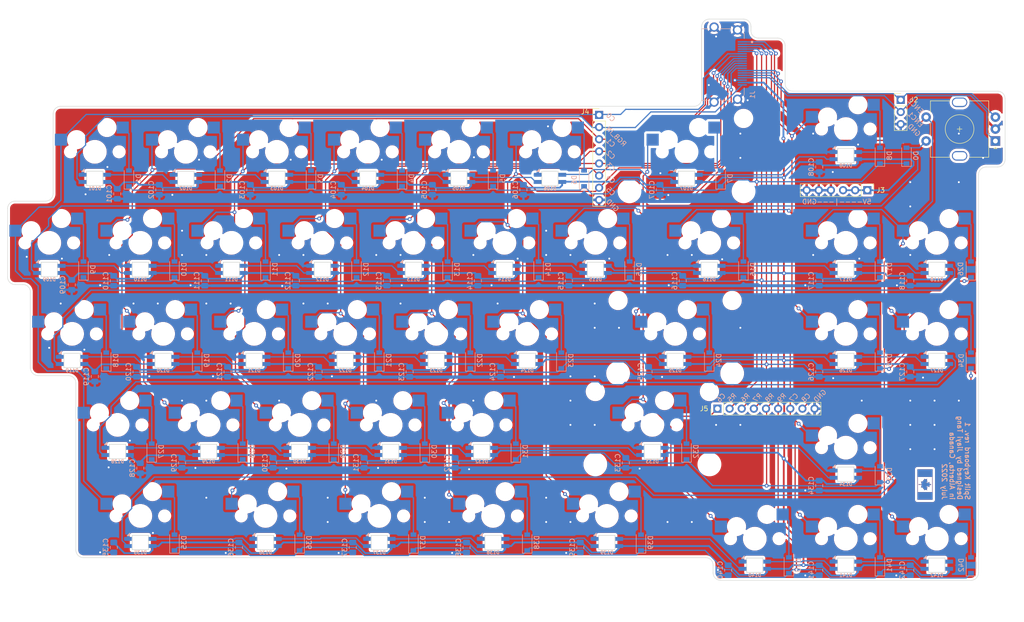
<source format=kicad_pcb>
(kicad_pcb (version 20211014) (generator pcbnew)
  (layers (0 "F.Cu" signal) (31 "B.Cu" signal) (34 "B.Paste" user) (35 "F.Paste" user) (36 "B.SilkS" user "B.Silkscreen") (37 "F.SilkS" user "F.Silkscreen") (38 "B.Mask" user) (39 "F.Mask" user) (44 "Edge.Cuts" user))
  (net 0 "")
  (net 1 "+5V")
  (net 2 "GND")
  (net 3 "/ROW5")
  (net 4 "Net-(D1-Pad2)")
  (net 5 "Net-(D2-Pad2)")
  (net 6 "Net-(D3-Pad2)")
  (net 7 "Net-(D4-Pad2)")
  (net 8 "Net-(D5-Pad2)")
  (net 9 "Net-(D6-Pad2)")
  (net 10 "Net-(D7-Pad2)")
  (net 11 "Net-(D8-Pad2)")
  (net 12 "Net-(D9-Pad2)")
  (net 13 "/ROW6")
  (net 14 "Net-(D10-Pad2)")
  (net 15 "Net-(D11-Pad2)")
  (net 16 "Net-(D12-Pad2)")
  (net 17 "Net-(D13-Pad2)")
  (net 18 "Net-(D14-Pad2)")
  (net 19 "Net-(D15-Pad2)")
  (net 20 "Net-(D16-Pad2)")
  (net 21 "Net-(D17-Pad2)")
  (net 22 "Net-(D18-Pad2)")
  (net 23 "/ROW7")
  (net 24 "Net-(D19-Pad2)")
  (net 25 "Net-(D20-Pad2)")
  (net 26 "Net-(D21-Pad2)")
  (net 27 "Net-(D22-Pad2)")
  (net 28 "Net-(D23-Pad2)")
  (net 29 "Net-(D24-Pad2)")
  (net 30 "Net-(D25-Pad2)")
  (net 31 "Net-(D26-Pad2)")
  (net 32 "Net-(D27-Pad2)")
  (net 33 "/ROW8")
  (net 34 "Net-(D28-Pad2)")
  (net 35 "Net-(D29-Pad2)")
  (net 36 "Net-(D30-Pad2)")
  (net 37 "Net-(D31-Pad2)")
  (net 38 "Net-(D32-Pad2)")
  (net 39 "Net-(D33-Pad2)")
  (net 40 "Net-(D34-Pad2)")
  (net 41 "Net-(D35-Pad2)")
  (net 42 "/ROW9")
  (net 43 "Net-(D36-Pad2)")
  (net 44 "Net-(D37-Pad2)")
  (net 45 "Net-(D38-Pad2)")
  (net 46 "Net-(D39-Pad2)")
  (net 47 "Net-(D40-Pad2)")
  (net 48 "Net-(D41-Pad2)")
  (net 49 "Net-(D42-Pad2)")
  (net 50 "Net-(D101-Pad2)")
  (net 51 "/RGB_IN")
  (net 52 "Net-(D102-Pad2)")
  (net 53 "Net-(D103-Pad2)")
  (net 54 "Net-(D104-Pad2)")
  (net 55 "Net-(D105-Pad2)")
  (net 56 "Net-(D106-Pad2)")
  (net 57 "Net-(D107-Pad2)")
  (net 58 "Net-(D108-Pad2)")
  (net 59 "Net-(D109-Pad2)")
  (net 60 "Net-(D110-Pad2)")
  (net 61 "Net-(D111-Pad2)")
  (net 62 "Net-(D112-Pad2)")
  (net 63 "Net-(D113-Pad2)")
  (net 64 "Net-(D114-Pad2)")
  (net 65 "Net-(D115-Pad2)")
  (net 66 "Net-(D116-Pad2)")
  (net 67 "Net-(D117-Pad2)")
  (net 68 "Net-(D118-Pad2)")
  (net 69 "Net-(D119-Pad2)")
  (net 70 "Net-(D120-Pad2)")
  (net 71 "Net-(D121-Pad2)")
  (net 72 "Net-(D122-Pad2)")
  (net 73 "Net-(D123-Pad2)")
  (net 74 "Net-(D124-Pad2)")
  (net 75 "Net-(D125-Pad2)")
  (net 76 "Net-(D126-Pad2)")
  (net 77 "Net-(D127-Pad2)")
  (net 78 "Net-(D128-Pad2)")
  (net 79 "Net-(D129-Pad2)")
  (net 80 "Net-(D130-Pad2)")
  (net 81 "Net-(D131-Pad2)")
  (net 82 "Net-(D132-Pad2)")
  (net 83 "Net-(D133-Pad2)")
  (net 84 "Net-(D134-Pad2)")
  (net 85 "Net-(D135-Pad2)")
  (net 86 "Net-(D136-Pad2)")
  (net 87 "Net-(D137-Pad2)")
  (net 88 "Net-(D138-Pad2)")
  (net 89 "Net-(D139-Pad2)")
  (net 90 "Net-(D140-Pad2)")
  (net 91 "Net-(D141-Pad2)")
  (net 93 "/ENC_R1")
  (net 94 "/ENC_R2")
  (net 95 "/COL0")
  (net 96 "/COL1")
  (net 97 "/COL2")
  (net 98 "/COL3")
  (net 99 "/COL4")
  (net 100 "/COL5")
  (net 101 "/COL6")
  (net 102 "/COL7")
  (net 103 "/COL8")
  (net 104 "Net-(D0-Pad2)")
  (footprint "MX_Only:MXOnly-1U-Hotswap" (layer "F.Cu") (at 163.195 82.77225)
    (fp_text reference "MX15")
    (fp_text value "MX-NoLED")
  )
  (footprint "MX_Only:MXOnly-1U-Hotswap" (layer "F.Cu") (at 215.5825 125.63475)
    (fp_text reference "MX33")
    (fp_text value "MX-NoLED")
  )
  (footprint "MX_Only:MXOnly-1U-Hotswap" (layer "F.Cu") (at 67.945 82.77225)
    (fp_text reference "MX10")
    (fp_text value "MX-NoLED")
  )
  (footprint "MX_Only:MXOnly-1U-Hotswap" (layer "F.Cu") (at 115.57 63.72225)
    (fp_text reference "MX4")
    (fp_text value "MX-NoLED")
  )
  (footprint "MX_Only:MXOnly-1U-Hotswap" (layer "F.Cu") (at 153.67 63.72225)
    (fp_text reference "MX6")
    (fp_text value "MX-NoLED")
  )
  (footprint "MX_Only:MXOnly-2.75U-Hotswap" (layer "F.Cu") (at 175.10125 120.87225)
    (fp_text reference "MX32")
    (fp_text value "MX-NoLED")
  )
  (footprint "MX_Only:MXOnly-1U-Hotswap" (layer "F.Cu") (at 139.3825 120.87225)
    (fp_text reference "MX31")
    (fp_text value "MX-NoLED")
  )
  (footprint "Connector_PinHeader_2.54mm:PinHeader_1x06_P2.54mm_Vertical" (layer "F.Cu") (at 220.091 71.755 -90)
    (fp_text reference "J3")
    (fp_text value "Conn_01x06")
  )
  (footprint "MX_Only:MXOnly-1.25U-Hotswap" (layer "F.Cu") (at 117.95125 139.92225)
    (fp_text reference "MX37")
    (fp_text value "MX-NoLED")
  )
  (footprint "MX_Only:MXOnly-1U-Hotswap" (layer "F.Cu") (at 234.6325 144.68475)
    (fp_text reference "MX42")
    (fp_text value "MX-NoLED")
  )
  (footprint "MX_Only:MXOnly-1.5U-Hotswap" (layer "F.Cu") (at 187.0075 82.77225)
    (fp_text reference "MX16")
    (fp_text value "MX-NoLED")
  )
  (footprint "MX_Only:MXOnly-1U-Hotswap" (layer "F.Cu") (at 215.5825 58.95975)
    (fp_text reference "MX8")
    (fp_text value "MX-NoLED")
  )
  (footprint "Connector_PinHeader_2.54mm:PinHeader_1x03_P2.54mm_Vertical" (layer "F.Cu") (at 227.076 52.847)
    (fp_text reference "J2")
    (fp_text value "Conn_01x03")
  )
  (footprint "MX_Only:MXOnly-1U-Hotswap" (layer "F.Cu") (at 125.095 82.77225)
    (fp_text reference "MX13")
    (fp_text value "MX-NoLED")
  )
  (footprint "MX_Only:MXOnly-1U-Hotswap" (layer "F.Cu") (at 148.9075 101.82225)
    (fp_text reference "MX23")
    (fp_text value "MX-NoLED")
  )
  (footprint "MX_Only:MXOnly-1.25U-Hotswap" (layer "F.Cu") (at 165.57625 139.92225)
    (fp_text reference "MX39")
    (fp_text value "MX-NoLED")
  )
  (footprint "MX_Only:MXOnly-1U-Hotswap" (layer "F.Cu") (at 58.42 63.72225)
    (fp_text reference "MX1")
    (fp_text value "MX-NoLED")
  )
  (footprint "Connector_PinHeader_2.54mm:PinHeader_1x08_P2.54mm_Vertical" (layer "F.Cu") (at 163.957 56.007)
    (fp_text reference "J4")
    (fp_text value "Conn_01x08")
  )
  (footprint "MX_Only:MXOnly-1U-Hotswap" (layer "F.Cu") (at 63.1825 120.87225)
    (fp_text reference "MX27")
    (fp_text value "MX-NoLED")
  )
  (footprint "MX_Only:MXOnly-1U-Hotswap" (layer "F.Cu") (at 215.5825 144.68475)
    (fp_text reference "MX41")
    (fp_text value "MX-NoLED")
  )
  (footprint "MX_Only:MXOnly-1U-Hotswap" (layer "F.Cu") (at 215.5825 82.77225)
    (fp_text reference "MX17")
    (fp_text value "MX-NoLED")
  )
  (footprint "MX_Only:MXOnly-1U-Hotswap" (layer "F.Cu") (at 96.52 63.72225)
    (fp_text reference "MX3")
    (fp_text value "MX-NoLED")
  )
  (footprint "MX_Only:MXOnly-1U-Hotswap" (layer "F.Cu") (at 120.3325 120.87225)
    (fp_text reference "MX30")
    (fp_text value "MX-NoLED")
  )
  (footprint "MX_Only:MXOnly-1U-Hotswap" (layer "F.Cu") (at 129.8575 101.82225)
    (fp_text reference "MX22")
    (fp_text value "MX-NoLED")
  )
  (footprint "MX_Only:MXOnly-1U-Hotswap" (layer "F.Cu") (at 215.5825 101.82225)
    (fp_text reference "MX25")
    (fp_text value "MX-NoLED")
  )
  (footprint "MX_Only:MXOnly-2.25U-Hotswap" (layer "F.Cu") (at 179.86375 101.82225)
    (fp_text reference "MX24")
    (fp_text value "MX-NoLED")
  )
  (footprint "MX_Only:MXOnly-1U-Hotswap" (layer "F.Cu") (at 144.145 82.77225)
    (fp_text reference "MX14")
    (fp_text value "MX-NoLED")
  )
  (footprint "MX_Only:MXOnly-2U-Hotswap" (layer "F.Cu") (at 182.245 63.72225)
    (fp_text reference "MX7")
    (fp_text value "MX-NoLED")
  )
  (footprint "MX_Only:MXOnly-1U-Hotswap" (layer "F.Cu") (at 91.7575 101.82225)
    (fp_text reference "MX20")
    (fp_text value "MX-NoLED")
  )
  (footprint "MX_Only:MXOnly-1U-Hotswap" (layer "F.Cu") (at 110.8075 101.82225)
    (fp_text reference "MX21")
    (fp_text value "MX-NoLED")
  )
  (footprint "MX_Only:MXOnly-1U-Hotswap" (layer "F.Cu") (at 77.47 63.72225)
    (fp_text reference "MX2")
    (fp_text value "MX-NoLED")
  )
  (footprint "MX_Only:MXOnly-1U-Hotswap" (layer "F.Cu") (at 72.7075 101.82225)
    (fp_text reference "MX19")
    (fp_text value "MX-NoLED")
  )
  (footprint "MX_Only:MXOnly-1.25U-Hotswap" (layer "F.Cu") (at 94.13875 139.92225)
    (fp_text reference "MX36")
    (fp_text value "MX-NoLED")
  )
  (footprint "MX_Only:MXOnly-1.5U-Hotswap" (layer "F.Cu") (at 67.945 139.92225)
    (fp_text reference "MX35")
    (fp_text value "MX-NoLED")
  )
  (footprint "MX_Only:MXOnly-1.25U-Hotswap" (layer "F.Cu") (at 141.76375 139.92225)
    (fp_text reference "MX38")
    (fp_text value "MX-NoLED")
  )
  (footprint "MX_Only:MXOnly-1U-Hotswap" (layer "F.Cu") (at 82.2325 120.87225)
    (fp_text reference "MX28")
    (fp_text value "MX-NoLED")
  )
  (footprint "MX_Only:MXOnly-1U-Hotswap" (layer "F.Cu") (at 106.045 82.77225)
    (fp_text reference "MX12")
    (fp_text value "MX-NoLED")
  )
  (footprint "Keebio-Parts:RotaryEncoder_EC11" (layer "F.Cu") (at 239.395 58.95975 180)
    (fp_text reference "SW0")
    (fp_text value "RotaryEncoder_Switch")
  )
  (footprint "MX_Only:MXOnly-1U-Hotswap" (layer "F.Cu") (at 53.6575 101.82225)
    (fp_text reference "MX18")
    (fp_text value "MX-NoLED")
  )
  (footprint "MX_Only:MXOnly-1U-Hotswap" (layer "F.Cu") (at 48.895 82.77225)
    (fp_text reference "MX9")
    (fp_text value "MX-NoLED")
  )
  (footprint "MX_Only:MXOnly-1U-Hotswap" (layer "F.Cu") (at 234.6325 82.77225)
    (fp_text reference "MX26")
    (fp_text value "MX-NoLED")
  )
  (footprint "MX_Only:MXOnly-1U-Hotswap" (layer "F.Cu") (at 101.2825 120.87225)
    (fp_text reference "MX29")
    (fp_text value "MX-NoLED")
  )
  (footprint "MX_Only:MXOnly-1U-Hotswap" (layer "F.Cu") (at 234.6325 101.82225)
    (fp_text reference "MX34")
    (fp_text value "MX-NoLED")
  )
  (footprint "Connector_PinHeader_2.54mm:PinHeader_1x09_P2.54mm_Vertical" (layer "F.Cu") (at 188.722 117.475 90)
    (fp_text reference "J5")
    (fp_text value "Conn_01x09")
  )
  (footprint "MX_Only:MXOnly-1U-Hotswap" (layer "F.Cu") (at 134.62 63.72225)
    (fp_text reference "MX5")
    (fp_text value "MX-NoLED")
  )
  (footprint "MX_Only:MXOnly-1U-Hotswap" (layer "F.Cu") (at 196.5325 144.68475)
    (fp_text reference "MX40")
    (fp_text value "MX-NoLED")
  )
  (footprint "MX_Only:MXOnly-1U-Hotswap" (layer "F.Cu") (at 86.995 82.77225)
    (fp_text reference "MX11")
    (fp_text value "MX-NoLED")
  )
  (footprint "Capacitor_SMD:C_0805_2012Metric_Pad1.18x1.45mm_HandSolder" (layer "B.Cu") (at 229.07625 90.70975 -90)
    (fp_text reference "C118")
    (fp_text value "C_Small")
  )
  (footprint "Diode_SMD:D_SOD-123" (layer "B.Cu") (at 151.28875 88.3285 90)
    (fp_text reference "D14")
    (fp_text value "D_Small")
  )
  (footprint "Diode_SMD:D_SOD-123" (layer "B.Cu") (at 241.77625 107.3785 90)
    (fp_text reference "D34")
    (fp_text value "D_Small")
  )
  (footprint "Capacitor_SMD:C_0805_2012Metric_Pad1.18x1.45mm_HandSolder" (layer "B.Cu") (at 157.63875 90.70975 -90)
    (fp_text reference "C115")
    (fp_text value "C_Small")
  )
  (footprint "Capacitor_SMD:C_0805_2012Metric_Pad1.18x1.45mm_HandSolder" (layer "B.Cu") (at 63.119 72.517 -90)
    (fp_text reference "C101")
    (fp_text value "C_Small")
  )
  (footprint "Diode_SMD:D_SOD-123" (layer "B.Cu") (at 75.08875 88.3285 90)
    (fp_text reference "D10")
    (fp_text value "D_Small")
  )
  (footprint "Diode_SMD:D_SOD-123" (layer "B.Cu") (at 113.18875 88.3285 90)
    (fp_text reference "D12")
    (fp_text value "D_Small")
  )
  (footprint "Keebio-Parts:SK6812-MINI-E" (layer "B.Cu") (at 67.945 88.3285 180)
    (fp_text reference "D110")
    (fp_text value "SK6812MINI" hide)
    (fp_line (start 1.7 1.5) (end 1.7 -1.5) (layer "Edge.Cuts") (width 0.12))
    (fp_line (start 1.7 -1.5) (end -1.7 -1.5) (layer "Edge.Cuts") (width 0.12))
    (fp_line (start -1.7 1.5) (end 1.7 1.5) (layer "Edge.Cuts") (width 0.12))
    (fp_line (start -1.7 -1.5) (end -1.7 1.5) (layer "Edge.Cuts") (width 0.12))
  )
  (footprint "Diode_SMD:D_SOD-123" (layer "B.Cu") (at 94.13875 88.3285 90)
    (fp_text reference "D11")
    (fp_text value "D_Small")
  )
  (footprint "Capacitor_SMD:C_0805_2012Metric_Pad1.18x1.45mm_HandSolder" (layer "B.Cu") (at 90.96375 71.65975 -90)
    (fp_text reference "C103")
    (fp_text value "C_Small")
  )
  (footprint "Capacitor_SMD:C_0805_2012Metric_Pad1.18x1.45mm_HandSolder" (layer "B.Cu") (at 119.53875 90.70975 -90)
    (fp_text reference "C113")
    (fp_text value "C_Small")
  )
  (footprint "Capacitor_SMD:C_0805_2012Metric_Pad1.18x1.45mm_HandSolder" (layer "B.Cu") (at 105.25125 109.75975 -90)
    (fp_text reference "C122")
    (fp_text value "C_Small")
  )
  (footprint "Keebio-Parts:SK6812-MINI-E" (layer "B.Cu") (at 179.86375 107.3785 180)
    (fp_text reference "D125")
    (fp_text value "SK6812MINI" hide)
    (fp_line (start 1.7 1.5) (end 1.7 -1.5) (layer "Edge.Cuts") (width 0.12))
    (fp_line (start -1.7 1.5) (end 1.7 1.5) (layer "Edge.Cuts") (width 0.12))
    (fp_line (start -1.7 -1.5) (end -1.7 1.5) (layer "Edge.Cuts") (width 0.12))
    (fp_line (start 1.7 -1.5) (end -1.7 -1.5) (layer "Edge.Cuts") (width 0.12))
  )
  (footprint "Capacitor_SMD:C_0805_2012Metric_Pad1.18x1.45mm_HandSolder" (layer "B.Cu") (at 76.67625 128.80975 -90)
    (fp_text reference "C129")
    (fp_text value "C_Small")
  )
  (footprint "Capacitor_SMD:C_0805_2012Metric_Pad1.18x1.45mm_HandSolder" (layer "B.Cu") (at 129.06375 71.65975 -90)
    (fp_text reference "C105")
    (fp_text value "C_Small")
  )
  (footprint "Keebio-Parts:SK6812-MINI-E" (layer "B.Cu") (at 141.76375 145.4785 180)
    (fp_text reference "D138")
    (fp_text value "SK6812MINI" hide)
    (fp_line (start 1.7 -1.5) (end -1.7 -1.5) (layer "Edge.Cuts") (width 0.12))
    (fp_line (start -1.7 1.5) (end 1.7 1.5) (layer "Edge.Cuts") (width 0.12))
    (fp_line (start 1.7 1.5) (end 1.7 -1.5) (layer "Edge.Cuts") (width 0.12))
    (fp_line (start -1.7 -1.5) (end -1.7 1.5) (layer "Edge.Cuts") (width 0.12))
  )
  (footprint "Capacitor_SMD:C_0805_2012Metric_Pad1.18x1.45mm_HandSolder" (layer "B.Cu") (at 62.38875 146.516 -90)
    (fp_text reference "C135")
    (fp_text value "C_Small")
  )
  (footprint "Keebio-Parts:SK6812-MINI-E" (layer "B.Cu") (at 125.095 88.3285 180)
    (fp_text reference "D113")
    (fp_text value "SK6812MINI" hide)
    (fp_line (start 1.7 -1.5) (end -1.7 -1.5) (layer "Edge.Cuts") (width 0.12))
    (fp_line (start -1.7 -1.5) (end -1.7 1.5) (layer "Edge.Cuts") (width 0.12))
    (fp_line (start -1.7 1.5) (end 1.7 1.5) (layer "Edge.Cuts") (width 0.12))
    (fp_line (start 1.7 1.5) (end 1.7 -1.5) (layer "Edge.Cuts") (width 0.12))
  )
  (footprint "Diode_SMD:D_SOD-123" (layer "B.Cu") (at 101.2825 145.4785 90)
    (fp_text reference "D36")
    (fp_text value "D_Small")
  )
  (footprint "Keebio-Parts:SK6812-MINI-E" (layer "B.Cu") (at 86.995 88.3285 180)
    (fp_text reference "D111")
    (fp_text value "SK6812MINI" hide)
    (fp_line (start 1.7 -1.5) (end -1.7 -1.5) (layer "Edge.Cuts") (width 0.12))
    (fp_line (start -1.7 -1.5) (end -1.7 1.5) (layer "Edge.Cuts") (width 0.12))
    (fp_line (start -1.7 1.5) (end 1.7 1.5) (layer "Edge.Cuts") (width 0.12))
    (fp_line (start 1.7 1.5) (end 1.7 -1.5) (layer "Edge.Cuts") (width 0.12))
  )
  (footprint "Diode_SMD:D_SOD-123" (layer "B.Cu") (at 203.67625 150.241 90)
    (fp_text reference "D40")
    (fp_text value "D_Small")
  )
  (footprint "Keebio-Parts:SK6812-MINI-E" (layer "B.Cu") (at 63.1825 126.4285 180)
    (fp_text reference "D128")
    (fp_text value "SK6812MINI" hide)
    (fp_line (start -1.7 -1.5) (end -1.7 1.5) (layer "Edge.Cuts") (width 0.12))
    (fp_line (start -1.7 1.5) (end 1.7 1.5) (layer "Edge.Cuts") (width 0.12))
    (fp_line (start 1.7 1.5) (end 1.7 -1.5) (layer "Edge.Cuts") (width 0.12))
    (fp_line (start 1.7 -1.5) (end -1.7 -1.5) (layer "Edge.Cuts") (width 0.12))
  )
  (footprint "Capacitor_SMD:C_0805_2012Metric_Pad1.18x1.45mm_HandSolder" (layer "B.Cu") (at 136.2075 146.516 -90)
    (fp_text reference "C138")
    (fp_text value "C_Small")
  )
  (footprint "Keebio-Parts:SK6812-MINI-E" (layer "B.Cu") (at 163.195 88.3285 180)
    (fp_text reference "D115")
    (fp_text value "SK6812MINI" hide)
    (fp_line (start 1.7 -1.5) (end -1.7 -1.5) (layer "Edge.Cuts") (width 0.12))
    (fp_line (start -1.7 -1.5) (end -1.7 1.5) (layer "Edge.Cuts") (width 0.12))
    (fp_line (start -1.7 1.5) (end 1.7 1.5) (layer "Edge.Cuts") (width 0.12))
    (fp_line (start 1.7 1.5) (end 1.7 -1.5) (layer "Edge.Cuts") (width 0.12))
  )
  (footprint "Keebio-Parts:SK6812-MINI-E" (layer "B.Cu") (at 94.13875 145.4785 180)
    (fp_text reference "D136")
    (fp_text value "SK6812MINI" hide)
    (fp_line (start -1.7 1.5) (end 1.7 1.5) (layer "Edge.Cuts") (width 0.12))
    (fp_line (start 1.7 -1.5) (end -1.7 -1.5) (layer "Edge.Cuts") (width 0.12))
    (fp_line (start -1.7 -1.5) (end -1.7 1.5) (layer "Edge.Cuts") (width 0.12))
    (fp_line (start 1.7 1.5) (end 1.7 -1.5) (layer "Edge.Cuts") (width 0.12))
  )
  (footprint "Diode_SMD:D_SOD-123" (layer "B.Cu") (at 222.72625 88.3285 90)
    (fp_text reference "D17")
    (fp_text value "D_Small")
  )
  (footprint "Diode_SMD:D_SOD-123" (layer "B.Cu") (at 148.9075 145.4785 90)
    (fp_text reference "D38")
    (fp_text value "D_Small")
  )
  (footprint "Diode_SMD:D_SOD-123" (layer "B.Cu") (at 141.76375 69.2785 90)
    (fp_text reference "D5")
    (fp_text value "D_Small")
  )
  (footprint "Diode_SMD:D_SOD-123" (layer "B.Cu") (at 89.37625 126.4285 90)
    (fp_text reference "D28")
    (fp_text value "D_Small")
  )
  (footprint "Keebio-Parts:SK6812-MINI-E" (layer "B.Cu") (at 196.5325 150.241 180)
    (fp_text reference "D140")
    (fp_text value "SK6812MINI" hide)
    (fp_line (start -1.7 1.5) (end 1.7 1.5) (layer "Edge.Cuts") (width 0.12))
    (fp_line (start 1.7 1.5) (end 1.7 -1.5) (layer "Edge.Cuts") (width 0.12))
    (fp_line (start 1.7 -1.5) (end -1.7 -1.5) (layer "Edge.Cuts") (width 0.12))
    (fp_line (start -1.7 -1.5) (end -1.7 1.5) (layer "Edge.Cuts") (width 0.12))
  )
  (footprint "Keebio-Parts:SK6812-MINI-E" (layer "B.Cu") (at 115.57 69.2785 180)
    (fp_text reference "D104")
    (fp_text value "SK6812MINI" hide)
    (fp_line (start -1.7 -1.5) (end -1.7 1.5) (layer "Edge.Cuts") (width 0.12))
    (fp_line (start 1.7 -1.5) (end -1.7 -1.5) (layer "Edge.Cuts") (width 0.12))
    (fp_line (start 1.7 1.5) (end 1.7 -1.5) (layer "Edge.Cuts") (width 0.12))
    (fp_line (start -1.7 1.5) (end 1.7 1.5) (layer "Edge.Cuts") (width 0.12))
  )
  (footprint "Diode_SMD:D_SOD-123" (layer "B.Cu") (at 160.81375 69.2785 90)
    (fp_text reference "D6")
    (fp_text value "D_Small")
  )
  (footprint "Keebio-Parts:SK6812-MINI-E" (layer "B.Cu") (at 144.145 88.3285 180)
    (fp_text reference "D114")
    (fp_text value "SK6812MINI" hide)
    (fp_line (start 1.7 1.5) (end 1.7 -1.5) (layer "Edge.Cuts") (width 0.12))
    (fp_line (start -1.7 -1.5) (end -1.7 1.5) (layer "Edge.Cuts") (width 0.12))
    (fp_line (start 1.7 -1.5) (end -1.7 -1.5) (layer "Edge.Cuts") (width 0.12))
    (fp_line (start -1.7 1.5) (end 1.7 1.5) (layer "Edge.Cuts") (width 0.12))
  )
  (footprint "Diode_SMD:D_SOD-123" (layer "B.Cu") (at 241.77625 88.3285 90)
    (fp_text reference "D26")
    (fp_text value "D_Small")
  )
  (footprint "Keebio-Parts:SK6812-MINI-E" (layer "B.Cu") (at 67.945 145.4785 180)
    (fp_text reference "D135")
    (fp_text value "SK6812MINI" hide)
    (fp_line (start 1.7 -1.5) (end -1.7 -1.5) (layer "Edge.Cuts") (width 0.12))
    (fp_line (start 1.7 1.5) (end 1.7 -1.5) (layer "Edge.Cuts") (width 0.12))
    (fp_line (start -1.7 1.5) (end 1.7 1.5) (layer "Edge.Cuts") (width 0.12))
    (fp_line (start -1.7 -1.5) (end -1.7 1.5) (layer "Edge.Cuts") (width 0.12))
  )
  (footprint "Keebio-Parts:SK6812-MINI-E" (layer "B.Cu") (at 72.7075 107.3785 180)
    (fp_text reference "D120")
    (fp_text value "SK6812MINI" hide)
    (fp_line (start -1.7 -1.5) (end -1.7 1.5) (layer "Edge.Cuts") (width 0.12))
    (fp_line (start 1.7 -1.5) (end -1.7 -1.5) (layer "Edge.Cuts") (width 0.12))
    (fp_line (start -1.7 1.5) (end 1.7 1.5) (layer "Edge.Cuts") (width 0.12))
    (fp_line (start 1.7 1.5) (end 1.7 -1.5) (layer "Edge.Cuts") (width 0.12))
  )
  (footprint "Keebio-Parts:SK6812-MINI-E" (layer "B.Cu") (at 215.5825 107.3785 180)
    (fp_text reference "D126")
    (fp_text value "SK6812MINI" hide)
    (fp_line (start 1.7 -1.5) (end -1.7 -1.5) (layer "Edge.Cuts") (width 0.12))
    (fp_line (start -1.7 1.5) (end 1.7 1.5) (layer "Edge.Cuts") (width 0.12))
    (fp_line (start 1.7 1.5) (end 1.7 -1.5) (layer "Edge.Cuts") (width 0.12))
    (fp_line (start -1.7 -1.5) (end -1.7 1.5) (layer "Edge.Cuts") (width 0.12))
  )
  (footprint "Capacitor_SMD:C_0805_2012Metric_Pad1.18x1.45mm_HandSolder" (layer "B.Cu") (at 176.68875 71.65975 -90)
    (fp_text reference "C107")
    (fp_text value "C_Small")
  )
  (footprint "Keebio-Parts:SK6812-MINI-E" (layer "B.Cu") (at 110.8075 107.3785 180)
    (fp_text reference "D122")
    (fp_text value "SK6812MINI" hide)
    (fp_line (start -1.7 -1.5) (end -1.7 1.5) (layer "Edge.Cuts") (width 0.12))
    (fp_line (start 1.7 1.5) (end 1.7 -1.5) (layer "Edge.Cuts") (width 0.12))
    (fp_line (start -1.7 1.5) (end 1.7 1.5) (layer "Edge.Cuts") (width 0.12))
    (fp_line (start 1.7 -1.5) (end -1.7 -1.5) (layer "Edge.Cuts") (width 0.12))
  )
  (footprint "Capacitor_SMD:C_0805_2012Metric_Pad1.18x1.45mm_HandSolder" (layer "B.Cu") (at 174.3075 109.75975 -90)
    (fp_text reference "C125")
    (fp_text value "C_Small")
  )
  (footprint "Capacitor_SMD:C_0805_2012Metric_Pad1.18x1.45mm_HandSolder" (layer "B.Cu") (at 138.58875 90.70975 -90)
    (fp_text reference "C114")
    (fp_text value "C_Small")
  )
  (footprint "Capacitor_SMD:C_0805_2012Metric_Pad1.18x1.45mm_HandSolder" (layer "B.Cu") (at 110.01375 71.65975 -90)
    (fp_text reference "C104")
    (fp_text value "C_Small")
  )
  (footprint "Diode_SMD:D_SOD-123" (layer "B.Cu") (at 222.72625 107.3785 90)
    (fp_text reference "D25")
    (fp_text value "D_Small")
  )
  (footprint "Keebio-Parts:SK6812-MINI-E" (layer "B.Cu") (at 82.2325 126.4285 180)
    (fp_text reference "D129")
    (fp_text value "SK6812MINI" hide)
    (fp_line (start 1.7 1.5) (end 1.7 -1.5) (layer "Edge.Cuts") (width 0.12))
    (fp_line (start -1.7 -1.5) (end -1.7 1.5) (layer "Edge.Cuts") (width 0.12))
    (fp_line (start -1.7 1.5) (end 1.7 1.5) (layer "Edge.Cuts") (width 0.12))
    (fp_line (start 1.7 -1.5) (end -1.7 -1.5) (layer "Edge.Cuts") (width 0.12))
  )
  (footprint "Keebio-Parts:SK6812-MINI-E" (layer "B.Cu") (at 106.045 88.3285 180)
    (fp_text reference "D112")
    (fp_text value "SK6812MINI" hide)
    (fp_line (start 1.7 -1.5) (end -1.7 -1.5) (layer "Edge.Cuts") (width 0.12))
    (fp_line (start -1.7 1.5) (end 1.7 1.5) (layer "Edge.Cuts") (width 0.12))
    (fp_line (start -1.7 -1.5) (end -1.7 1.5) (layer "Edge.Cuts") (width 0.12))
    (fp_line (start 1.7 1.5) (end 1.7 -1.5) (layer "Edge.Cuts") (width 0.12))
  )
  (footprint "Keebio-Parts:SK6812-MINI-E" (layer "B.Cu") (at 215.5825 150.241 180)
    (fp_text reference "D141")
    (fp_text value "SK6812MINI" hide)
    (fp_line (start -1.7 1.5) (end 1.7 1.5) (layer "Edge.Cuts") (width 0.12))
    (fp_line (start 1.7 1.5) (end 1.7 -1.5) (layer "Edge.Cuts") (width 0.12))
    (fp_line (start -1.7 -1.5) (end -1.7 1.5) (layer "Edge.Cuts") (width 0.12))
    (fp_line (start 1.7 -1.5) (end -1.7 -1.5) (layer "Edge.Cuts") (width 0.12))
  )
  (footprint "Keebio-Parts:SK6812-MINI-E" (layer "B.Cu") (at 120.3325 126.4285 180)
    (fp_text reference "D131")
    (fp_text value "SK6812MINI" hide)
    (fp_line (start -1.7 -1.5) (end -1.7 1.5) (layer "Edge.Cuts") (width 0.12))
    (fp_line (start -1.7 1.5) (end 1.7 1.5) (layer "Edge.Cuts") (width 0.12))
    (fp_line (start 1.7 -1.5) (end -1.7 -1.5) (layer "Edge.Cuts") (width 0.12))
    (fp_line (start 1.7 1.5) (end 1.7 -1.5) (layer "Edge.Cuts") (width 0.12))
  )
  (footprint "Diode_SMD:D_SOD-123" (layer "B.Cu") (at 182.245 126.4285 90)
    (fp_text reference "D32")
    (fp_text value "D_Small")
  )
  (footprint "Diode_SMD:D_SOD-123" (layer "B.Cu") (at 241.77625 150.241 90)
    (fp_text reference "D42")
    (fp_text value "D_Small")
  )
  (footprint "Keebio-Parts:SK6812-MINI-E" (layer "B.Cu") (at 134.62 69.2785 180)
    (fp_text reference "D105")
    (fp_text value "SK6812MINI" hide)
    (fp_line (start 1.7 1.5) (end 1.7 -1.5) (layer "Edge.Cuts") (width 0.12))
    (fp_line (start 1.7 -1.5) (end -1.7 -1.5) (layer "Edge.Cuts") (width 0.12))
    (fp_line (start -1.7 -1.5) (end -1.7 1.5) (layer "Edge.Cuts") (width 0.12))
    (fp_line (start -1.7 1.5) (end 1.7 1.5) (layer "Edge.Cuts") (width 0.12))
  )
  (footprint "Diode_SMD:D_SOD-123" (layer "B.Cu") (at 117.95125 107.3785 90)
    (fp_text reference "D21")
    (fp_text value "D_Small")
  )
  (footprint "Capacitor_SMD:C_0805_2012Metric_Pad1.18x1.45mm_HandSolder" (layer "B.Cu") (at 181.45125 90.70975 -90)
    (fp_text reference "C116")
    (fp_text value "C_Small")
  )
  (footprint "Diode_SMD:D_SOD-123" (layer "B.Cu") (at 132.23875 88.3285 90)
    (fp_text reference "D13")
    (fp_text value "D_Small")
  )
  (footprint "Diode_SMD:D_SOD-123" (layer "B.Cu") (at 172.72 145.4785 90)
    (fp_text reference "D39")
    (fp_text value "D_Small")
  )
  (footprint "Capacitor_SMD:C_0805_2012Metric_Pad1.18x1.45mm_HandSolder" (layer "B.Cu") (at 169.545 128.80975 -90)
    (fp_text reference "C133")
    (fp_text value "C_Small")
  )
  (footprint "Capacitor_SMD:C_0805_2012Metric_Pad1.18x1.45mm_HandSolder" (layer "B.Cu") (at 86.20125 109.75975 -90)
    (fp_text reference "C121")
    (fp_text value "C_Small")
  )
  (footprint "Keebio-Parts:SK6812-MINI-E" (layer "B.Cu") (at 53.6575 107.3785 180)
    (fp_text reference "D119")
    (fp_text value "SK6812MINI" hide)
    (fp_line (start -1.7 -1.5) (end -1.7 1.5) (layer "Edge.Cuts") (width 0.12))
    (fp_line (start 1.7 1.5) (end 1.7 -1.5) (layer "Edge.Cuts") (width 0.12))
    (fp_line (start 1.7 -1.5) (end -1.7 -1.5) (layer "Edge.Cuts") (width 0.12))
    (fp_line (start -1.7 1.5) (end 1.7 1.5) (layer "Edge.Cuts") (width 0.12))
  )
  (footprint "Diode_SMD:D_SOD-123" (layer "B.Cu") (at 146.52625 126.4285 90)
    (fp_text reference "D31")
    (fp_text value "D_Small")
  )
  (footprint "Diode_SMD:D_SOD-123" (layer "B.Cu") (at 79.85125 107.3785 90)
    (fp_text reference "D19")
    (fp_text value "D_Small")
  )
  (footprint "Capacitor_SMD:C_0805_2012Metric_Pad1.18x1.45mm_HandSolder" (layer "B.Cu") (at 229.07625 151.2785 -90)
    (fp_text reference "C142")
    (fp_text value "C_Small")
  )
  (footprint "Diode_SMD:D_SOD-123" (layer "B.Cu") (at 228.2825 64.516 90)
    (fp_text reference "D0")
    (fp_text value "D_Small")
  )
  (footprint "Diode_SMD:D_SOD-123" (layer "B.Cu") (at 108.42625 126.4285 90)
    (fp_text reference "D29")
    (fp_text value "D_Small")
  )
  (footprint "Capacitor_SMD:C_0805_2012Metric_Pad1.18x1.45mm_HandSolder" (layer "B.Cu") (at 100.48875 90.70975 -90)
    (fp_text reference "C112")
    (fp_text value "C_Small")
  )
  (footprint "Keebio-Parts:SK6812-MINI-E" (layer "B.Cu") (at 101.2825 126.4285 180)
    (fp_text reference "D130")
    (fp_text value "SK6812MINI" hide)
    (fp_line (start -1.7 1.5) (end 1.7 1.5) (layer "Edge.Cuts") (width 0.12))
    (fp_line (start -1.7 -1.5) (end -1.7 1.5) (layer "Edge.Cuts") (width 0.12))
    (fp_line (start 1.7 1.5) (end 1.7 -1.5) (layer "Edge.Cuts") (width 0.12))
    (fp_line (start 1.7 -1.5) (end -1.7 -1.5) (layer "Edge.Cuts") (width 0.12))
  )
  (footprint "Capacitor_SMD:C_0805_2012Metric_Pad1.18x1.45mm_HandSolder" (layer "B.Cu") (at 58.42 110.744 -90)
    (fp_text reference "C119")
    (fp_text value "C_Small")
  )
  (footprint "Diode_SMD:D_SOD-123" (layer "B.Cu") (at 56.03875 88.3285 90)
    (fp_text reference "D9")
    (fp_text value "D_Small")
  )
  (footprint "Diode_SMD:D_SOD-123" (layer "B.Cu") (at 189.38875 69.2785 90)
    (fp_text reference "D7")
    (fp_text value "D_Small")
  )
  (footprint "Capacitor_SMD:C_0805_2012Metric_Pad1.18x1.45mm_HandSolder" (layer "B.Cu") (at 229.07625 109.75975 -90)
    (fp_text reference "C127")
    (fp_text value "C_Small")
  )
  (footprint "Diode_SMD:D_SOD-123" (layer "B.Cu") (at 75.08875 145.4785 90)
    (fp_text reference "D35")
    (fp_text value "D_Small")
  )
  (footprint "Keebio-Parts:SK6812-MINI-E" (layer "B.Cu") (at 215.5825 64.516 180)
    (fp_text reference "D108")
    (fp_text value "SK6812MINI" hide)
    (fp_line (start 1.7 -1.5) (end -1.7 -1.5) (layer "Edge.Cuts") (width 0.12))
    (fp_line (start 1.7 1.5) (end 1.7 -1.5) (layer "Edge.Cuts") (width 0.12))
    (fp_line (start -1.7 -1.5) (end -1.7 1.5) (layer "Edge.Cuts") (width 0.12))
    (fp_line (start -1.7 1.5) (end 1.7 1.5) (layer "Edge.Cuts") (width 0.12))
  )
  (footprint "Diode_SMD:D_SOD-123" (layer "B.Cu") (at 60.80125 107.3785 90)
    (fp_text reference "D18")
    (fp_text value "D_Small")
  )
  (footprint "Keebio-Parts:SK6812-MINI-E" (layer "B.Cu") (at 139.3825 126.4285 180)
    (fp_text reference "D132")
    (fp_text value "SK6812MINI" hide)
    (fp_line (start 1.7 -1.5) (end -1.7 -1.5) (layer "Edge.Cuts") (width 0.12))
    (fp_line (start -1.7 -1.5) (end -1.7 1.5) (layer "Edge.Cuts") (width 0.12))
    (fp_line (start -1.7 1.5) (end 1.7 1.5) (layer "Edge.Cuts") (width 0.12))
    (fp_line (start 1.7 1.5) (end 1.7 -1.5) (layer "Edge.Cuts") (width 0.12))
  )
  (footprint "Diode_SMD:D_SOD-123" (layer "B.Cu") (at 156.05125 107.3785 90)
    (fp_text reference "D23")
    (fp_text value "D_Small")
  )
  (footprint "Capacitor_SMD:C_0805_2012Metric_Pad1.18x1.45mm_HandSolder" (layer "B.Cu") (at 160.02 146.516 -90)
    (fp_text reference "C139")
    (fp_text value "C_Small")
  )
  (footprint "Keebio-Parts:SK6812-MINI-E" (layer "B.Cu") (at 48.895 88.3285 180)
    (fp_text reference "D109")
    (fp_text value "SK6812MINI" hide)
    (fp_line (start 1.7 1.5) (end 1.7 -1.5) (layer "Edge.Cuts") (width 0.12))
    (fp_line (start -1.7 1.5) (end 1.7 1.5) (layer "Edge.Cuts") (width 0.12))
    (fp_line (start 1.7 -1.5) (end -1.7 -1.5) (layer "Edge.Cuts") (width 0.12))
    (fp_line (start -1.7 -1.5) (end -1.7 1.5) (layer "Edge.Cuts") (width 0.12))
  )
  (footprint "Keebio-Parts:SK6812-MINI-E" (layer "B.Cu") (at 148.9075 107.3785 180)
    (fp_text reference "D124")
    (fp_text value "SK6812MINI" hide)
    (fp_line (start 1.7 -1.5) (end -1.7 -1.5) (layer "Edge.Cuts") (width 0.12))
    (fp_line (start -1.7 1.5) (end 1.7 1.5) (layer "Edge.Cuts") (width 0.12))
    (fp_line (start 1.7 1.5) (end 1.7 -1.5) (layer "Edge.Cuts") (width 0.12))
    (fp_line (start -1.7 -1.5) (end -1.7 1.5) (layer "Edge.Cuts") (width 0.12))
  )
  (footprint "Capacitor_SMD:C_0805_2012Metric_Pad1.18x1.45mm_HandSolder" (layer "B.Cu") (at 71.91375 71.65975 -90)
    (fp_text reference "C102")
    (fp_text value "C_Small")
  )
  (footprint "Capacitor_SMD:C_0805_2012Metric_Pad1.18x1.45mm_HandSolder" (layer "B.Cu") (at 95.72625 128.80975 -90)
    (fp_text reference "C130")
    (fp_text value "C_Small")
  )
  (footprint "Keebio-Parts:SK6812-MINI-E" (layer "B.Cu") (at 91.7575 107.3785 180)
    (fp_text reference "D121")
    (fp_text value "SK6812MINI" hide)
    (fp_line (start -1.7 1.5) (end 1.7 1.5) (layer "Edge.Cuts") (width 0.12))
    (fp_line (start 1.7 1.5) (end 1.7 -1.5) (layer "Edge.Cuts") (width 0.12))
    (fp_line (start -1.7 -1.5) (end -1.7 1.5) (layer "Edge.Cuts") (width 0.12))
    (fp_line (start 1.7 -1.5) (end -1.7 -1.5) (layer "Edge.Cuts") (width 0.12))
  )
  (footprint "Capacitor_SMD:C_0805_2012Metric_Pad1.18x1.45mm_HandSolder" (layer "B.Cu") (at 67.15125 109.75975 -90)
    (fp_text reference "C120")
    (fp_text value "C_Small")
  )
  (footprint "Capacitor_SMD:C_0805_2012Metric_Pad1.18x1.45mm_HandSolder" (layer "B.Cu") (at 62.38875 90.70975 -90)
    (fp_text reference "C110")
    (fp_text value "C_Small")
  )
  (footprint "Diode_SMD:D_SOD-123" (layer "B.Cu") (at 187.0075 107.3785 90)
    (fp_text reference "D24")
    (fp_text value "D_Small")
  )
  (footprint "Keebio-Parts:SK6812-MINI-E" (layer "B.Cu") (at 58.42 69.2785 180)
    (fp_text reference "D101")
    (fp_text value "SK6812MINI" hide)
    (fp_line (start 1.7 1.5) (end 1.7 -1.5) (layer "Edge.Cuts") (width 0.12))
    (fp_line (start 1.7 -1.5) (end -1.7 -1.5) (layer "Edge.Cuts") (width 0.12))
    (fp_line (start -1.7 -1.5) (end -1.7 1.5) (layer "Edge.Cuts") (width 0.12))
    (fp_line (start -1.7 1.5) (end 1.7 1.5) (layer "Edge.Cuts") (width 0.12))
  )
  (footprint "Capacitor_SMD:C_0805_2012Metric_Pad1.18x1.45mm_HandSolder" (layer "B.Cu") (at 133.82625 128.80975 -90)
    (fp_text reference "C132")
    (fp_text value "C_Small")
  )
  (footprint "Capacitor_SMD:C_0805_2012Metric_Pad1.18x1.45mm_HandSolder" (layer "B.Cu") (at 143.35125 109.75975 -90)
    (fp_text reference "C124")
    (fp_text value "C_Small")
  )
  (footprint "Diode_SMD:D_SOD-123" (layer "B.Cu") (at 137.00125 107.3785 90)
    (fp_text reference "D22")
    (fp_text value "D_Small")
  )
  (footprint "Diode_SMD:D_SOD-123" (layer "B.Cu") (at 84.61375 69.2785 90)
    (fp_text reference "D2")
    (fp_text value "D_Small")
  )
  (footprint "Diode_SMD:D_SOD-123" (layer "B.Cu") (at 222.72625 64.516 90)
    (fp_text reference "D8")
    (fp_text value "D_Small")
  )
  (footprint "Capacitor_SMD:C_0805_2012Metric_Pad1.18x1.45mm_HandSolder" (layer "B.Cu") (at 124.30125 109.75975 -90)
    (fp_text reference "C123")
    (fp_text value "C_Small")
  )
  (footprint "Capacitor_SMD:C_0805_2012Metric_Pad1.18x1.45mm_HandSolder" (layer "B.Cu") (at 53.594 91.567 -90)
    (fp_text reference "C109")
    (fp_text value "C_Small")
  )
  (footprint "Keebio-Parts:SK6812-MINI-E" (layer "B.Cu") (at 77.47 69.2785 180)
    (fp_text reference "D102")
    (fp_text value "SK6812MINI" hide)
    (fp_line (start -1.7 1.5) (end 1.7 1.5) (layer "Edge.Cuts") (width 0.12))
    (fp_line (start 1.7 -1.5) (end -1.7 -1.5) (layer "Edge.Cuts") (width 0.12))
    (fp_line (start -1.7 -1.5) (end -1.7 1.5) (layer "Edge.Cuts") (width 0.12))
    (fp_line (start 1.7 1.5) (end 1.7 -1.5) (layer "Edge.Cuts") (width 0.12))
  )
  (footprint "Capacitor_SMD:C_0805_2012Metric_Pad1.18x1.45mm_HandSolder" (layer "B.Cu") (at 148.11375 71.65975 -90)
    (fp_text reference "C106")
    (fp_text value "C_Small")
  )
  (footprint "Keebio-Parts:SK6812-MINI-E" (layer "B.Cu") (at 96.52 69.2785 180)
    (fp_text reference "D103")
    (fp_text value "SK6812MINI" hide)
    (fp_line (start 1.7 -1.5) (end -1.7 -1.5) (layer "Edge.Cuts") (width 0.12))
    (fp_line (start -1.7 1.5) (end 1.7 1.5) (layer "Edge.Cuts") (width 0.12))
    (fp_line (start -1.7 -1.5) (end -1.7 1.5) (layer "Edge.Cuts") (width 0.12))
    (fp_line (start 1.7 1.5) (end 1.7 -1.5) (layer "Edge.Cuts") (width 0.12))
  )
  (footprint "Capacitor_SMD:C_0805_2012Metric_Pad1.18x1.45mm_HandSolder" (layer "B.Cu") (at 210.02625 133.57225 -90)
    (fp_text reference "C134")
    (fp_text value "C_Small")
  )
  (footprint "Capacitor_SMD:C_0805_2012Metric_Pad1.18x1.45mm_HandSolder" (layer "B.Cu") (at 88.5825 146.516 -90)
    (fp_text reference "C136")
    (fp_text value "C_Small")
  )
  (footprint "Diode_SMD:D_SOD-123" (layer "B.Cu") (at 222.72625 150.241 90)
    (fp_text reference "D41")
    (fp_text value "D_Small")
  )
  (footprint "Capacitor_SMD:C_0805_2012Metric_Pad1.18x1.45mm_HandSolder" (layer "B.Cu") (at 190.97625 151.2785 -90)
    (fp_text reference "C140")
    (fp_text value "C_Small")
  )
  (footprint "Capacitor_SMD:C_0805_2012Metric_Pad1.18x1.45mm_HandSolder" (layer "B.Cu") (at 210.02625 90.70975 -90)
    (fp_text reference "C117")
    (fp_text value "C_Small")
  )
  (footprint "Capacitor_SMD:C_0805_2012Metric_Pad1.18x1.45mm_HandSolder" (layer "B.Cu") (at 81.43875 90.70975 -90)
    (fp_text reference "C111")
    (fp_text value "C_Small")
  )
  (footprint "Keebio-Parts:SK6812-MINI-E" (layer "B.Cu") (at 117.95125 145.4785 180)
    (fp_text reference "D137")
    (fp_text value "SK6812MINI" hide)
    (fp_line (start 1.7 1.5) (end 1.7 -1.5) (layer "Edge.Cuts") (width 0.12))
    (fp_line (start -1.7 -1.5) (end -1.7 1.5) (layer "Edge.Cuts") (width 0.12))
    (fp_line (start 1.7 -1.5) (end -1.7 -1.5) (layer "Edge.Cuts") (width 0.12))
    (fp_line (start -1.7 1.5) (end 1.7 1.5) (layer "Edge.Cuts") (width 0.12))
  )
  (footprint "Diode_SMD:D_SOD-123" (layer "B.Cu") (at 127.47625 126.4285 90)
    (fp_text reference "D30")
    (fp_text value "D_Small")
  )
  (footprint "Diode_SMD:D_SOD-123" (layer "B.Cu") (at 70.32625 126.4285 90)
    (fp_text reference "D27")
    (fp_text value "D_Small")
  )
  (footprint "Capacitor_SMD:C_0805_2012Metric_Pad1.18x1.45mm_HandSolder" (layer "B.Cu") (at 67.945 129.921 -90)
    (fp_text reference "C128")
    (fp_text value "C_Small")
  )
  (footprint "Diode_SMD:D_SOD-123" (layer "B.Cu") (at 170.33875 88.3285 90)
    (fp_text reference "D15")
    (fp_text value "D_Small")
  )
  (footprint "Capacitor_SMD:C_0805_2012Metric_Pad1.18x1.45mm_HandSolder" (layer "B.Cu") (at 112.395 146.516 -90)
    (fp_text reference "C137")
    (fp_text value "C_Small")
  )
  (footprint "Keebio-Parts:SK6812-MINI-E" (layer "B.Cu") (at 215.5825 88.3285 180)
    (fp_text reference "D117")
    (fp_text value "SK6812MINI" hide)
    (fp_line (start -1.7 -1.5) (end -1.7 1.5) (layer "Edge.Cuts") (width 0.12))
    (fp_line (start -1.7 1.5) (end 1.7 1.5) (layer "Edge.Cuts") (width 0.12))
    (fp_line (start 1.7 -1.5) (end -1.7 -1.5) (layer "Edge.Cuts") (width 0.12))
    (fp_line (start 1.7 1.5) (end 1.7 -1.5) (layer "Edge.Cuts") (width 0.12))
  )
  (footprint "Diode_SMD:D_SOD-123" (layer "B.Cu") (at 222.72625 131.191 90)
    (fp_text reference "D33")
    (fp_text value "D_Small")
  )
  (footprint "Capacitor_SMD:C_0805_2012Metric_Pad1.18x1.45mm_HandSolder" (layer "B.Cu") (at 114.77625 128.80975 -90)
    (fp_text reference "C131")
    (fp_text value "C_Small")
  )
  (footprint "Keebio-Parts:SK6812-MINI-E" (layer "B.Cu") (at 234.6325 88.3285 180)
    (fp_text reference "D118")
    (fp_text value "SK6812MINI" hide)
    (fp_line (start -1.7 1.5) (end 1.7 1.5) (layer "Edge.Cuts") (width 0.12))
    (fp_line (start 1.7 1.5) (end 1.7 -1.5) (layer "Edge.Cuts") (width 0.12))
    (fp_line (start 1.7 -1.5) (end -1.7 -1.5) (layer "Edge.Cuts") (width 0.12))
    (fp_line (start -1.7 -1.5) (end -1.7 1.5) (layer "Edge.Cuts") (width 0.12))
  )
  (footprint "Diode_SMD:D_SOD-123" (layer "B.Cu") (at 103.66375 69.2785 90)
    (fp_text reference "D3")
    (fp_text value "D_Small")
  )
  (footprint "Keebio-Parts:SK6812-MINI-E" (layer "B.Cu") (at 153.67 69.2785 180)
    (fp_text reference "D106")
    (fp_text value "SK6812MINI" hide)
    (fp_line (start 1.7 -1.5) (end -1.7 -1.5) (layer "Edge.Cuts") (width 0.12))
    (fp_line (start -1.7 -1.5) (end -1.7 1.5) (layer "Edge.Cuts") (width 0.12))
    (fp_line (start 1.7 1.5) (end 1.7 -1.5) (layer "Edge.Cuts") (width 0.12))
    (fp_line (start -1.7 1.5) (end 1.7 1.5) (layer "Edge.Cuts") (width 0.12))
  )
  (footprint "Keebio-Parts:SK6812-MINI-E" (layer "B.Cu") (at 129.8575 107.3785 180)
    (fp_text reference "D123")
    (fp_text value "SK6812MINI" hide)
    (fp_line (start -1.7 1.5) (end 1.7 1.5) (layer "Edge.Cuts") (width 0.12))
    (fp_line (start -1.7 -1.5) (end -1.7 1.5) (layer "Edge.Cuts") (width 0.12))
    (fp_line (start 1.7 1.5) (end 1.7 -1.5) (layer "Edge.Cuts") (width 0.12))
    (fp_line (start 1.7 -1.5) (end -1.7 -1.5) (layer "Edge.Cuts") (width 0.12))
  )
  (footprint "Capacitor_SMD:C_0805_2012Metric_Pad1.18x1.45mm_HandSolder" (layer "B.Cu") (at 210.02625 151.2785 -90)
    (fp_text reference "C141")
    (fp_text value "C_Small")
  )
  (footprint "Diode_SMD:D_SOD-123" (layer "B.Cu") (at 122.71375 69.2785 90)
    (fp_text reference "D4")
    (fp_text value "D_Small")
  )
  (footprint "Keebio-Parts:SK6812-MINI-E" (layer "B.Cu") (at 182.245 69.2785 180)
    (fp_text reference "D107")
    (fp_text value "SK6812MINI" hide)
    (fp_line (start 1.7 -1.5) (end -1.7 -1.5) (layer "Edge.Cuts") (width 0.12))
    (fp_line (start 1.7 1.5) (end 1.7 -1.5) (layer "Edge.Cuts") (width 0.12))
    (fp_line (start -1.7 1.5) (end 1.7 1.5) (layer "Edge.Cuts") (width 0.12))
    (fp_line (start -1.7 -1.5) (end -1.7 1.5) (layer "Edge.Cuts") (width 0.12))
  )
  (footprint "Keebio-Parts:SK6812-MINI-E" (layer "B.Cu") (at 215.5825 131.191 180)
    (fp_text reference "D134")
    (fp_text value "SK6812MINI" hide)
    (fp_line (start -1.7 1.5) (end 1.7 1.5) (layer "Edge.Cuts") (width 0.12))
    (fp_line (start 1.7 -1.5) (end -1.7 -1.5) (layer "Edge.Cuts") (width 0.12))
    (fp_line (start -1.7 -1.5) (end -1.7 1.5) (layer "Edge.Cuts") (width 0.12))
    (fp_line (start 1.7 1.5) (end 1.7 -1.5) (layer "Edge.Cuts") (width 0.12))
  )
  (footprint "Diode_SMD:D_SOD-123" (layer "B.Cu") (at 98.90125 107.3785 90)
    (fp_text reference "D20")
    (fp_text value "D_Small")
  )
  (footprint "Keebio-Parts:SK6812-MINI-E" (layer "B.Cu") (at 165.57625 145.4785 180)
    (fp_text reference "D139")
    (fp_text value "SK6812MINI" hide)
    (fp_line (start -1.7 -1.5) (end -1.7 1.5) (layer "Edge.Cuts") (width 0.12))
    (fp_line (start 1.7 1.5) (end 1.7 -1.5) (layer "Edge.Cuts") (width 0.12))
    (fp_line (start 1.7 -1.5) (end -1.7 -1.5) (layer "Edge.Cuts") (width 0.12))
    (fp_line (start -1.7 1.5) (end 1.7 1.5) (layer "Edge.Cuts") (width 0.12))
  )
  (footprint "Keebio-Parts:SK6812-MINI-E" (layer "B.Cu") (at 234.6325 107.3785 180)
    (fp_text reference "D127")
    (fp_text value "SK6812MINI" hide)
    (fp_line (start 1.7 -1.5) (end -1.7 -1.5) (layer "Edge.Cuts") (width 0.12))
    (fp_line (start -1.7 1.5) (end 1.7 1.5) (layer "Edge.Cuts") (width 0.12))
    (fp_line (start 1.7 1.5) (end 1.7 -1.5) (layer "Edge.Cuts") (width 0.12))
    (fp_line (start -1.7 -1.5) (end -1.7 1.5) (layer "Edge.Cuts") (width 0.12))
  )
  (footprint "Keebio-Parts:SK6812-MINI-E" (layer "B.Cu") (at 187.0075 88.3285 180)
    (fp_text reference "D116")
    (fp_text value "SK6812MINI" hide)
    (fp_line (start 1.7 -1.5) (end -1.7 -1.5) (layer "Edge.Cuts") (width 0.12))
    (fp_line (start 1.7 1.5) (end 1.7 -1.5) (layer "Edge.Cuts") (width 0.12))
    (fp_line (start -1.7 1.5) (end 1.7 1.5) (layer "Edge.Cuts") (width 0.12))
    (fp_line (start -1.7 -1.5) (end -1.7 1.5) (layer "Edge.Cuts") (width 0.12))
  )
  (footprint "Keebio-Parts:SK6812-MINI-E" (layer "B.Cu") (at 234.6325 150.241 180)
    (fp_text reference "D142")
    (fp_text value "SK6812MINI" hide)
    (fp_line (start -1.7 -1.5) (end -1.7 1.5) (layer "Edge.Cuts") (width 0.12))
    (fp_line (start 1.7 1.5) (end 1.7 -1.5) (layer "Edge.Cuts") (width 0.12))
    (fp_line (start -1.7 1.5) (end 1.7 1.5) (layer "Edge.Cuts") (width 0.12))
    (fp_line (start 1.7 -1.5) (end -1.7 -1.5) (layer "Edge.Cuts") (width 0.12))
  )
  (footprint "Capacitor_SMD:C_0805_2012Metric_Pad1.18x1.45mm_HandSolder" (layer "B.Cu") (at 210.02625 109.75975 -90)
    (fp_text reference "C126")
    (fp_text value "C_Small")
  )
  (footprint "Diode_SMD:D_SOD-123" (layer "B.Cu") (at 194.15125 88.3285 90)
    (fp_text reference "D16")
    (fp_text value "D_Small")
  )
  (footprint "10029449-001RLF:AMPHENOL_10029449-001RLF" (layer "B.Cu") (at 192.923 45.466 90)
    (fp_text reference "J1")
    (fp_text value "10029449-001RLF")
  )
  (footprint "Diode_SMD:D_SOD-123" (layer "B.Cu") (at 65.56375 69.2785 90)
    (fp_text reference "D1")
    (fp_text value "D_Small")
  )
  (footprint "Diode_SMD:D_SOD-123" (layer "B.Cu") (at 125.095 145.4785 90)
    (fp_text reference "D37")
    (fp_text value "D_Small")
  )
  (footprint "Capacitor_SMD:C_0805_2012Metric_Pad1.18x1.45mm_HandSolder" (layer "B.Cu") (at 210.02625 66.89725 -90)
    (fp_text reference "C108")
    (fp_text value "C_Small")
  )
  (footprint "Keebio-Parts:SK6812-MINI-E" (layer "B.Cu") (at 175.10125 126.4285 180)
    (fp_text reference "D133")
    (fp_text value "SK6812MINI" hide)
    (fp_line (start 1.7 -1.5) (end -1.7 -1.5) (layer "Edge.Cuts") (width 0.12))
    (fp_line (start -1.7 -1.5) (end -1.7 1.5) (layer "Edge.Cuts") (width 0.12))
    (fp_line (start -1.7 1.5) (end 1.7 1.5) (layer "Edge.Cuts") (width 0.12))
    (fp_line (start 1.7 1.5) (end 1.7 -1.5) (layer "Edge.Cuts") (width 0.12))
  )
  (gr_poly (pts (xy 233.047646 133.569605) (xy 233.045683 133.570651) (xy 233.043785 133.571792) (xy 233.041956 133.573024) (xy 233.040198 133.574344) (xy 233.038513 133.575748) (xy 233.036906 133.577234) (xy 233.035378 133.578797) (xy 233.033932 133.580435) (xy 233.032572 133.582144) (xy 233.031299 133.583922) (xy 233.030117 133.585764) (xy 233.029028 133.587667) (xy 233.028035 133.589628) (xy 233.027141 133.591644) (xy 233.026349 133.593712) (xy 233.025661 133.595828) (xy 233.025084 133.597976) (xy 233.02462 133.600141) (xy 233.02427 133.602319) (xy 233.024032 133.604504) (xy 233.023907 133.606693) (xy 233.023893 133.608882) (xy 233.02399 133.611066) (xy 233.024199 133.613241) (xy 233.024517 133.615402) (xy 233.024945 133.617546) (xy 233.025482 133.619668) (xy 233.026128 133.621763) (xy 233.026882 133.623829) (xy 233.027743 133.625859) (xy 233.028712 133.62785) (xy 233.029786 133.629798) (xy 233.154802 133.846094) (xy 232.458948 133.711157) (xy 232.45719 133.710856) (xy 232.455432 133.710629) (xy 232.453678 133.710476) (xy 232.451928 133.710394) (xy 232.450186 133.710384) (xy 232.448452 133.710445) (xy 232.446728 133.710575) (xy 232.445017 133.710774) (xy 232.44332 133.71104) (xy 232.44164 133.711373) (xy 232.439977 133.711772) (xy 232.438335 133.712236) (xy 232.436714 133.712764) (xy 232.435117 133.713355) (xy 232.433546 133.714008) (xy 232.432002 133.714723) (xy 232.430487 133.715497) (xy 232.429004 133.716332) (xy 232.427554 133.717224) (xy 232.426139 133.718175) (xy 232.424761 133.719182) (xy 232.423422 133.720245) (xy 232.422123 133.721362) (xy 232.420867 133.722534) (xy 232.419656 133.723758) (xy 232.418491 133.725035) (xy 232.417374 133.726363) (xy 232.416307 133.727741) (xy 232.415292 133.729168) (xy 232.414331 133.730644) (xy 232.413426 133.732167) (xy 232.412579 133.733737) (xy 232.411797 133.735341) (xy 232.411086 133.736964) (xy 232.410447 133.738605) (xy 232.409878 133.740261) (xy 232.409379 133.741931) (xy 232.408951 133.743612) (xy 232.408592 133.745303) (xy 232.408303 133.747001) (xy 232.408083 133.748705) (xy 232.407931 133.750411) (xy 232.407848 133.752119) (xy 232.407832 133.753826) (xy 232.408003 133.757228) (xy 232.408442 133.760602) (xy 232.409146 133.76393) (xy 232.410111 133.767197) (xy 232.410691 133.768803) (xy 232.411336 133.770386) (xy 232.412044 133.771946) (xy 232.412816 133.77348) (xy 232.413652 133.774987) (xy 232.41455 133.776463) (xy 232.415512 133.777908) (xy 232.416535 133.779318) (xy 232.417621 133.780693) (xy 232.418768 133.782029) (xy 232.419976 133.783325) (xy 232.421245 133.784579) (xy 232.721547 134.064376) (xy 232.558167 134.133829) (xy 232.556429 134.13462) (xy 232.554741 134.13548) (xy 232.553103 134.136407) (xy 232.551518 134.137398) (xy 232.548509 134.139564) (xy 232.545722 134.141961) (xy 232.543166 134.144569) (xy 232.540852 134.147372) (xy 232.538788 134.15035) (xy 232.536984 134.153487) (xy 232.535449 134.156765) (xy 232.534193 134.160164) (xy 232.533225 134.163667) (xy 232.532554 134.167257) (xy 232.53219 134.170914) (xy 232.532142 134.174622) (xy 232.532239 134.176489) (xy 232.532419 134.178362) (xy 232.532683 134.180238) (xy 232.533031 134.182115) (xy 232.609099 134.540626) (xy 232.230745 134.417594) (xy 232.228809 134.41701) (xy 232.226865 134.41652) (xy 232.224917 134.416124) (xy 232.222966 134.41582) (xy 232.221015 134.415608) (xy 232.219068 134.415486) (xy 232.217126 134.415452) (xy 232.215193 134.415507) (xy 232.213271 134.415648) (xy 232.211363 134.415874) (xy 232.209473 134.416185) (xy 232.207601 134.416579) (xy 232.205752 134.417054) (xy 232.203928 134.417611) (xy 232.202132 134.418247) (xy 232.200366 134.418961) (xy 232.198633 134.419752) (xy 232.196937 134.42062) (xy 232.195279 134.421562) (xy 232.193662 134.422578) (xy 232.19209 134.423666) (xy 232.190564 134.424826) (xy 232.189088 134.426056) (xy 232.187665 134.427354) (xy 232.186296 134.428721) (xy 232.184986 134.430154) (xy 232.183736 134.431652) (xy 232.182549 134.433215) (xy 232.181428 134.43484) (xy 232.180376 134.436528) (xy 232.179396 134.438276) (xy 232.17849 134.440084) (xy 232.113005 134.580313) (xy 231.608974 133.957881) (xy 231.606709 133.955307) (xy 231.604276 133.952947) (xy 231.601689 133.950806) (xy 231.598962 133.948887) (xy 231.596111 133.947194) (xy 231.59315 133.945731) (xy 231.590093 133.944503) (xy 231.586955 133.943513) (xy 231.583751 133.942766) (xy 231.580495 133.942264) (xy 231.577201 133.942013) (xy 231.573886 133.942016) (xy 231.570562 133.942278) (xy 231.567244 133.942802) (xy 231.563948 133.943592) (xy 231.560688 133.944652) (xy 231.349021 134.021381) (xy 231.448901 133.453188) (xy 231.449405 133.449667) (xy 231.449707 133.446143) (xy 231.449811 133.442624) (xy 231.449718 133.439118) (xy 231.44943 133.435634) (xy 231.44895 133.432178) (xy 231.448281 133.428759) (xy 231.447424 133.425385) (xy 231.446381 133.422063) (xy 231.445155 133.418802) (xy 231.443748 133.415609) (xy 231.442163 133.412493) (xy 231.440401 133.409461) (xy 231.438464 133.406521) (xy 231.436356 133.403681) (xy 231.434078 133.400949) (xy 231.431649 133.39835) (xy 231.429092 133.395906) (xy 231.426415 133.39362) (xy 231.423625 133.391496) (xy 231.420729 133.389537) (xy 231.417735 133.387745) (xy 231.414651 133.386124) (xy 231.411484 133.384678) (xy 231.408242 133.383409) (xy 231.404933 133.382321) (xy 231.401563 133.381417) (xy 231.398141 133.3807) (xy 231.394674 133.380173) (xy 231.391169 133.37984) (xy 231.387635 133.379703) (xy 231.384078 133.379766) (xy 230.81324 133.409532) (xy 230.81324 133.290469) (xy 231.384078 133.320235) (xy 231.387635 133.320298) (xy 231.391169 133.320162) (xy 231.394674 133.319829) (xy 231.398141 133.319302) (xy 231.401563 133.318585) (xy 231.404933 133.317681) (xy 231.408242 133.316592) (xy 231.411484 133.315324) (xy 231.414651 133.313877) (xy 231.417735 133.312257) (xy 231.420729 133.310465) (xy 231.423625 133.308506) (xy 231.426415 133.306381) (xy 231.429092 133.304096) (xy 231.431649 133.301652) (xy 231.434078 133.299053) (xy 231.436356 133.296321) (xy 231.438464 133.293481) (xy 231.440401 133.290541) (xy 231.442163 133.287509) (xy 231.443748 133.284392) (xy 231.445155 133.2812) (xy 231.446381 133.277939) (xy 231.447424 133.274617) (xy 231.448281 133.271243) (xy 231.44895 133.267824) (xy 231.44943 133.264368) (xy 231.449718 133.260883) (xy 231.449811 133.257378) (xy 231.449707 133.253859) (xy 231.449405 133.250335) (xy 231.448901 133.246813) (xy 231.349021 132.678621) (xy 231.560688 132.75535) (xy 231.562312 132.755914) (xy 231.563948 132.75641) (xy 231.565593 132.756839) (xy 231.567244 132.7572) (xy 231.568901 132.757495) (xy 231.570562 132.757724) (xy 231.572224 132.757887) (xy 231.573886 132.757985) (xy 231.575545 132.758019) (xy 231.577201 132.757989) (xy 231.578852 132.757895) (xy 231.580495 132.757738) (xy 231.582128 132.757518) (xy 231.583751 132.757236) (xy 231.58536 132.756893) (xy 231.586955 132.756489) (xy 231.588533 132.756024) (xy 231.590093 132.755499) (xy 231.591632 132.754914) (xy 231.59315 132.75427) (xy 231.594643 132.753568) (xy 231.596111 132.752808) (xy 231.597552 132.75199) (xy 231.598962 132.751115) (xy 231.600342 132.750184) (xy 231.601689 132.749196) (xy 231.603001 132.748153) (xy 231.604276 132.747055) (xy 231.605513 132.745902) (xy 231.606709 132.744695) (xy 231.607864 132.743434) (xy 231.608974 132.742121) (xy 232.113005 132.119688) (xy 232.17849 132.259918) (xy 232.179396 132.261725) (xy 232.180376 132.263474) (xy 232.181428 132.265161) (xy 232.182549 132.266787) (xy 232.183736 132.268349) (xy 232.184986 132.269848) (xy 232.186296 132.271281) (xy 232.187665 132.272647) (xy 232.189088 132.273946) (xy 232.190564 132.275176) (xy 232.193662 132.277424) (xy 232.196937 132.279382) (xy 232.200366 132.281041) (xy 232.203928 132.282391) (xy 232.207601 132.283423) (xy 232.211363 132.284127) (xy 232.213271 132.284354) (xy 232.215193 132.284495) (xy 232.217126 132.284549) (xy 232.219068 132.284516) (xy 232.221015 132.284394) (xy 232.222966 132.284181) (xy 232.224917 132.283878) (xy 232.226865 132.283482) (xy 232.228809 132.282992) (xy 232.230745 132.282407) (xy 232.609099 132.159376) (xy 232.533031 132.517886) (xy 232.532683 132.519764) (xy 232.532419 132.52164) (xy 232.532239 132.523513) (xy 232.532142 132.52538) (xy 232.532125 132.527239) (xy 232.53219 132.529087) (xy 232.532333 132.530924) (xy 232.532554 132.532745) (xy 232.532851 132.534549) (xy 232.533225 132.536334) (xy 232.533672 132.538098) (xy 232.534193 132.539838) (xy 232.534786 132.541552) (xy 232.535449 132.543237) (xy 232.536182 132.544892) (xy 232.536984 132.546514) (xy 232.537853 132.548101) (xy 232.538788 132.549651) (xy 232.539788 132.551161) (xy 232.540852 132.55263) (xy 232.541978 132.554054) (xy 232.543166 132.555433) (xy 232.544414 132.556762) (xy 232.545722 132.558041) (xy 232.547087 132.559267) (xy 232.548509 132.560437) (xy 232.549986 132.56155) (xy 232.551518 132.562603) (xy 232.553103 132.563594) (xy 232.554741 132.564521) (xy 232.556429 132.565381) (xy 232.558167 132.566173) (xy 232.721547 132.635626) (xy 232.421245 132.915423) (xy 232.418768 132.917973) (xy 232.416535 132.920683) (xy 232.41455 132.923538) (xy 232.412816 132.926521) (xy 232.411336 132.929615) (xy 232.410111 132.932804) (xy 232.409146 132.936071) (xy 232.408442 132.9394) (xy 232.408003 132.942774) (xy 232.407832 132.946176) (xy 232.407931 132.94959) (xy 232.408303 132.953) (xy 232.408951 132.956389) (xy 232.409878 132.95974) (xy 232.411086 132.963038) (xy 232.412579 132.966264) (xy 232.414331 132.969357) (xy 232.416307 132.972261) (xy 232.418491 132.974966) (xy 232.420867 132.977468) (xy 232.423422 132.979757) (xy 232.426139 132.981827) (xy 232.429004 132.98367) (xy 232.432002 132.985279) (xy 232.435117 132.986647) (xy 232.438335 132.987766) (xy 232.44164 132.988628) (xy 232.445017 132.989228) (xy 232.448452 132.989557) (xy 232.451928 132.989607) (xy 232.455432 132.989372) (xy 232.458948 132.988845) (xy 233.154802 132.853907) (xy 233.029786 133.070204) (xy 233.028712 133.072152) (xy 233.027743 133.074143) (xy 233.026882 133.076173) (xy 233.026128 133.078238) (xy 233.025482 133.080334) (xy 233.024945 133.082456) (xy 233.024517 133.084599) (xy 233.024199 133.086761) (xy 233.02399 133.088936) (xy 233.023893 133.091119) (xy 233.023907 133.093308) (xy 233.024032 133.095497) (xy 233.02427 133.097683) (xy 233.02462 133.09986) (xy 233.025084 133.102025) (xy 233.025661 133.104174) (xy 233.026349 133.106289) (xy 233.027141 133.108357) (xy 233.028035 133.110373) (xy 233.029028 133.112335) (xy 233.030117 133.114238) (xy 233.031299 133.11608) (xy 233.032572 133.117857) (xy 233.033932 133.119567) (xy 233.035378 133.121205) (xy 233.036906 133.122768) (xy 233.038513 133.124254) (xy 233.040198 133.125658) (xy 233.041956 133.126978) (xy 233.043785 133.12821) (xy 233.045683 133.12935) (xy 233.047646 133.130397) (xy 233.478917 133.350001)) (layer "F.Cu") (width 0.006) (fill solid))
  (gr_poly (pts (xy 230.5685 134.937501) (xy 230.5685 131.762501) (xy 230.633985 131.827985) (xy 230.633985 134.872016)) (layer "F.Cu") (width 0.006) (fill solid))
  (gr_poly (pts (xy 230.5685 136.525) (xy 230.5685 134.937501) (xy 233.7435 134.937501) (xy 233.7435 136.525)) (layer "F.Cu") (width 0.006) (fill solid))
  (gr_poly (pts (xy 230.5685 131.762501) (xy 230.5685 130.175001) (xy 233.7435 130.175001) (xy 233.7435 131.762501)) (layer "F.Cu") (width 0.006) (fill solid))
  (gr_poly (pts (xy 233.678016 134.872016) (xy 233.678016 131.827985) (xy 233.7435 131.762501) (xy 233.7435 134.937501)) (layer "F.Cu") (width 0.006) (fill solid))
  (gr_poly (pts (xy 230.567281 131.761653) (xy 230.567281 134.936653) (xy 230.632766 134.871169) (xy 230.632766 131.827138)) (layer "B.Cu") (width 0.006) (fill solid))
  (gr_poly (pts (xy 230.567281 134.936653) (xy 230.567281 136.524153) (xy 233.742281 136.524153) (xy 233.742281 134.936653)) (layer "B.Cu") (width 0.006) (fill solid))
  (gr_poly (pts (xy 233.046427 133.129549) (xy 233.044464 133.128503) (xy 233.042566 133.127362) (xy 233.040737 133.12613) (xy 233.038979 133.12481) (xy 233.037294 133.123406) (xy 233.035687 133.12192) (xy 233.034159 133.120357) (xy 233.032713 133.118719) (xy 233.031353 133.11701) (xy 233.03008 133.115232) (xy 233.028898 133.11339) (xy 233.027809 133.111487) (xy 233.026816 133.109526) (xy 233.025922 133.10751) (xy 233.02513 133.105442) (xy 233.024442 133.103326) (xy 233.023865 133.101178) (xy 233.023401 133.099013) (xy 233.023051 133.096835) (xy 233.022813 133.09465) (xy 233.022688 133.092461) (xy 233.022674 133.090272) (xy 233.022771 133.088088) (xy 233.02298 133.085913) (xy 233.023298 133.083752) (xy 233.023726 133.081608) (xy 233.024263 133.079486) (xy 233.024909 133.077391) (xy 233.025663 133.075325) (xy 233.026524 133.073295) (xy 233.027493 133.071304) (xy 233.028567 133.069356) (xy 233.153583 132.85306) (xy 232.457729 132.987997) (xy 232.455971 132.988298) (xy 232.454213 132.988525) (xy 232.452459 132.988678) (xy 232.450709 132.98876) (xy 232.448967 132.98877) (xy 232.447233 132.988709) (xy 232.445509 132.988579) (xy 232.443798 132.98838) (xy 232.442101 132.988114) (xy 232.440421 132.987781) (xy 232.438758 132.987382) (xy 232.437116 132.986918) (xy 232.435495 132.98639) (xy 232.433898 132.985799) (xy 232.432327 132.985146) (xy 232.430783 132.984431) (xy 232.429268 132.983657) (xy 232.427785 132.982822) (xy 232.426335 132.98193) (xy 232.42492 132.980979) (xy 232.423542 132.979972) (xy 232.422203 132.978909) (xy 232.420904 132.977792) (xy 232.419648 132.97662) (xy 232.418437 132.975396) (xy 232.417272 132.974119) (xy 232.416155 132.972791) (xy 232.415088 132.971413) (xy 232.414073 132.969986) (xy 232.413112 132.96851) (xy 232.412207 132.966987) (xy 232.41136 132.965417) (xy 232.410578 132.963813) (xy 232.409867 132.96219) (xy 232.409228 132.960549) (xy 232.408659 132.958893) (xy 232.40816 132.957223) (xy 232.407732 132.955542) (xy 232.407373 132.953851) (xy 232.407084 132.952153) (xy 232.406864 132.950449) (xy 232.406712 132.948743) (xy 232.406629 132.947035) (xy 232.406613 132.945328) (xy 232.406784 132.941926) (xy 232.407223 132.938552) (xy 232.407927 132.935224) (xy 232.408892 132.931957) (xy 232.409472 132.930351) (xy 232.410117 132.928768) (xy 232.410825 132.927208) (xy 232.411597 132.925674) (xy 232.412433 132.924167) (xy 232.413331 132.922691) (xy 232.414293 132.921246) (xy 232.415316 132.919836) (xy 232.416402 132.918461) (xy 232.417549 132.917125) (xy 232.418757 132.915829) (xy 232.420026 132.914575) (xy 232.720328 132.634778) (xy 232.556948 132.565325) (xy 232.55521 132.564534) (xy 232.553522 132.563674) (xy 232.551884 132.562747) (xy 232.550299 132.561756) (xy 232.54729 132.55959) (xy 232.544503 132.557193) (xy 232.541947 132.554585) (xy 232.539633 132.551782) (xy 232.537569 132.548804) (xy 232.535765 132.545667) (xy 232.53423 132.542389) (xy 232.532974 132.53899) (xy 232.532006 132.535487) (xy 232.531335 132.531897) (xy 232.530971 132.52824) (xy 232.530923 132.524532) (xy 232.53102 132.522665) (xy 232.5312 132.520792) (xy 232.531464 132.518916) (xy 232.531812 132.517039) (xy 232.60788 132.158528) (xy 232.229526 132.28156) (xy 232.22759 132.282144) (xy 232.225646 132.282634) (xy 232.223698 132.28303) (xy 232.221747 132.283334) (xy 232.219796 132.283546) (xy 232.217849 132.283668) (xy 232.215907 132.283702) (xy 232.213974 132.283647) (xy 232.212052 132.283506) (xy 232.210144 132.28328) (xy 232.208254 132.282969) (xy 232.206382 132.282575) (xy 232.204533 132.2821) (xy 232.202709 132.281543) (xy 232.200913 132.280907) (xy 232.199147 132.280193) (xy 232.197414 132.279402) (xy 232.195718 132.278534) (xy 232.19406 132.277592) (xy 232.192443 132.276576) (xy 232.190871 132.275488) (xy 232.189345 132.274328) (xy 232.187869 132.273098) (xy 232.186446 132.2718) (xy 232.185077 132.270433) (xy 232.183767 132.269) (xy 232.182517 132.267502) (xy 232.18133 132.265939) (xy 232.180209 132.264314) (xy 232.179157 132.262626) (xy 232.178177 132.260878) (xy 232.177271 132.25907) (xy 232.111786 132.118841) (xy 231.607755 132.741273) (xy 231.60549 132.743847) (xy 231.603057 132.746207) (xy 231.60047 132.748348) (xy 231.597743 132.750267) (xy 231.594892 132.75196) (xy 231.591931 132.753423) (xy 231.588874 132.754651) (xy 231.585736 132.755641) (xy 231.582532 132.756388) (xy 231.579276 132.75689) (xy 231.575982 132.757141) (xy 231.572667 132.757138) (xy 231.569343 132.756876) (xy 231.566025 132.756352) (xy 231.562729 132.755562) (xy 231.559469 132.754502) (xy 231.347802 132.677773) (xy 231.447682 133.245966) (xy 231.448186 133.249487) (xy 231.448488 133.253011) (xy 231.448592 133.25653) (xy 231.448499 133.260036) (xy 231.448211 133.26352) (xy 231.447731 133.266976) (xy 231.447062 133.270395) (xy 231.446205 133.273769) (xy 231.445162 133.277091) (xy 231.443936 133.280352) (xy 231.442529 133.283545) (xy 231.440944 133.286661) (xy 231.439182 133.289693) (xy 231.437245 133.292633) (xy 231.435137 133.295473) (xy 231.432859 133.298205) (xy 231.43043 133.300804) (xy 231.427873 133.303248) (xy 231.425196 133.305534) (xy 231.422406 133.307658) (xy 231.41951 133.309617) (xy 231.416516 133.311409) (xy 231.413432 133.31303) (xy 231.410265 133.314476) (xy 231.407023 133.315745) (xy 231.403714 133.316833) (xy 231.400344 133.317737) (xy 231.396922 133.318454) (xy 231.393455 133.318981) (xy 231.38995 133.319314) (xy 231.386416 133.319451) (xy 231.382859 133.319388) (xy 230.812021 133.289622) (xy 230.812021 133.408685) (xy 231.382859 133.378919) (xy 231.386416 133.378856) (xy 231.38995 133.378992) (xy 231.393455 133.379325) (xy 231.396922 133.379852) (xy 231.400344 133.380569) (xy 231.403714 133.381473) (xy 231.407023 133.382562) (xy 231.410265 133.38383) (xy 231.413432 133.385277) (xy 231.416516 133.386897) (xy 231.41951 133.388689) (xy 231.422406 133.390648) (xy 231.425196 133.392773) (xy 231.427873 133.395058) (xy 231.43043 133.397502) (xy 231.432859 133.400101) (xy 231.435137 133.402833) (xy 231.437245 133.405673) (xy 231.439182 133.408613) (xy 231.440944 133.411645) (xy 231.442529 133.414762) (xy 231.443936 133.417954) (xy 231.445162 133.421215) (xy 231.446205 133.424537) (xy 231.447062 133.427911) (xy 231.447731 133.43133) (xy 231.448211 133.434786) (xy 231.448499 133.438271) (xy 231.448592 133.441776) (xy 231.448488 133.445295) (xy 231.448186 133.448819) (xy 231.447682 133.452341) (xy 231.347802 134.020533) (xy 231.559469 133.943804) (xy 231.561093 133.94324) (xy 231.562729 133.942744) (xy 231.564374 133.942315) (xy 231.566025 133.941954) (xy 231.567682 133.941659) (xy 231.569343 133.94143) (xy 231.571005 133.941267) (xy 231.572667 133.941169) (xy 231.574326 133.941135) (xy 231.575982 133.941165) (xy 231.577633 133.941259) (xy 231.579276 133.941416) (xy 231.580909 133.941636) (xy 231.582532 133.941918) (xy 231.584141 133.942261) (xy 231.585736 133.942665) (xy 231.587314 133.94313) (xy 231.588874 133.943655) (xy 231.590413 133.94424) (xy 231.591931 133.944884) (xy 231.593424 133.945586) (xy 231.594892 133.946346) (xy 231.596333 133.947164) (xy 231.597743 133.948039) (xy 231.599123 133.94897) (xy 231.60047 133.949958) (xy 231.601782 133.951001) (xy 231.603057 133.952099) (xy 231.604294 133.953252) (xy 231.60549 133.954459) (xy 231.606645 133.95572) (xy 231.607755 133.957033) (xy 232.111786 134.579466) (xy 232.177271 134.439236) (xy 232.178177 134.437429) (xy 232.179157 134.43568) (xy 232.180209 134.433993) (xy 232.18133 134.432367) (xy 232.182517 134.430805) (xy 232.183767 134.429306) (xy 232.185077 134.427873) (xy 232.186446 134.426507) (xy 232.187869 134.425208) (xy 232.189345 134.423978) (xy 232.192443 134.42173) (xy 232.195718 134.419772) (xy 232.199147 134.418113) (xy 232.202709 134.416763) (xy 232.206382 134.415731) (xy 232.210144 134.415027) (xy 232.212052 134.4148) (xy 232.213974 134.414659) (xy 232.215907 134.414605) (xy 232.217849 134.414638) (xy 232.219796 134.41476) (xy 232.221747 134.414973) (xy 232.223698 134.415276) (xy 232.225646 134.415672) (xy 232.22759 134.416162) (xy 232.229526 134.416747) (xy 232.60788 134.539778) (xy 232.531812 134.181268) (xy 232.531464 134.17939) (xy 232.5312 134.177514) (xy 232.53102 134.175641) (xy 232.530923 134.173774) (xy 232.530906 134.171915) (xy 232.530971 134.170067) (xy 232.531114 134.16823) (xy 232.531335 134.166409) (xy 232.531632 134.164605) (xy 232.532006 134.16282) (xy 232.532453 134.161056) (xy 232.532974 134.159316) (xy 232.533567 134.157602) (xy 232.53423 134.155917) (xy 232.534963 134.154262) (xy 232.535765 134.15264) (xy 232.536634 134.151053) (xy 232.537569 134.149503) (xy 232.538569 134.147993) (xy 232.539633 134.146524) (xy 232.540759 134.1451) (xy 232.541947 134.143721) (xy 232.543195 134.142392) (xy 232.544503 134.141113) (xy 232.545868 134.139887) (xy 232.54729 134.138717) (xy 232.548767 134.137604) (xy 232.550299 134.136551) (xy 232.551884 134.13556) (xy 232.553522 134.134633) (xy 232.55521 134.133773) (xy 232.556948 134.132981) (xy 232.720328 134.063528) (xy 232.420026 133.783731) (xy 232.417549 133.781181) (xy 232.415316 133.778471) (xy 232.413331 133.775616) (xy 232.411597 133.772633) (xy 232.410117 133.769539) (xy 232.408892 133.76635) (xy 232.407927 133.763083) (xy 232.407223 133.759754) (xy 232.406784 133.75638) (xy 232.406613 133.752978) (xy 232.406712 133.749564) (xy 232.407084 133.746154) (xy 232.407732 133.742765) (xy 232.408659 133.739414) (xy 232.409867 133.736116) (xy 232.41136 133.73289) (xy 232.413112 133.729797) (xy 232.415088 133.726893) (xy 232.417272 133.724188) (xy 232.419648 133.721686) (xy 232.422203 133.719397) (xy 232.42492 133.717327) (xy 232.427785 133.715484) (xy 232.430783 133.713875) (xy 232.433898 133.712507) (xy 232.437116 133.711388) (xy 232.440421 133.710526) (xy 232.443798 133.709926) (xy 232.447233 133.709597) (xy 232.450709 133.709547) (xy 232.454213 133.709782) (xy 232.457729 133.710309) (xy 233.153583 133.845247) (xy 233.028567 133.62895) (xy 233.027493 133.627002) (xy 233.026524 133.625011) (xy 233.025663 133.622981) (xy 233.024909 133.620916) (xy 233.024263 133.61882) (xy 233.023726 133.616698) (xy 233.023298 133.614555) (xy 233.02298 133.612393) (xy 233.022771 133.610218) (xy 233.022674 133.608035) (xy 233.022688 133.605846) (xy 233.022813 133.603657) (xy 233.023051 133.601471) (xy 233.023401 133.599294) (xy 233.023865 133.597129) (xy 233.024442 133.59498) (xy 233.02513 133.592865) (xy 233.025922 133.590797) (xy 233.026816 133.588781) (xy 233.027809 133.586819) (xy 233.028898 133.584916) (xy 233.03008 133.583074) (xy 233.031353 133.581297) (xy 233.032713 133.579587) (xy 233.034159 133.577949) (xy 233.035687 133.576386) (xy 233.037294 133.5749) (xy 233.038979 133.573496) (xy 233.040737 133.572176) (xy 233.042566 133.570944) (xy 233.044464 133.569804) (xy 233.046427 133.568757) (xy 233.477698 133.349153)) (layer "B.Cu") (width 0.006) (fill solid))
  (gr_poly (pts (xy 233.676797 131.827138) (xy 233.676797 134.871169) (xy 233.742281 134.936653) (xy 233.742281 131.761653)) (layer "B.Cu") (width 0.006) (fill solid))
  (gr_poly (pts (xy 230.567281 130.174154) (xy 230.567281 131.761653) (xy 233.742281 131.761653) (xy 233.742281 130.174154)) (layer "B.Cu") (width 0.006) (fill solid))
  (gr_line (start 48.10125 74.041) (end 41.75125 74.041) (layer "Edge.Cuts") (width 0.1))
  (gr_line (start 40.16375 75.6285) (end 40.16375 89.916) (layer "Edge.Cuts") (width 0.1))
  (gr_arc (start 243.36375 151.8285) (mid 242.88409 152.936327) (end 241.77625 153.416) (layer "Edge.Cuts") (width 0.1))
  (gr_line (start 195.73875 38.32225) (end 195.73875 37.5285) (layer "Edge.Cuts") (width 0.1))
  (gr_arc (start 49.68875 72.4535) (mid 49.225624 73.577889) (end 48.10125 74.041) (layer "Edge.Cuts") (width 0.1))
  (gr_arc (start 56.03875 148.6535) (mid 54.919747 148.185017) (end 54.45125 147.066) (layer "Edge.Cuts") (width 0.1))
  (gr_line (start 44.92625 93.091) (end 44.92625 108.966) (layer "Edge.Cuts") (width 0.1))
  (gr_arc (start 204.47 51.02225) (mid 203.345019 50.559717) (end 202.8825 49.434751) (layer "Edge.Cuts") (width 0.1))
  (gr_line (start 54.45125 112.141) (end 54.45125 147.066) (layer "Edge.Cuts") (width 0.1))
  (gr_arc (start 248.92 65.30975) (mid 248.4632 66.440465) (end 247.3325 66.89725) (layer "Edge.Cuts") (width 0.1))
  (gr_line (start 41.75125 91.5035) (end 43.33875 91.5035) (layer "Edge.Cuts") (width 0.1))
  (gr_line (start 189.38875 153.416) (end 241.77625 153.416) (layer "Edge.Cuts") (width 0.1))
  (gr_arc (start 185.42 37.5285) (mid 185.887456 36.408456) (end 187.0075 35.941) (layer "Edge.Cuts") (width 0.1))
  (gr_arc (start 49.688751 55.78475) (mid 50.157 54.6655) (end 51.27625 54.19725) (layer "Edge.Cuts") (width 0.1))
  (gr_arc (start 46.51375 110.5535) (mid 45.411035 110.068728) (end 44.92625 108.966) (layer "Edge.Cuts") (width 0.1))
  (gr_arc (start 43.33875 91.5035) (mid 44.47614 91.953625) (end 44.92625 93.091) (layer "Edge.Cuts") (width 0.1))
  (gr_line (start 187.80125 150.241) (end 187.80125 151.8285) (layer "Edge.Cuts") (width 0.1))
  (gr_arc (start 185.42 52.60975) (mid 184.95481 53.732044) (end 183.832501 54.19725) (layer "Edge.Cuts") (width 0.1))
  (gr_line (start 187.0075 35.941) (end 194.15125 35.941) (layer "Edge.Cuts") (width 0.1))
  (gr_line (start 248.92 65.30975) (end 248.92 52.60975) (layer "Edge.Cuts") (width 0.1))
  (gr_arc (start 189.38875 153.416) (mid 188.273815 152.943449) (end 187.80125 151.8285) (layer "Edge.Cuts") (width 0.1))
  (gr_arc (start 41.75125 91.5035) (mid 40.621023 91.046227) (end 40.16375 89.916) (layer "Edge.Cuts") (width 0.1))
  (gr_line (start 247.3325 51.02225) (end 204.47 51.02225) (layer "Edge.Cuts") (width 0.1))
  (gr_arc (start 40.16375 75.6285) (mid 40.620189 74.497439) (end 41.75125 74.041) (layer "Edge.Cuts") (width 0.1))
  (gr_line (start 185.42 52.60975) (end 185.42 37.5285) (layer "Edge.Cuts") (width 0.1))
  (gr_arc (start 186.21375 148.6535) (mid 187.348039 149.106726) (end 187.80125 150.241) (layer "Edge.Cuts") (width 0.1))
  (gr_arc (start 197.32625 39.909749) (mid 196.179019 39.469481) (end 195.73875 38.32225) (layer "Edge.Cuts") (width 0.1))
  (gr_arc (start 247.3325 51.02225) (mid 248.454421 51.487844) (end 248.92 52.60975) (layer "Edge.Cuts") (width 0.1))
  (gr_line (start 201.295 39.90975) (end 197.32625 39.90975) (layer "Edge.Cuts") (width 0.1))
  (gr_arc (start 201.295 39.90975) (mid 202.426925 40.365341) (end 202.8825 41.49725) (layer "Edge.Cuts") (width 0.1))
  (gr_line (start 49.68875 55.78475) (end 49.68875 72.4535) (layer "Edge.Cuts") (width 0.1))
  (gr_arc (start 243.36375 68.48475) (mid 243.837252 67.370752) (end 244.95125 66.89725) (layer "Edge.Cuts") (width 0.1))
  (gr_line (start 46.51375 110.5535) (end 52.86375 110.5535) (layer "Edge.Cuts") (width 0.1))
  (gr_line (start 56.03875 148.6535) (end 186.21375 148.6535) (layer "Edge.Cuts") (width 0.1))
  (gr_line (start 202.8825 49.43475) (end 202.8825 41.49725) (layer "Edge.Cuts") (width 0.1))
  (gr_arc (start 194.15125 35.941) (mid 195.279085 36.40068) (end 195.73875 37.5285) (layer "Edge.Cuts") (width 0.1))
  (gr_line (start 51.27625 54.19725) (end 183.8325 54.19725) (layer "Edge.Cuts") (width 0.1))
  (gr_arc (start 52.86375 110.553501) (mid 53.991759 111.012976) (end 54.45125 112.141) (layer "Edge.Cuts") (width 0.1))
  (gr_line (start 243.36375 151.8285) (end 243.36375 68.48475) (layer "Edge.Cuts") (width 0.1))
  (gr_line (start 244.95125 66.89725) (end 247.3325 66.89725) (layer "Edge.Cuts") (width 0.1))
  (gr_text "GND" (at 165.608 73.787 -45) (layer "B.SilkS") (effects (font (size 1 1)) (justify right mirror)))
  (gr_text "C7" (at 203.962 115.951 45) (layer "B.SilkS") (effects (font (size 1 1)) (justify right mirror)))
  (gr_text "GND" (at 228.727 58.039 -45) (layer "B.SilkS") (effects (font (size 1 1)) (justify right mirror)))
  (gr_text "GND" (at 209.042 115.951 45) (layer "B.SilkS") (effects (font (size 1 1)) (justify right mirror)))
  (gr_text "R5" (at 191.008 115.951 45) (layer "B.SilkS") (effects (font (size 1 1)) (justify right mirror)))
  (gr_text "ENC2" (at 228.727 52.705 -45) (layer "B.SilkS") (effects (font (size 1 1)) (justify right mirror)))
  (gr_text "R6" (at 193.802 115.951 45) (layer "B.SilkS") (effects (font (size 1 1)) (justify right mirror)))
  (gr_text "C3" (at 165.608 66.167 -45) (layer "B.SilkS") (effects (font (size 1 1)) (justify right mirror)))
  (gr_text "|---GND" (at 210.312 74.168) (layer "B.SilkS") (effects (font (size 1 1)) (justify mirror)))
  (gr_text "C0" (at 165.608 55.753 -45) (layer "B.SilkS") (effects (font (size 1 1)) (justify right mirror)))
  (gr_text "R9" (at 201.422 115.951 45) (layer "B.SilkS") (effects (font (size 1 1)) (justify right mirror)))
  (gr_text "R8" (at 198.882 115.951 45) (layer "B.SilkS") (effects (font (size 1 1)) (justify right mirror)))
  (gr_text "5V----" (at 217.551 74.168) (layer "B.SilkS") (effects (font (size 1 1)) (justify mirror)))
  (gr_text "C8\n" (at 206.502 115.951 45) (layer "B.SilkS") (effects (font (size 1 1)) (justify right mirror)))
  (gr_text "C2" (at 165.608 63.627 -45) (layer "B.SilkS") (effects (font (size 1 1)) (justify right mirror)))
  (gr_text "R7" (at 196.342 115.951 45) (layer "B.SilkS") (effects (font (size 1 1)) (justify right mirror)))
  (gr_text "C6" (at 188.722 115.951 45) (layer "B.SilkS") (effects (font (size 1 1)) (justify right mirror)))
  (gr_text "RGB_IN" (at 165.608 58.547 -45) (layer "B.SilkS") (effects (font (size 1 1)) (justify right mirror)))
  (gr_text "ENC1" (at 228.727 55.499 -45) (layer "B.SilkS") (effects (font (size 1 1)) (justify right mirror)))
  (gr_text "C5" (at 165.608 71.247 -45) (layer "B.SilkS") (effects (font (size 1 1)) (justify right mirror)))
  (gr_text "C4" (at 165.608 68.707 -45) (layer "B.SilkS") (effects (font (size 1 1)) (justify right mirror)))
  (gr_text "C1" (at 165.608 61.087 -45) (layer "B.SilkS") (effects (font (size 1 1)) (justify right mirror)))
  (gr_text "Split Keyboard rev. 1\nDesigned by Jiayi Tang \nin Alberta, Canada\nJuly 2022" (at 238.633 136.652 270) (layer "B.SilkS") (effects (font (size 1 1) (thickness 0.2)) (justify left mirror)))
  (segment (start 202.626691 61.021691) (end 202.53325 60.92825) (width 0.381) (layer "F.Cu") (net 1))
  (segment (start 202.644011 107.337679) (end 202.62669 107.355) (width 0.381) (layer "F.Cu") (net 1))
  (segment (start 202.626691 69.14775) (end 202.626691 89.121169) (width 0.381) (layer "F.Cu") (net 1))
  (segment (start 202.59675 141.76375) (end 202.59675 127.92075) (width 0.381) (layer "F.Cu") (net 1))
  (segment (start 206.72425 150.20925) (end 206.72425 145.89125) (width 0.381) (layer "F.Cu") (net 1))
  (segment (start 202.626691 69.14775) (end 202.626691 61.021691) (width 0.381) (layer "F.Cu") (net 1))
  (segment (start 202.62669 107.355) (end 202.692 107.42031) (width 0.381) (layer "F.Cu") (net 1))
  (segment (start 202.692 127.8255) (end 202.59675 127.92075) (width 0.381) (layer "F.Cu") (net 1))
  (segment (start 202.644011 89.138489) (end 202.644011 107.337679) (width 0.381) (layer "F.Cu") (net 1))
  (segment (start 206.72425 145.89125) (end 202.59675 141.76375) (width 0.381) (layer "F.Cu") (net 1))
  (segment (start 202.692 107.42031) (end 202.692 127.8255) (width 0.381) (layer "F.Cu") (net 1))
  (segment (start 202.626691 89.121169) (end 202.644011 89.138489) (width 0.381) (layer "F.Cu") (net 1))
  (via (at 202.53325 60.92825) (size 0.8) (drill 0.4) (layers "F.Cu" "B.Cu") (net 1))
  (via (at 202.62669 107.355) (size 0.8) (drill 0.4) (layers "F.Cu" "B.Cu") (net 1))
  (via (at 202.59675 127.92075) (size 0.8) (drill 0.4) (layers "F.Cu" "B.Cu") (net 1))
  (via (at 206.72425 150.20925) (size 0.8) (drill 0.4) (layers "F.Cu" "B.Cu") (net 1))
  (via (at 202.644011 89.138489) (size 0.8) (drill 0.4) (layers "F.Cu" "B.Cu") (net 1))
  (via (at 202.626691 69.14775) (size 0.8) (drill 0.4) (layers "F.Cu" "B.Cu") (net 1))
  (segment (start 136.72329 71.26621) (end 129.70771 71.26621) (width 0.381) (layer "B.Cu") (net 1))
  (segment (start 217.43302 152.39098) (end 218.1325 151.6915) (width 0.381) (layer "B.Cu") (net 1))
  (segment (start 181.74602 109.33798) (end 182.41375 108.67025) (width 0.381) (layer "B.Cu") (net 1))
  (segment (start 184.795 70.602) (end 184.795 70.0285) (width 0.381) (layer "B.Cu") (net 1))
  (segment (start 210.89375 132.53475) (end 211.57298 133.21398) (width 0.381) (layer "B.Cu") (net 1))
  (segment (start 89.545 89.652) (end 89.545 89.0785) (width 0.381) (layer "B.Cu") (net 1))
  (segment (start 137.995 89.0785) (end 138.58875 89.67225) (width 0.381) (layer "B.Cu") (net 1))
  (segment (start 204.50175 150.20925) (end 206.72425 150.20925) (width 0.381) (layer "B.Cu") (net 1))
  (segment (start 199.0825 150.991) (end 203.72 150.991) (width 0.381) (layer "B.Cu") (net 1))
  (segment (start 105.86698 109.33798) (end 112.65802 109.33798) (width 0.381) (layer "B.Cu") (net 1))
  (segment (start 195.16725 49.24425) (end 198.40575 49.24425) (width 0.381) (layer "B.Cu") (net 1))
  (segment (start 118.945 89.0785) (end 119.53875 89.67225) (width 0.381) (layer "B.Cu") (net 1))
  (segment (start 229.07625 108.72225) (end 229.701 109.347) (width 0.381) (layer "B.Cu") (net 1))
  (segment (start 69.336239 127.238489) (end 76.142489 127.238489) (width 0.381) (layer "B.Cu") (net 1))
  (segment (start 52.143 89.0785) (end 53.594 90.5295) (width 0.381) (layer "B.Cu") (net 1))
  (segment (start 142.7575 108.1285) (end 143.35125 108.72225) (width 0.381) (layer "B.Cu") (net 1))
  (segment (start 167.26802 147.56498) (end 168.12625 146.70675) (width 0.381) (layer "B.Cu") (net 1))
  (segment (start 180.8575 89.0785) (end 181.45125 89.67225) (width 0.381) (layer "B.Cu") (net 1))
  (segment (start 75.2575 108.1285) (end 85.6075 108.1285) (width 0.381) (layer "B.Cu") (net 1))
  (segment (start 62.38875 89.67225) (end 63.00448 90.28798) (width 0.381) (layer "B.Cu") (net 1))
  (segment (start 112.395 145.4785) (end 112.808676 145.4785) (width 0.381) (layer "B.Cu") (net 1))
  (segment (start 69.85 147.701) (end 70.495 147.056) (width 0.381) (layer "B.Cu") (net 1))
  (segment (start 147.52 70.0285) (end 148.11375 70.62225) (width 0.381) (layer "B.Cu") (net 1))
  (segment (start 195.16725 49.24425) (end 195.139 49.216) (width 0.254) (layer "B.Cu") (net 1))
  (segment (start 96.68875 146.2285) (end 97.12875 146.2285) (width 0.381) (layer "B.Cu") (net 1))
  (segment (start 223.656272 89.0785) (end 224.250022 89.67225) (width 0.381) (layer "B.Cu") (net 1))
  (segment (start 61.668 70.0285) (end 63.119 71.4795) (width 0.381) (layer "B.Cu") (net 1))
  (segment (start 219.3225 150.241) (end 229.07625 150.241) (width 0.381) (layer "B.Cu") (net 1))
  (segment (start 178.136421 126.693329) (end 201.369329 126.693329) (width 0.381) (layer "B.Cu") (net 1))
  (segment (start 229.07625 89.67225) (end 229.828 90.424) (width 0.381) (layer "B.Cu") (net 1))
  (segment (start 103.8325 127.1785) (end 114.1825 127.1785) (width 0.381) (layer "B.Cu") (net 1))
  (segment (start 77.29198 128.38798) (end 84.36402 128.38798) (width 0.381) (layer "B.Cu") (net 1))
  (segment (start 146.695 89.652) (end 146.695 89.0785) (width 0.381) (layer "B.Cu") (net 1))
  (segment (start 184.15902 71.23798) (end 184.795 70.602) (width 0.381) (layer "B.Cu") (net 1))
  (segment (start 110.01375 70.62225) (end 110.62948 71.23798) (width 0.381) (layer "B.Cu") (net 1))
  (segment (start 210.02625 108.72225) (end 210.64198 109.33798) (width 0.381) (layer "B.Cu") (net 1))
  (segment (start 120.15448 90.28798) (end 127.13602 90.28798) (width 0.381) (layer "B.Cu") (net 1))
  (segment (start 80.02 70.96902) (end 80.02 70.0285) (width 0.381) (layer "B.Cu") (net 1))
  (segment (start 133.2325 127.1785) (end 133.82625 127.77225) (width 0.381) (layer "B.Cu") (net 1))
  (segment (start 138.517156 147.43798) (end 143.77302 147.43798) (width 0.381) (layer "B.Cu") (net 1))
  (segment (start 218.1325 89.0785) (end 223.656272 89.0785) (width 0.381) (layer "B.Cu") (net 1))
  (segment (start 84.36402 128.38798) (end 84.7825 127.9695) (width 0.381) (layer "B.Cu") (net 1))
  (segment (start 229.701 109.347) (end 236.441324 109.347) (width 0.381) (layer "B.Cu") (net 1))
  (segment (start 137.17 70.0285) (end 147.52 70.0285) (width 0.381) (layer "B.Cu") (net 1))
  (segment (start 60.97 70.0285) (end 61.668 70.0285) (width 0.381) (layer "B.Cu") (net 1))
  (segment (start 119.53875 89.67225) (end 120.15448 90.28798) (width 0.381) (layer "B.Cu") (net 1))
  (segment (start 182.41375 108.1285) (end 187.1465 108.1285) (width 0.381) (layer "B.Cu") (net 1))
  (segment (start 115.022156 147.69198) (end 119.64302 147.69198) (width 0.381) (layer "B.Cu") (net 1))
  (segment (start 122.48225 145.4785) (end 136.2075 145.4785) (width 0.381) (layer "B.Cu") (net 1))
  (segment (start 148.72948 71.23798) (end 155.71102 71.23798) (width 0.381) (layer "B.Cu") (net 1))
  (segment (start 144.31375 146.2285) (end 145.54475 146.2285) (width 0.381) (layer "B.Cu") (net 1))
  (segment (start 210.7145 66.548) (end 217.678 66.548) (width 0.381) (layer "B.Cu") (net 1))
  (segment (start 182.41375 108.67025) (end 182.41375 108.1285) (width 0.381) (layer "B.Cu") (net 1))
  (segment (start 146.29475 145.4785) (end 160.02 145.4785) (width 0.381) (layer "B.Cu") (net 1))
  (segment (start 99.07 70.602) (end 99.07 70.0285) (width 0.381) (layer "B.Cu") (net 1))
  (segment (start 202.644011 89.138489) (end 209.492489 89.138489) (width 0.381) (layer "B.Cu") (net 1))
  (segment (start 202.45969 107.188) (end 202.62669 107.355) (width 0.381) (layer "B.Cu") (net 1))
  (segment (start 103.41402 128.38798) (end 103.8325 127.9695) (width 0.381) (layer "B.Cu") (net 1))
  (segment (start 160.306676 145.4785) (end 162.393156 147.56498) (width 0.381) (layer "B.Cu") (net 1))
  (segment (start 127.645 89.779) (end 127.645 89.0785) (width 0.381) (layer "B.Cu") (net 1))
  (segment (start 93.73502 109.33798) (end 94.234 108.839) (width 0.381) (layer "B.Cu") (net 1))
  (segment (start 123.643772 70.0285) (end 124.237522 70.62225) (width 0.381) (layer "B.Cu") (net 1))
  (segment (start 210.02625 89.67225) (end 210.64198 90.28798) (width 0.381) (layer "B.Cu") (net 1))
  (segment (start 206.72425 150.20925) (end 209.9945 150.20925) (width 0.381) (layer "B.Cu") (net 1))
  (segment (start 120.50125 146.83375) (end 120.50125 146.2285) (width 0.381) (layer "B.Cu") (net 1))
  (segment (start 172.77325 107.188) (end 174.3075 108.72225) (width 0.381) (layer "B.Cu") (net 1))
  (segment (start 220.091 71.755) (end 217.551 71.755) (width 0.381) (layer "B.Cu") (net 1))
  (segment (start 67.4375 128.8835) (end 65.7325 127.1785) (width 0.381) (layer "B.Cu") (net 1))
  (segment (start 67.945 128.8835) (end 67.4375 128.8835) (width 0.381) (layer "B.Cu") (net 1))
  (segment (start 62.38875 145.4785) (end 64.61125 147.701) (width 0.381) (layer "B.Cu") (net 1))
  (segment (start 139.20448 90.28798) (end 146.05902 90.28798) (width 0.381) (layer "B.Cu") (net 1))
  (segment (start 141.9325 127.6885) (end 141.9325 127.1785) (width 0.381) (layer "B.Cu") (net 1))
  (segment (start 107.93079 90.31621) (end 108.595 89.652) (width 0.381) (layer "B.Cu") (net 1))
  (segment (start 172.213809 69.089809) (end 173.74625 70.62225) (width 0.381) (layer "B.Cu") (net 1))
  (segment (start 61.854989 89.138489) (end 62.38875 89.67225) (width 0.381) (layer "B.Cu") (net 1))
  (segment (start 195.139 49.216) (end 193.923 49.216) (width 0.254) (layer "B.Cu") (net 1))
  (segment (start 236.601 152.273) (end 237.1825 151.6915) (width 0.381) (layer "B.Cu") (net 1))
  (segment (start 53.594 90.5295) (end 54.985011 89.138489) (width 0.381) (layer "B.Cu") (net 1))
  (segment (start 146.05902 90.28798) (end 146.695 89.652) (width 0.381) (layer "B.Cu") (net 1))
  (segment (start 201.369329 126.693329) (end 202.59675 127.92075) (width 0.381) (layer "B.Cu") (net 1))
  (segment (start 228.4825 108.1285) (end 229.07625 108.72225) (width 0.381) (layer "B.Cu") (net 1))
  (segment (start 88.90902 90.28798) (end 89.545 89.652) (width 0.381) (layer "B.Cu") (net 1))
  (segment (start 110.62948 71.23798) (end 117.48402 71.23798) (width 0.381) (layer "B.Cu") (net 1))
  (segment (start 95.76702 147.69198) (end 96.68875 146.77025) (width 0.381) (layer "B.Cu") (net 1))
  (segment (start 90.96375 70.62225) (end 91.57948 71.23798) (width 0.381) (layer "B.Cu") (net 1))
  (segment (start 148.11375 70.62225) (end 148.72948 71.23798) (width 0.381) (layer "B.Cu") (net 1))
  (segment (start 157.045 89.0785) (end 157.63875 89.67225) (width 0.381) (layer "B.Cu") (net 1))
  (segment (start 229.07625 150.241) (end 229.360248 150.241) (width 0.381) (layer "B.Cu") (net 1))
  (segment (start 217.43302 133.21398) (end 218.1325 132.5145) (width 0.381) (layer "B.Cu") (net 1))
  (segment (start 137.17 70.8195) (end 136.72329 71.26621) (width 0.381) (layer "B.Cu") (net 1))
  (segment (start 218.5725 150.991) (end 219.3225 150.241) (width 0.381) (layer "B.Cu") (net 1))
  (segment (start 104.6575 108.1285) (end 105.25125 108.72225) (width 0.381) (layer "B.Cu") (net 1))
  (segment (start 97.87875 145.4785) (end 112.395 145.4785) (width 0.381) (layer "B.Cu") (net 1))
  (segment (start 174.3075 108.72225) (end 174.92323 109.33798) (width 0.381) (layer "B.Cu") (net 1))
  (segment (start 150.75802 109.33798) (end 151.4575 108.6385) (width 0.381) (layer "B.Cu") (net 1))
  (segment (start 85.6075 108.1285) (end 86.20125 108.72225) (width 0.381) (layer "B.Cu") (net 1))
  (segment (start 188.85802 90.28798) (end 189.5575 89.5885) (width 0.381) (layer "B.Cu") (net 1))
  (segment (start 115.39198 128.38798) (end 122.46402 128.38798) (width 0.381) (layer "B.Cu") (net 1))
  (segment (start 189.5575 89.5885) (end 189.5575 89.0785) (width 0.381) (layer "B.Cu") (net 1))
  (segment (start 138.58875 89.67225) (end 139.20448 90.28798) (width 0.381) (layer "B.Cu") (net 1))
  (segment (start 109.42 70.0285) (end 110.01375 70.62225) (width 0.381) (layer "B.Cu") (net 1))
  (segment (start 66.617489 108.188489) (end 67.15125 108.72225) (width 0.381) (layer "B.Cu") (net 1))
  (segment (start 54.985011 89.138489) (end 61.854989 89.138489) (width 0.381) (layer "B.Cu") (net 1))
  (segment (start 189.5575 89.0785) (end 202.584022 89.0785) (width 0.381) (layer "B.Cu") (net 1))
  (segment (start 210.02625 132.53475) (end 207.21075 132.53475) (width 0.381) (layer "B.Cu") (net 1))
  (segment (start 124.237522 70.62225) (end 129.06375 70.62225) (width 0.381) (layer "B.Cu") (net 1))
  (segment (start 151.4575 108.6385) (end 151.4575 108.1285) (width 0.381) (layer "B.Cu") (net 1))
  (segment (start 136.2075 145.4785) (end 136.557676 145.4785) (width 0.381) (layer "B.Cu") (net 1))
  (segment (start 210.64198 90.28798) (end 217.43302 90.28798) (width 0.381) (layer "B.Cu") (net 1))
  (segment (start 82.05448 90.28798) (end 88.90902 90.28798) (width 0.381) (layer "B.Cu") (net 1))
  (segment (start 208.659 107.355) (end 210.02625 108.72225) (width 0.381) (layer "B.Cu") (net 1))
  (segment (start 56.2075 108.1285) (end 56.842 108.1285) (width 0.381) (layer "B.Cu") (net 1))
  (segment (start 88.932676 145.4785) (end 91.146156 147.69198) (width 0.381) (layer "B.Cu") (net 1))
  (segment (start 72.476 145.4785) (end 88.5825 145.4785) (width 0.381) (layer "B.Cu") (net 1))
  (segment (start 211.57298 133.21398) (end 217.43302 133.21398) (width 0.381) (layer "B.Cu") (net 1))
  (segment (start 198.51002 152.26398) (end 199.0825 151.6915) (width 0.381) (layer "B.Cu") (net 1))
  (segment (start 94.234 108.839) (end 94.234 108.585) (width 0.381) (layer "B.Cu") (net 1))
  (segment (start 217.678 66.548) (end 218.1325 66.0935) (width 0.381) (layer "B.Cu") (net 1))
  (segment (start 86.81698 109.33798) (end 93.73502 109.33798) (width 0.381) (layer "B.Cu") (net 1))
  (segment (start 152.838 107.188) (end 172.77325 107.188) (width 0.381) (layer "B.Cu") (net 1))
  (segment (start 96.68875 146.77025) (end 96.68875 146.2285) (width 0.381) (layer "B.Cu") (net 1))
  (segment (start 80.02 70.0285) (end 90.37 70.0285) (width 0.381) (layer "B.Cu") (net 1))
  (segment (start 114.77625 127.77225) (end 115.39198 128.38798) (width 0.381) (layer "B.Cu") (net 1))
  (segment (start 127.13602 90.28798) (end 127.645 89.779) (width 0.381) (layer "B.Cu") (net 1))
  (segment (start 156.22 70.0285) (end 156.2715 69.977) (width 0.381) (layer "B.Cu") (net 1))
  (segment (start 210.64198 109.33798) (end 217.56002 109.33798) (width 0.381) (layer "B.Cu") (net 1))
  (segment (start 189.759272 69.088) (end 202.566941 69.088) (width 0.381) (layer "B.Cu") (net 1))
  (segment (start 168.12625 146.70675) (end 168.12625 146.2285) (width 0.381) (layer "B.Cu") (net 1))
  (segment (start 165.745 89.0785) (end 180.8575 89.0785) (width 0.381) (layer "B.Cu") (net 1))
  (segment (start 132.4075 108.6385) (end 132.4075 108.1285) (width 0.381) (layer "B.Cu") (net 1))
  (segment (start 210.02625 65.85975) (end 210.7145 66.548) (width 0.381) (layer "B.Cu") (net 1))
  (segment (start 217.43302 90.28798) (end 218.186 89.535) (width 0.381) (layer "B.Cu") (net 1))
  (segment (start 133.82625 127.77225) (end 134.44198 128.38798) (width 0.381) (layer "B.Cu") (net 1))
  (segment (start 181.45125 89.67225) (end 182.06698 90.28798) (width 0.381) (layer "B.Cu") (net 1))
  (segment (start 142.3725 127.1785) (end 143.31119 126.23981) (width 0.381) (layer "B.Cu") (net 1))
  (segment (start 112.65802 109.33798) (end 113.411 108.585) (width 0.381) (layer "B.Cu") (net 1))
  (segment (start 95.1325 127.1785) (end 95.72625 127.77225) (width 0.381) (layer "B.Cu") (net 1))
  (segment (start 134.44198 128.38798) (end 141.23302 128.38798) (width 0.381) (layer "B.Cu") (net 1))
  (segment (start 103.8325 127.9695) (end 103.8325 127.1785) (width 0.381) (layer "B.Cu") (net 1))
  (segment (start 209.492489 89.138489) (end 210.02625 89.67225) (width 0.381) (layer "B.Cu") (net 1))
  (segment (start 63.00448 90.28798) (end 69.85902 90.28798) (width 0.381) (layer "B.Cu") (net 1))
  (segment (start 143.77302 147.43798) (end 144.31375 146.89725) (width 0.381) (layer "B.Cu") (net 1))
  (segment (start 182.06698 90.28798) (end 188.85802 90.28798) (width 0.381) (layer "B.Cu") (net 1))
  (segment (start 224.250022 89.67225) (end 229.07625 89.67225) (width 0.381) (layer "B.Cu") (net 1))
  (segment (start 76.67625 127.77225) (end 77.29198 128.38798) (width 0.381) (layer "B.Cu") (net 1))
  (segment (start 202.566941 69.088) (end 202.626691 69.14775) (width 0.381) (layer "B.Cu") (net 1))
  (segment (start 177.65125 127.1785) (end 178.136421 126.693329) (width 0.381) (layer "B.Cu") (net 1))
  (segment (start 141.9325 127.1785) (end 142.3725 127.1785) (width 0.381) (layer "B.Cu") (net 1))
  (segment (start 190.97625 150.241) (end 191.262 150.241) (width 0.381) (layer "B.Cu") (net 1))
  (segment (start 157.63875 89.67225) (end 158.25448 90.28798) (width 0.381) (layer "B.Cu") (net 1))
  (segment (start 108.595 89.652) (end 108.595 89.0785) (width 0.381) (layer "B.Cu") (net 1))
  (segment (start 120.50125 146.2285) (end 121.73225 146.2285) (width 0.381) (layer "B.Cu") (net 1))
  (segment (start 156.22 70.729) (end 156.22 70.0285) (width 0.381) (layer "B.Cu") (net 1))
  (segment (start 177.26452 128.35623) (end 177.65125 127.9695) (width 0.381) (layer "B.Cu") (net 1))
  (segment (start 174.92323 109.33798) (end 181.74602 109.33798) (width 0.381) (layer "B.Cu") (net 1))
  (segment (start 112.808676 145.4785) (end 115.022156 147.69198) (width 0.381) (layer "B.Cu") (net 1))
  (segment (start 237.1825 89.7155) (end 237.1825 89.0785) (width 0.381) (layer "B.Cu") (net 1))
  (segment (start 218.1325 151.6915) (end 218.1325 150.991) (width 0.381) (layer "B.Cu") (net 1))
  (segment (start 237.1825 108.605824) (end 237.1825 108.1285) (width 0.381) (layer "B.Cu") (net 1))
  (segment (start 88.5825 145.4785) (end 88.932676 145.4785) (width 0.381) (layer "B.Cu") (net 1))
  (segment (start 99.07 70.0285) (end 109.42 70.0285) (width 0.381) (layer "B.Cu") (net 1))
  (segment (start 169.545 127.77225) (end 170.12898 128.35623) (width 0.381) (layer "B.Cu") (net 1))
  (segment (start 217.551 71.755) (end 215.011 71.755) (width 0.381) (layer "B.Cu") (net 1))
  (segment (start 94.3075 108.1285) (end 104.6575 108.1285) (width 0.381) (layer "B.Cu") (net 1))
  (segment (start 168.400191 69.089809) (end 172.213809 69.089809) (width 0.381) (layer "B.Cu") (net 1))
  (segment (start 199.0825 151.6915) (end 199.0825 150.991) (width 0.381) (layer "B.Cu") (net 1))
  (segment (start 80.845 89.0785) (end 81.43875 89.67225) (width 0.381) (layer "B.Cu") (net 1))
  (segment (start 100.48875 89.67225) (end 101.13271 90.31621) (width 0.381) (layer "B.Cu") (net 1))
  (segment (start 229.743 66.535522) (end 229.743 65.796478) (width 0.381) (layer "B.Cu") (net 1))
  (segment (start 168.12625 146.2285) (end 186.96375 146.2285) (width 0.381) (layer "B.Cu") (net 1))
  (segment (start 90.37 70.0285) (end 90.96375 70.62225) (width 0.381) (layer "B.Cu") (net 1))
  (segment (start 76.142489 127.238489) (end 76.67625 127.77225) (width 0.381) (layer "B.Cu") (net 1))
  (segment (start 114.1825 127.1785) (end 114.77625 127.77225) (width 0.381) (layer "B.Cu") (net 1))
  (segment (start 97.12875 146.2285) (end 97.87875 145.4785) (width 0.381) (layer "B.Cu") (net 1))
  (segment (start 122.8825 127.1785) (end 133.2325 127.1785) (width 0.381) (layer "B.Cu") (net 1))
  (segment (start 203.72 150.991) (end 204.50175 150.20925) (width 0.381) (layer "B.Cu") (net 1))
  (segment (start 156.2715 69.977) (end 167.513 69.977) (width 0.381) (layer "B.Cu") (net 1))
  (segment (start 218.1325 132.5145) (end 218.1325 131.941) (width 0.381) (layer "B.Cu") (net 1))
  (segment (start 202.53325 53.37175) (end 202.53325 60.92825) (width 0.381) (layer "B.Cu") (net 1))
  (segment (start 207.21075 132.53475) (end 202.59675 127.92075) (width 0.381) (layer "B.Cu") (net 1))
  (segment (start 193.28498 152.26398) (end 198.51002 152.26398) (width 0.381) (layer "B.Cu") (net 1))
  (segment (start 67.945 128.8835) (end 67.945 128.629728) (width 0.381) (layer "B.Cu") (net 1))
  (segment (start 67.76698 109.33798) (end 74.55802 109.33798) (width 0.381) (layer "B.Cu") (net 1))
  (segment (start 165.379412 90.017588) (end 165.379412 89.444088) (width 0.381) (layer "B.Cu") (net 1))
  (segment (start 84.7825 127.1785) (end 95.1325 127.1785) (width 0.381) (layer "B.Cu") (net 1))
  (segment (start 118.12 70.0285) (end 123.643772 70.0285) (width 0.381) (layer "B.Cu") (net 1))
  (segment (start 89.545 89.0785) (end 99.895 89.0785) (width 0.381) (layer "B.Cu") (net 1))
  (segment (start 151.8975 108.1285) (end 152.838 107.188) (width 0.381) (layer "B.Cu") (net 1))
  (segment (start 187.1465 108.1285) (end 188.087 107.188) (width 0.381) (layer "B.Cu") (net 1))
  (segment (start 123.7075 108.1285) (end 124.30125 108.72225) (width 0.381) (layer "B.Cu") (net 1))
  (segment (start 119.64302 147.69198) (end 120.50125 146.83375) (width 0.381) (layer "B.Cu") (net 1))
  (segment (start 143.31119 126.23981) (end 168.012559 126.239809) (width 0.381) (layer "B.Cu") (net 1))
  (segment (start 70.495 89.0785) (end 80.845 89.0785) (width 0.381) (layer "B.Cu") (net 1))
  (segment (start 124.94521 109.36621) (end 131.67979 109.36621) (width 0.381) (layer "B.Cu") (net 1))
  (segment (start 229.212522 65.266) (end 218.1325 65.266) (width 0.381) (layer "B.Cu") (net 1))
  (segment (start 101.13271 90.31621) (end 107.93079 90.31621) (width 0.381) (layer "B.Cu") (net 1))
  (segment (start 95.72625 127.77225) (end 96.34198 128.38798) (width 0.381) (layer "B.Cu") (net 1))
  (segment (start 127.645 89.0785) (end 137.995 89.0785) (width 0.381) (layer "B.Cu") (net 1))
  (segment (start 177.65125 127.9695) (end 177.65125 127.1785) (width 0.381) (layer "B.Cu") (net 1))
  (segment (start 75.2575 108.6385) (end 75.2575 108.1285) (width 0.381) (layer "B.Cu") (net 1))
  (segment (start 96.34198 128.38798) (end 103.41402 128.38798) (width 0.381) (layer "B.Cu") (net 1))
  (segment (start 108.595 89.0785) (end 118.945 89.0785) (width 0.381) (layer "B.Cu") (net 1))
  (segment (start 99.895 89.0785) (end 100.48875 89.67225) (width 0.381) (layer "B.Cu") (net 1))
  (segment (start 218.1325 150.991) (end 218.5725 150.991) (width 0.381) (layer "B.Cu") (net 1))
  (segment (start 117.48402 71.23798) (end 118.12 70.602) (width 0.381) (layer "B.Cu") (net 1))
  (segment (start 113.3575 108.1285) (end 123.7075 108.1285) (width 0.381) (layer "B.Cu") (net 1))
  (segment (start 91.57948 71.23798) (end 98.43402 71.23798) (width 0.381) (layer "B.Cu") (net 1))
  (segment (start 122.8825 127.9695) (end 122.8825 127.1785) (width 0.381) (layer "B.Cu") (net 1))
  (segment (start 64.510011 70.088489) (end 67.167489 70.088489) (width 0.381) (layer "B.Cu") (net 1))
  (segment (start 105.25125 108.72225) (end 105.86698 109.33798) (width 0.381) (layer "B.Cu") (net 1))
  (segment (start 210.02625 132.53475) (end 210.89375 132.53475) (width 0.381) (layer "B.Cu") (net 1))
  (segment (start 63.119 71.4795) (end 64.510011 70.088489) (width 0.381) (layer "B.Cu") (net 1))
  (segment (start 145.54475 146.2285) (end 146.29475 145.4785) (width 0.381) (layer "B.Cu") (net 1))
  (segment (start 218.1325 108.7655) (end 218.1325 108.1285) (width 0.381) (layer "B.Cu") (net 1))
  (segment (start 79.75104 71.23798) (end 80.02 70.96902) (width 0.381) (layer "B.Cu") (net 1))
  (segment (start 236.441324 109.347) (end 237.1825 108.605824) (width 0.381) (layer "B.Cu") (net 1))
  (segment (start 173.74625 70.62225) (end 176.68875 70.62225) (width 0.381) (layer "B.Cu") (net 1))
  (segment (start 202.626691 69.14775) (end 205.914691 65.85975) (width 0.381) (layer "B.Cu") (net 1))
  (segment (start 71.91375 70.62225) (end 72.52948 71.23798) (width 0.381) (layer "B.Cu") (net 1))
  (segment (start 84.7825 127.9695) (end 84.7825 127.1785) (width 0.381) (layer "B.Cu") (net 1))
  (segment (start 146.695 89.0785) (end 157.045 89.0785) (width 0.381) (layer "B.Cu") (net 1))
  (segment (start 188.818772 70.0285) (end 189.759272 69.088) (width 0.381) (layer "B.Cu") (net 1))
  (segment (start 67.167489 70.088489) (end 67.70125 70.62225) (width 0.381) (layer "B.Cu") (net 1))
  (segment (start 64.61125 147.701) (end 69.85 147.701) (width 0.381) (layer "B.Cu") (net 1))
  (segment (start 70.495 147.056) (end 70.495 146.2285) (width 0.381) (layer "B.Cu") (net 1))
  (segment (start 56.842 108.1285) (end 58.42 109.7065) (width 0.381) (layer "B.Cu") (net 1))
  (segment (start 58.42 109.579728) (end 59.811239 108.188489) (width 0.381) (layer "B.Cu") (net 1))
  (segment (start 184.795 70.0285) (end 188.818772 70.0285) (width 0.381) (layer "B.Cu") (net 1))
  (segment (start 237.1825 151.6915) (end 237.1825 150.991) (width 0.381) (layer "B.Cu") (net 1))
  (segment (start 151.4575 108.1285) (end 151.8975 108.1285) (width 0.381) (layer "B.Cu") (net 1))
  (segment (start 71.726 146.2285) (end 72.476 145.4785) (width 0.381) (layer "B.Cu") (net 1))
  (segment (start 229.743 65.796478) (end 229.212522 65.266) (width 0.381) (layer "B.Cu") (net 1))
  (segment (start 132.4075 108.1285) (end 142.7575 108.1285) (width 0.381) (layer "B.Cu") (net 1))
  (segment (start 205.914691 65.85975) (end 210.02625 65.85975) (width 0.381) (layer "B.Cu") (net 1))
  (segment (start 177.30448 71.23798) (end 184.15902 71.23798) (width 0.381) (layer "B.Cu") (net 1))
  (segment (start 229.828 90.424) (end 236.474 90.424) (width 0.381) (layer "B.Cu") (net 1))
  (segment (start 176.68875 70.62225) (end 177.30448 71.23798) (width 0.381) (layer "B.Cu") (net 1))
  (segment (start 70.495 146.2285) (end 71.726 146.2285) (width 0.381) (layer "B.Cu") (net 1))
  (segment (start 202.62669 107.355) (end 208.659 107.355) (width 0.381) (layer "B.Cu") (net 1))
  (segment (start 210.02625 150.241) (end 210.408176 150.241) (width 0.381) (layer "B.Cu") (net 1))
  (segment (start 69.85902 90.28798) (end 70.495 89.652) (width 0.381) (layer "B.Cu") (net 1))
  (segment (start 168.012559 126.239809) (end 169.545 127.77225) (width 0.381) (layer "B.Cu") (net 1))
  (segment (start 98.43402 71.23798) (end 99.07 70.602) (width 0.381) (layer "B.Cu") (net 1))
  (segment (start 81.43875 89.67225) (end 82.05448 90.28798) (width 0.381) (layer "B.Cu") (net 1))
  (segment (start 212.558156 152.39098) (end 217.43302 152.39098) (width 0.381) (layer "B.Cu") (net 1))
  (segment (start 121.73225 146.2285) (end 122.48225 145.4785) (width 0.381) (layer "B.Cu") (net 1))
  (segment (start 143.96698 109.33798) (end 150.75802 109.33798) (width 0.381) (layer "B.Cu") (net 1))
  (segment (start 229.360248 150.241) (end 231.392248 152.273) (width 0.381) (layer "B.Cu") (net 1))
  (segment (start 188.087 107.188) (end 202.45969 107.188) (width 0.381) (layer "B.Cu") (net 1))
  (segment (start 59.811239 108.188489) (end 66.617489 108.188489) (width 0.381) (layer "B.Cu") (net 1))
  (segment (start 191.262 150.241) (end 193.28498 152.26398) (width 0.381) (layer "B.Cu") (net 1))
  (segment (start 67.945 128.629728) (end 69.336239 127.238489) (width 0.381) (layer "B.Cu") (net 1))
  (segment (start 202.584022 89.0785) (end 202.644011 89.138489) (width 0.381) (layer "B.Cu") (net 1))
  (segment (start 141.23302 128.38798) (end 141.9325 127.6885) (width 0.381) (layer "B.Cu") (net 1))
  (segment (start 129.70771 71.26621) (end 129.06375 70.62225) (width 0.381) (layer "B.Cu") (net 1))
  (segment (start 198.40575 49.24425) (end 202.53325 53.37175) (width 0.381) (layer "B.Cu") (net 1))
  (segment (start 144.31375 146.89725) (end 144.31375 146.2285) (width 0.381) (layer "B.Cu") (net 1))
  (segment (start 143.35125 108.72225) (end 143.96698 109.33798) (width 0.381) (layer "B.Cu") (net 1))
  (segment (start 91.146156 147.69198) (end 95.76702 147.69198) (width 0.381) (layer "B.Cu") (net 1))
  (segment (start 67.70125 70.62225) (end 71.91375 70.62225) (width 0.381) (layer "B.Cu") (net 1))
  (segment (start 70.495 89.652) (end 70.495 89.0785) (width 0.381) (layer "B.Cu") (net 1))
  (segment (start 158.25448 90.28798) (end 165.10902 90.28798) (width 0.381) (layer "B.Cu") (net 1))
  (segment (start 155.71102 71.23798) (end 156.22 70.729) (width 0.381) (layer "B.Cu") (net 1))
  (segment (start 162.393156 147.56498) (end 167.26802 147.56498) (width 0.381) (layer "B.Cu") (net 1))
  (segment (start 131.67979 109.36621) (end 132.4075 108.6385) (width 0.381) (layer "B.Cu") (net 1))
  (segment (start 209.9945 150.20925) (end 210.02625 150.241) (width 0.381) (layer "B.Cu") (net 1))
  (segment (start 86.20125 108.72225) (end 86.81698 109.33798) (width 0.381) (layer "B.Cu") (net 1))
  (segment (start 218.1325 108.1285) (end 228.4825 108.1285) (width 0.381) (layer "B.Cu") (net 1))
  (segment (start 122.46402 128.38798) (end 122.8825 127.9695) (width 0.381) (layer "B.Cu") (net 1))
  (segment (start 72.52948 71.23798) (end 79.75104 71.23798) (width 0.381) (layer "B.Cu") (net 1))
  (segment (start 210.408176 150.241) (end 212.558156 152.39098) (width 0.381) (layer "B.Cu") (net 1))
  (segment (start 236.474 90.424) (end 237.1825 89.7155) (width 0.381) (layer "B.Cu") (net 1))
  (segment (start 137.17 70.0285) (end 137.17 70.8195) (width 0.381) (layer "B.Cu") (net 1))
  (segment (start 231.392248 152.273) (end 236.601 152.273) (width 0.381) (layer "B.Cu") (net 1))
  (segment (start 224.523522 71.755) (end 229.743 66.535522) (width 0.381) (layer "B.Cu") (net 1))
  (segment (start 220.091 71.755) (end 224.523522 71.755) (width 0.381) (layer "B.Cu") (net 1))
  (segment (start 124.30125 108.72225) (end 124.94521 109.36621) (width 0.381) (layer "B.Cu") (net 1))
  (segment (start 186.96375 146.2285) (end 190.97625 150.241) (width 0.381) (layer "B.Cu") (net 1))
  (segment (start 67.15125 108.72225) (end 67.76698 109.33798) (width 0.381) (layer "B.Cu") (net 1))
  (segment (start 118.12 70.602) (end 118.12 70.0285) (width 0.381) (layer "B.Cu") (net 1))
  (segment (start 160.02 145.4785) (end 160.306676 145.4785) (width 0.381) (layer "B.Cu") (net 1))
  (segment (start 74.55802 109.33798) (end 75.2575 108.6385) (width 0.381) (layer "B.Cu") (net 1))
  (segment (start 165.10902 90.28798) (end 165.379412 90.017588) (width 0.381) (layer "B.Cu") (net 1))
  (segment (start 51.445 89.0785) (end 52.143 89.0785) (width 0.381) (layer "B.Cu") (net 1))
  (segment (start 170.12898 128.35623) (end 177.26452 128.35623) (width 0.381) (layer "B.Cu") (net 1))
  (segment (start 217.56002 109.33798) (end 218.1325 108.7655) (width 0.381) (layer "B.Cu") (net 1))
  (segment (start 58.42 109.7065) (end 58.42 109.579728) (width 0.381) (layer "B.Cu") (net 1))
  (segment (start 136.557676 145.4785) (end 138.517156 147.43798) (width 0.381) (layer "B.Cu") (net 1))
  (segment (start 167.513 69.977) (end 168.400191 69.089809) (width 0.381) (layer "B.Cu") (net 1))
  (segment (start 218.1325 66.0935) (end 218.1325 65.266) (width 0.381) (layer "B.Cu") (net 1))
  (via (at 239.23625 59.91225) (size 0.8) (drill 0.4) (layers "F.Cu" "B.Cu") (net 2))
  (via (at 109.44225 147.66925) (size 0.8) (drill 0.4) (layers "F.Cu" "B.Cu") (net 2))
  (via (at 81.75625 115.79225) (size 0.8) (drill 0.4) (layers "F.Cu" "B.Cu") (net 2))
  (via (at 146.14525 110.83925) (size 0.8) (drill 0.4) (layers "F.Cu" "B.Cu") (net 2))
  (via (at 136.74725 130.14325) (size 0.8) (drill 0.4) (layers "F.Cu" "B.Cu") (net 2))
  (via (at 244.31625 64.99225) (size 0.8) (drill 0.4) (layers "F.Cu" "B.Cu") (net 2))
  (via (at 76.67625 85.31225) (size 0.8) (drill 0.4) (layers "F.Cu" "B.Cu") (net 2))
  (via (at 189.70625 86.20125) (size 0.8) (drill 0.4) (layers "F.Cu" "B.Cu") (net 2))
  (via (at 152.87625 80.23225) (size 0.8) (drill 0.4) (layers "F.Cu" "B.Cu") (net 2))
  (via (at 212.852 67.945) (size 0.8) (drill 0.4) (layers "F.Cu" "B.Cu") (net 2))
  (via (at 229.07625 75.15225) (size 0.8) (drill 0.4) (layers "F.Cu" "B.Cu") (net 2))
  (via (at 207.10525 152.36825) (size 0.8) (drill 0.4) (layers "F.Cu" "B.Cu") (net 2))
  (via (at 234.15625 125.95225) (size 0.8) (drill 0.4) (layers "F.Cu" "B.Cu") (net 2))
  (via (at 157.06725 147.66925) (size 0.8) (drill 0.4) (layers "F.Cu" "B.Cu") (net 2))
  (via (at 51.53025 86.07425) (size 0.8) (drill 0.4) (layers "F.Cu" "B.Cu") (net 2))
  (via (at 122.39625 85.31225) (size 0.8) (drill 0.4) (layers "F.Cu" "B.Cu") (net 2))
  (via (at 183.35625 85.31225) (size 0.8) (drill 0.4) (layers "F.Cu" "B.Cu") (net 2))
  (via (at 188.81725 151.22525) (size 0.8) (drill 0.4) (layers "F.Cu" "B.Cu") (net 2))
  (via (at 157.95625 115.79225) (size 0.8) (drill 0.4) (layers "F.Cu" "B.Cu") (net 2))
  (via (at 226.15525 152.36825) (size 0.8) (drill 0.4) (layers "F.Cu" "B.Cu") (net 2))
  (via (at 108.04525 110.71225) (size 0.8) (drill 0.4) (layers "F.Cu" "B.Cu") (net 2))
  (via (at 163.03625 120.87225) (size 0.8) (drill 0.4) (layers "F.Cu" "B.Cu") (net 2))
  (via (at 166.08425 86.07425) (size 0.8) (drill 0.4) (layers "F.Cu" "B.Cu") (net 2))
  (via (at 56.22925 105.12425) (size 0.8) (drill 0.4) (layers "F.Cu" "B.Cu") (net 2))
  (via (at 85.82025 147.66925) (size 0.8) (drill 0.4) (layers "F.Cu" "B.Cu") (net 2))
  (via (at 97.63125 91.78925) (size 0.8) (drill 0.4) (layers "F.Cu" "B.Cu") (net 2))
  (via (at 152.87625 141.19225) (size 0.8) (drill 0.4) (layers "F.Cu" "B.Cu") (net 2))
  (via (at 59.53125 91.66225) (size 0.8) (drill 0.4) (layers "F.Cu" "B.Cu") (net 2))
  (via (at 122.39625 95.47225) (size 0.8) (drill 0.4) (layers "F.Cu" "B.Cu") (net 2))
  (via (at 218.40825 86.07425) (size 0.8) (drill 0.4) (layers "F.Cu" "B.Cu") (net 2))
  (via (at 229.07625 120.87225) (size 0.8) (drill 0.4) (layers "F.Cu" "B.Cu") (net 2))
  (via (at 226.28225 91.66225) (size 0.8) (drill 0.4) (layers "F.Cu" "B.Cu") (net 2))
  (via (at 183.35625 141.19225) (size 0.8) (drill 0.4) (layers "F.Cu" "B.Cu") (net 2))
  (via (at 137.76325 64.86525) (size 0.8) (drill 0.4) (layers "F.Cu" "B.Cu") (net 2))
  (via (at 208.75625 85.31225) (size 0.8) (drill 0.4) (layers "F.Cu" "B.Cu") (net 2))
  (via (at 178.27625 85.31225) (size 0.8) (drill 0.4) (layers "F.Cu" "B.Cu") (net 2))
  (via (at 239.23625 115.79225) (size 0.8) (drill 0.4) (layers "F.Cu" "B.Cu") (net 2))
  (via (at 229.07625 70.07225) (size 0.8) (drill 0.4) (layers "F.Cu" "B.Cu") (net 2))
  (via (at 96.99625 115.79225) (size 0.8) (drill 0.4) (layers "F.Cu" "B.Cu") (net 2))
  (via (at 117.31625 85.31225) (size 0.8) (drill 0.4) (layers "F.Cu" "B.Cu") (net 2))
  (via (at 71.59625 95.47225) (size 0.8) (drill 0.4) (layers "F.Cu" "B.Cu") (net 2))
  (via (at 76.67625 115.79225) (size 0.8) (drill 0.4) (layers "F.Cu" "B.Cu") (net 2))
  (via (at 81.75625 95.47225) (size 0.8) (drill 0.4) (layers "F.Cu" "B.Cu") (net 2))
  (via (at 152.87625 85.31225) (size 0.8) (drill 0.4) (layers "F.Cu" "B.Cu") (net 2))
  (via (at 207.10525 134.58825) (size 0.8) (drill 0.4) (layers "F.Cu" "B.Cu") (net 2))
  (via (at 193.51625 120.87225) (size 0.8) (drill 0.4) (layers "F.Cu" "B.Cu") (net 2))
  (via (at 212.94725 111.09325) (size 0.8) (drill 0.4) (layers "F.Cu" "B.Cu") (net 2))
  (via (at 193.51625 64.99225) (size 0.8) (drill 0.4) (layers "F.Cu" "B.Cu") (net 2))
  (via (at 195.04025 52.92725) (size 0.8) (drill 0.4) (layers "F.Cu" "B.Cu") (net 2))
  (via (at 107.15625 95.47225) (size 0.8) (drill 0.4) (layers "F.Cu" "B.Cu") (net 2))
  (via (at 186.91225 49.75225) (size 0.8) (drill 0.4) (layers "F.Cu" "B.Cu") (net 2))
  (via (at 168.11625 100.55225) (size 0.8) (drill 0.4) (layers "F.Cu" "B.Cu") (net 2))
  (via (at 107.15625 141.19225) (size 0.8) (drill 0.4) (layers "F.Cu" "B.Cu") (net 2))
  (via (at 163.03625 110.71225) (size 0.8) (drill 0.4) (layers "F.Cu" "B.Cu") (net 2))
  (via (at 188.43625 120.87225) (size 0.8) (drill 0.4) (layers "F.Cu" "B.Cu") (net 2))
  (via (at 178.27625 141.19225) (size 0.8) (drill 0.4) (layers "F.Cu" "B.Cu") (net 2))
  (via (at 234.15625 115.79225) (size 0.8) (drill 0.4) (layers "F.Cu" "B.Cu") (net 2))
  (via (at 231.74325 110.96625) (size 0.8) (drill 0.4) (layers "F.Cu" "B.Cu") (net 2))
  (via (at 66.51625 95.47225) (size 0.8) (drill 0.4) (layers "F.Cu" "B.Cu") (net 2))
  (via (at 152.87625 136.11225) (size 0.8) (drill 0.4) (layers "F.Cu" "B.Cu") (net 2))
  (via (at 78.45425 91.66225) (size 0.8) (drill 0.4) (layers "F.Cu" "B.Cu") (net 2))
  (via (at 81.75625 136.11225) (size 0.8) (drill 0.4) (layers "F.Cu" "B.Cu") (net 2))
  (via (at 74.64425 72.73925) (size 0.8) (drill 0.4) (layers "F.Cu" "B.Cu") (net 2))
  (via (at 229.07625 85.31225) (size 0.8) (drill 0.4) (layers "F.Cu" "B.Cu") (net 2))
  (via (at 157.95625 110.71225) (size 0.8) (drill 0.4) (layers "F.Cu" "B.Cu") (net 2))
  (via (at 61.30925 129.76225) (size 0.8) (drill 0.4) (layers "F.Cu" "B.Cu") (net 2))
  (via (at 177.13325 110.83925) (size 0.8) (drill 0.4) (layers "F.Cu" "B.Cu") (net 2))
  (via (at 157.95625 141.19225) (size 0.8) (drill 0.4) (layers "F.Cu" "B.Cu") (net 2))
  (via (at 107.15625 136.11225) (size 0.8) (drill 0.4) (layers "F.Cu" "B.Cu") (net 2))
  (via (at 56.48325 72.61225) (size 0.8) (drill 0.4) (layers "F.Cu" "B.Cu") (net 2))
  (via (at 132.55625 141.19225) (size 0.8) (drill 0.4) (layers "F.Cu" "B.Cu") (net 2))
  (via (at 98.52025 130.01625) (size 0.8) (drill 0.4) (layers "F.Cu" "B.Cu") (net 2))
  (via (at 176.784 68.199) (size 0.8) (drill 0.4) (layers "F.Cu" "B.Cu") (net 2))
  (via (at 157.95625 85.31225) (size 0.8) (drill 0.4) (layers "F.Cu" "B.Cu") (net 2))
  (via (at 59.53125 147.54225) (size 0.8) (drill 0.4) (layers "F.Cu" "B.Cu") (net 2))
  (via (at 172.43425 130.01625) (size 0.8) (drill 0.4) (layers "F.Cu" "B.Cu") (net 2))
  (via (at 141.44625 91.66225) (size 0.8) (drill 0.4) (layers "F.Cu" "B.Cu") (net 2))
  (via (at 163.03625 100.55225) (size 0.8) (drill 0.4) (layers "F.Cu" "B.Cu") (net 2))
  (via (at 188.43625 39.59225) (size 0.8) (drill 0.4) (layers "F.Cu" "B.Cu") (net 2))
  (via (at 142.71625 95.47225) (size 0.8) (drill 0.4) (layers "F.Cu" "B.Cu") (net 2))
  (via (at 157.95625 120.87225) (size 0.8) (drill 0.4) (layers "F.Cu" "B.Cu") (net 2))
  (via (at 118.45925 65.37325) (size 0.8) (drill 0.4) (layers "F.Cu" "B.Cu") (net 2))
  (via (at 44.16425 85.69325) (size 0.8) (drill 0.4) (layers "F.Cu" "B.Cu") (net 2))
  (via (at 193.51625 100.55225) (size 0.8) (drill 0.4) (layers "F.Cu" "B.Cu") (net 2))
  (via (at 69.81825 110.71225) (size 0.8) (drill 0.4) (layers "F.Cu" "B.Cu") (net 2))
  (via (at 178.53025 91.66225) (size 0.8) (drill 0.4) (layers "F.Cu" "B.Cu") (net 2))
  (via (at 193.51625 59.91225) (size 0.8) (drill 0.4) (layers "F.Cu" "B.Cu") (net 2))
  (via (at 117.69725 129.88925) (size 0.8) (drill 0.4) (layers "F.Cu" "B.Cu") (net 2))
  (via (at 102.07625 85.31225) (size 0.8) (drill 0.4) (layers "F.Cu" "B.Cu") (net 2))
  (via (at 80.23225 65.37325) (size 0.8) (drill 0.4) (layers "F.Cu" "B.Cu") (net 2))
  (via (at 192.37325 48.73625) (size 0.8) (drill 0.4) (layers "F.Cu" "B.Cu") (net 2))
  (via (at 81.75625 85.31225) (size 0.8) (drill 0.4) (layers "F.Cu" "B.Cu") (net 2))
  (via (at 127.47625 136.11225) (size 0.8) (drill 0.4) (layers "F.Cu" "B.Cu") (net 2))
  (via (at 153.25725 58.38825) (size 0.8) (drill 0.4) (layers "F.Cu" "B.Cu") (net 2))
  (via (at 83.15325 110.71225) (size 0.8) (drill 0.4) (layers "F.Cu" "B.Cu") (net 2))
  (via (at 122.65025 91.66225) (size 0.8) (drill 0.4) (layers "F.Cu" "B.Cu") (net 2))
  (via (at 99.40925 65.37325) (size 0.8) (drill 0.4) (layers "F.Cu" "B.Cu") (net 2))
  (via (at 218.91625 115.79225) (size 0.8) (drill 0.4) (layers "F.Cu" "B.Cu") (net 2))
  (via (at 61.43625 85.31225) (size 0.8) (drill 0.4) (layers "F.Cu" "B.Cu") (net 2))
  (via (at 146.90725 86.07425) (size 0.8) (drill 0.4) (layers "F.Cu" "B.Cu") (net 2))
  (via (at 207.10525 91.66225) (size 0.8) (drill 0.4) (layers "F.Cu" "B.Cu") (net 2))
  (via (at 234.15625 120.87225) (size 0.8) (drill 0.4) (layers "F.Cu" "B.Cu") (net 2))
  (via (at 133.19125 147.66925) (size 0.8) (drill 0.4) (layers "F.Cu" "B.Cu") (net 2))
  (via (at 137.63625 85.31225) (size 0.8) (drill 0.4) (layers "F.Cu" "B.Cu") (net 2))
  (via (at 163.03625 95.47225) (size 0.8) (drill 0.4) (layers "F.Cu" "B.Cu") (net 2))
  (via (at 96.99625 85.31225) (size 0.8) (drill 0.4) (layers "F.Cu" "B.Cu") (net 2))
  (via (at 48.86325 104.74325) (size 0.8) (drill 0.4) (layers "F.Cu" "B.Cu") (net 2))
  (via (at 65.75425 124.17425) (size 0.8) (drill 0.4) (layers "F.Cu" "B.Cu") (net 2))
  (via (at 70.58025 143.47825) (size 0.8) (drill 0.4) (layers "F.Cu" "B.Cu") (net 2))
  (via (at 137.63625 115.79225) (size 0.8) (drill 0.4) (layers "F.Cu" "B.Cu") (net 2))
  (via (at 208.75625 59.91225) (size 0.8) (drill 0.4) (layers "F.Cu" "B.Cu") (net 2))
  (via (at 229.07625 115.79225) (size 0.8) (drill 0.4) (layers "F.Cu" "B.Cu") (net 2))
  (via (at 76.67625 80.23225) (size 0.8) (drill 0.4) (layers "F.Cu" "B.Cu") (net 2))
  (via (at 229.07625 125.95225) (size 0.8) (drill 0.4) (layers "F.Cu" "B.Cu") (net 2))
  (via (at 86.83625 95.47225) (size 0.8) (drill 0.4) (layers "F.Cu" "B.Cu") (net 2))
  (via (at 239.23625 70.07225) (size 0.8) (drill 0.4) (layers "F.Cu" "B.Cu") (net 2))
  (via (at 51.27625 95.47225) (size 0.8) (drill 0.4) (layers "F.Cu" "B.Cu") (net 2))
  (via (at 61.05525 66.89725) (size 0.8) (drill 0.4) (layers "F.Cu" "B.Cu") (net 2))
  (via (at 127.47625 141.19225) (size 0.8) (drill 0.4) (layers "F.Cu" "B.Cu") (net 2))
  (via (at 160.62325 91.66225) (size 0.8) (drill 0.4) (layers "F.Cu" "B.Cu") (net 2))
  (via (at 79.47025 129.88925) (size 0.8) (drill 0.4) (layers "F.Cu" "B.Cu") (net 2))
  (via (at 102.07625 95.47225) (size 0.8) (drill 0.4) (layers "F.Cu" "B.Cu") (net 2))
  (via (at 117.31625 115.79225) (size 0.8) (drill 0.4) (layers "F.Cu" "B.Cu") (net 2))
  (via (at 178.435 72.771) (size 0.8) (drill 0.4) (layers "F.Cu" "B.Cu") (net 2))
  (via (at 218.15425 62.19825) (size 0.8) (drill 0.4) (layers "F.Cu" "B.Cu") (net 2))
  (segment (start 193.923 48.716) (end 192.3935 48.716) (width 0.254) (layer "B.Cu") (net 2))
  (segment (start 192.3935 48.716) (end 192.37325 48.73625) (width 0.254) (layer "B.Cu") (net 2))
  (segment (start 196.977 111.76) (end 196.977 70.00875) (width 0.254) (layer "F.Cu") (net 3))
  (segment (start 196.94525 69.977) (end 196.94525 43.148251) (width 0.254) (layer "F.Cu") (net 3))
  (segment (start 196.977 70.00875) (end 196.94525 69.977) (width 0.254) (layer "F.Cu") (net 3))
  (segment (start 196.94525 43.148251) (end 196.910294 43.113295) (width 0.254) (layer "F.Cu") (net 3))
  (segment (start 191.262 117.475) (end 196.977 111.76) (width 0.254) (layer "F.Cu") (net 3))
  (via (at 196.94525 69.977) (size 0.8) (drill 0.4) (layers "F.Cu" "B.Cu") (net 3))
  (via (at 196.910294 43.113295) (size 0.8) (drill 0.4) (layers "F.Cu" "B.Cu") (net 3))
  (segment (start 141.76375 70.9285) (end 142.59025 71.755) (width 0.254) (layer "B.Cu") (net 3))
  (segment (start 196.94525 69.977) (end 195.535033 69.977) (width 0.254) (layer "B.Cu") (net 3))
  (segment (start 160.81375 70.9285) (end 160.8445 70.9285) (width 0.254) (layer "B.Cu") (net 3))
  (segment (start 218.91525 69.977) (end 222.72625 66.166) (width 0.254) (layer "B.Cu") (net 3))
  (segment (start 85.44025 71.755) (end 102.83725 71.755) (width 0.254) (layer "B.Cu") (net 3))
  (segment (start 142.59025 71.755) (end 159.98725 71.755) (width 0.254) (layer "B.Cu") (net 3))
  (segment (start 83.78725 71.755) (end 84.61375 70.9285) (width 0.254) (layer "B.Cu") (net 3))
  (segment (start 188.56225 71.755) (end 189.38875 70.9285) (width 0.254) (layer "B.Cu") (net 3))
  (segment (start 222.72625 66.166) (end 228.2825 66.166) (width 0.254) (layer "B.Cu") (net 3))
  (segment (start 196.512999 42.716) (end 193.923 42.716) (width 0.254) (layer "B.Cu") (net 3))
  (segment (start 84.61375 70.9285) (end 85.44025 71.755) (width 0.254) (layer "B.Cu") (net 3))
  (segment (start 159.98725 71.755) (end 160.81375 70.9285) (width 0.254) (layer "B.Cu") (net 3))
  (segment (start 140.90902 71.78323) (end 123.56848 71.78323) (width 0.254) (layer "B.Cu") (net 3))
  (segment (start 102.83725 71.755) (end 103.66375 70.9285) (width 0.254) (layer "B.Cu") (net 3))
  (segment (start 123.56848 71.78323) (end 122.71375 70.9285) (width 0.254) (layer "B.Cu") (net 3))
  (segment (start 141.76375 70.9285) (end 140.90902 71.78323) (width 0.254) (layer "B.Cu") (net 3))
  (segment (start 103.66375 70.9285) (end 104.49025 71.755) (width 0.254) (layer "B.Cu") (net 3))
  (segment (start 195.164862 69.606829) (end 190.710421 69.606829) (width 0.254) (layer "B.Cu") (net 3))
  (segment (start 104.49025 71.755) (end 121.88725 71.755) (width 0.254) (layer "B.Cu") (net 3))
  (segment (start 162.433 72.517) (end 165.757484 72.517) (width 0.254) (layer "B.Cu") (net 3))
  (segment (start 196.94525 69.977) (end 218.91525 69.977) (width 0.254) (layer "B.Cu") (net 3))
  (segment (start 165.757484 72.517) (end 168.667655 69.606829) (width 0.254) (layer "B.Cu") (net 3))
  (segment (start 168.667655 69.606829) (end 171.968829 69.606829) (width 0.254) (layer "B.Cu") (net 3))
  (segment (start 195.535033 69.977) (end 195.164862 69.606829) (width 0.254) (layer "B.Cu") (net 3))
  (segment (start 171.968829 69.606829) (end 174.117 71.755) (width 0.254) (layer "B.Cu") (net 3))
  (segment (start 196.910294 43.113295) (end 196.512999 42.716) (width 0.254) (layer "B.Cu") (net 3))
  (segment (start 66.39025 71.755) (end 83.78725 71.755) (width 0.254) (layer "B.Cu") (net 3))
  (segment (start 174.117 71.755) (end 188.56225 71.755) (width 0.254) (layer "B.Cu") (net 3))
  (segment (start 160.8445 70.9285) (end 162.433 72.517) (width 0.254) (layer "B.Cu") (net 3))
  (segment (start 121.88725 71.755) (end 122.71375 70.9285) (width 0.254) (layer "B.Cu") (net 3))
  (segment (start 65.56375 70.9285) (end 66.39025 71.755) (width 0.254) (layer "B.Cu") (net 3))
  (segment (start 190.710421 69.606829) (end 189.38875 70.9285) (width 0.254) (layer "B.Cu") (net 3))
  (segment (start 65.56375 59.944) (end 65.56375 67.6285) (width 0.25) (layer "B.Cu") (net 4))
  (segment (start 64.262 58.64225) (end 65.56375 59.944) (width 0.25) (layer "B.Cu") (net 4))
  (segment (start 83.312 58.64225) (end 84.61375 59.944) (width 0.254) (layer "B.Cu") (net 5))
  (segment (start 84.61375 59.944) (end 84.61375 67.6285) (width 0.254) (layer "B.Cu") (net 5))
  (segment (start 102.362 58.64225) (end 103.66375 59.944) (width 0.254) (layer "B.Cu") (net 6))
  (segment (start 103.66375 59.944) (end 103.66375 67.6285) (width 0.254) (layer "B.Cu") (net 6))
  (segment (start 122.71375 67.6285) (end 122.71375 59.944) (width 0.254) (layer "B.Cu") (net 7))
  (segment (start 122.71375 59.944) (end 121.412 58.64225) (width 0.254) (layer "B.Cu") (net 7))
  (segment (start 140.462 58.64225) (end 141.76375 59.944) (width 0.254) (layer "B.Cu") (net 8))
  (segment (start 141.76375 59.944) (end 141.76375 67.6285) (width 0.254) (layer "B.Cu") (net 8))
  (segment (start 160.81375 59.944) (end 160.81375 67.6285) (width 0.254) (layer "B.Cu") (net 9))
  (segment (start 159.512 58.64225) (end 160.81375 59.944) (width 0.254) (layer "B.Cu") (net 9))
  (segment (start 188.69025 59.2455) (end 188.69025 66.93) (width 0.254) (layer "B.Cu") (net 10))
  (segment (start 188.69025 66.93) (end 189.38875 67.6285) (width 0.254) (layer "B.Cu") (net 10))
  (segment (start 188.087 58.64225) (end 188.69025 59.2455) (width 0.254) (layer "B.Cu") (net 10))
  (segment (start 222.72625 62.866) (end 222.72625 55.1815) (width 0.254) (layer "B.Cu") (net 11))
  (segment (start 222.72625 55.1815) (end 221.4245 53.87975) (width 0.254) (layer "B.Cu") (net 11))
  (segment (start 54.737 77.69225) (end 56.03875 78.994) (width 0.254) (layer "B.Cu") (net 12))
  (segment (start 56.03875 78.994) (end 56.03875 86.6785) (width 0.254) (layer "B.Cu") (net 12))
  (segment (start 197.96125 90.58627) (end 197.96125 43.142536) (width 0.254) (layer "F.Cu") (net 13))
  (segment (start 197.96125 43.142536) (end 197.964106 43.13968) (width 0.254) (layer "F.Cu") (net 13))
  (segment (start 193.802 117.475) (end 197.96125 113.31575) (width 0.254) (layer "F.Cu") (net 13))
  (segment (start 197.96125 113.31575) (end 197.96125 90.58627) (width 0.254) (layer "F.Cu") (net 13))
  (via (at 197.96125 90.58627) (size 0.8) (drill 0.4) (layers "F.Cu" "B.Cu") (net 13))
  (via (at 197.964106 43.13968) (size 0.8) (drill 0.4) (layers "F.Cu" "B.Cu") (net 13))
  (segment (start 221.89975 90.805) (end 222.72625 89.9785) (width 0.254) (layer "B.Cu") (net 13))
  (segment (start 197.040426 42.216) (end 193.923 42.216) (width 0.254) (layer "B.Cu") (net 13))
  (segment (start 94.13875 89.9785) (end 94.99348 90.83323) (width 0.254) (layer "B.Cu") (net 13))
  (segment (start 171.16525 90.805) (end 193.32475 90.805) (width 0.254) (layer "B.Cu") (net 13))
  (segment (start 194.75902 90.58627) (end 194.15125 89.9785) (width 0.254) (layer "B.Cu") (net 13))
  (segment (start 74.26225 90.805) (end 75.08875 89.9785) (width 0.254) (layer "B.Cu") (net 13))
  (segment (start 56.03875 89.9785) (end 56.86525 90.805) (width 0.254) (layer "B.Cu") (net 13))
  (segment (start 56.86525 90.805) (end 74.26225 90.805) (width 0.254) (layer "B.Cu") (net 13))
  (segment (start 150.46225 90.805) (end 151.28875 89.9785) (width 0.254) (layer "B.Cu") (net 13))
  (segment (start 197.964106 43.13968) (end 197.040426 42.216) (width 0.254) (layer "B.Cu") (net 13))
  (segment (start 93.31225 90.805) (end 94.13875 89.9785) (width 0.254) (layer "B.Cu") (net 13))
  (segment (start 114.01525 90.805) (end 131.41225 90.805) (width 0.254) (layer "B.Cu") (net 13))
  (segment (start 131.41225 90.805) (end 132.23875 89.9785) (width 0.254) (layer "B.Cu") (net 13))
  (segment (start 197.96125 90.58627) (end 194.75902 90.58627) (width 0.254) (layer "B.Cu") (net 13))
  (segment (start 112.33402 90.83323) (end 113.18875 89.9785) (width 0.254) (layer "B.Cu") (net 13))
  (segment (start 113.18875 89.9785) (end 114.01525 90.805) (width 0.254) (layer "B.Cu") (net 13))
  (segment (start 133.06525 90.805) (end 150.46225 90.805) (width 0.254) (layer "B.Cu") (net 13))
  (segment (start 170.33875 89.9785) (end 171.16525 90.805) (width 0.254) (layer "B.Cu") (net 13))
  (segment (start 94.99348 90.83323) (end 112.33402 90.83323) (width 0.254) (layer "B.Cu") (net 13))
  (segment (start 75.08875 89.9785) (end 75.91525 90.805) (width 0.254) (layer "B.Cu") (net 13))
  (segment (start 197.96125 90.58627) (end 198.17998 90.805) (width 0.254) (layer "B.Cu") (net 13))
  (segment (start 152.11525 90.805) (end 169.51225 90.805) (width 0.254) (layer "B.Cu") (net 13))
  (segment (start 193.32475 90.805) (end 194.15125 89.9785) (width 0.254) (layer "B.Cu") (net 13))
  (segment (start 75.91525 90.805) (end 93.31225 90.805) (width 0.254) (layer "B.Cu") (net 13))
  (segment (start 198.17998 90.805) (end 221.89975 90.805) (width 0.254) (layer "B.Cu") (net 13))
  (segment (start 132.23875 89.9785) (end 133.06525 90.805) (width 0.254) (layer "B.Cu") (net 13))
  (segment (start 169.51225 90.805) (end 170.33875 89.9785) (width 0.254) (layer "B.Cu") (net 13))
  (segment (start 151.28875 89.9785) (end 152.11525 90.805) (width 0.254) (layer "B.Cu") (net 13))
  (segment (start 75.08875 78.994) (end 75.08875 86.6785) (width 0.254) (layer "B.Cu") (net 14))
  (segment (start 73.787 77.69225) (end 75.08875 78.994) (width 0.254) (layer "B.Cu") (net 14))
  (segment (start 92.837 77.69225) (end 94.13875 78.994) (width 0.254) (layer "B.Cu") (net 15))
  (segment (start 94.13875 78.994) (end 94.13875 86.6785) (width 0.254) (layer "B.Cu") (net 15))
  (segment (start 113.18875 78.994) (end 113.18875 86.6785) (width 0.254) (layer "B.Cu") (net 16))
  (segment (start 111.887 77.69225) (end 113.18875 78.994) (width 0.254) (layer "B.Cu") (net 16))
  (segment (start 132.23875 78.994) (end 132.23875 86.6785) (width 0.254) (layer "B.Cu") (net 17))
  (segment (start 130.937 77.69225) (end 132.23875 78.994) (width 0.254) (layer "B.Cu") (net 17))
  (segment (start 151.28875 78.994) (end 151.28875 86.6785) (width 0.254) (layer "B.Cu") (net 18))
  (segment (start 149.987 77.69225) (end 151.28875 78.994) (width 0.254) (layer "B.Cu") (net 18))
  (segment (start 169.037 77.69225) (end 170.33875 78.994) (width 0.254) (layer "B.Cu") (net 19))
  (segment (start 170.33875 78.994) (end 170.33875 86.6785) (width 0.254) (layer "B.Cu") (net 19))
  (segment (start 192.8495 77.69225) (end 194.15125 78.994) (width 0.254) (layer "B.Cu") (net 20))
  (segment (start 194.15125 78.994) (end 194.15125 86.6785) (width 0.254) (layer "B.Cu") (net 20))
  (segment (start 221.4245 77.69225) (end 222.72625 78.994) (width 0.254) (layer "B.Cu") (net 21))
  (segment (start 222.72625 78.994) (end 222.72625 86.6785) (width 0.254) (layer "B.Cu") (net 21))
  (segment (start 59.4995 96.74225) (end 60.80125 98.044) (width 0.254) (layer "B.Cu") (net 22))
  (segment (start 60.80125 98.044) (end 60.80125 105.7285) (width 0.254) (layer "B.Cu") (net 22))
  (segment (start 235.68025 93.56725) (end 238.47425 90.77325) (width 0.254) (layer "F.Cu") (net 23))
  (segment (start 198.97725 43.163034) (end 198.963562 43.149346) (width 0.254) (layer "F.Cu") (net 23))
  (segment (start 238.47425 90.77325) (end 240.37925 90.77325) (width 0.254) (layer "F.Cu") (net 23))
  (segment (start 198.97725 114.83975) (end 196.342 117.475) (width 0.254) (layer "F.Cu") (net 23))
  (segment (start 227.80625 106.01325) (end 227.80625 99.53625) (width 0.254) (layer "F.Cu") (net 23))
  (segment (start 224.63125 109.18825) (end 227.80625 106.01325) (width 0.254) (layer "F.Cu") (net 23))
  (segment (start 198.97725 108.17225) (end 198.97725 43.163034) (width 0.254) (layer "F.Cu") (net 23))
  (segment (start 199.009 108.204) (end 198.97725 108.17225) (width 0.254) (layer "F.Cu") (net 23))
  (segment (start 199.009 108.204) (end 198.97725 108.23575) (width 0.254) (layer "F.Cu") (net 23))
  (segment (start 198.97725 108.23575) (end 198.97725 114.83975) (width 0.254) (layer "F.Cu") (net 23))
  (segment (start 227.80625 99.53625) (end 233.77525 93.56725) (width 0.254) (layer "F.Cu") (net 23))
  (segment (start 233.77525 93.56725) (end 235.68025 93.56725) (width 0.254) (layer "F.Cu") (net 23))
  (via (at 240.37925 90.77325) (size 0.8) (drill 0.4) (layers "F.Cu" "B.Cu") (net 23))
  (via (at 224.63125 109.18825) (size 0.8) (drill 0.4) (layers "F.Cu" "B.Cu") (net 23))
  (via (at 198.963562 43.149346) (size 0.8) (drill 0.4) (layers "F.Cu" "B.Cu") (net 23))
  (via (at 199.009 108.204) (size 0.8) (drill 0.4) (layers "F.Cu" "B.Cu") (net 23))
  (segment (start 206.883 108.204) (end 208.534 109.855) (width 0.254) (layer "B.Cu") (net 23))
  (segment (start 80.67775 109.855) (end 98.07475 109.855) (width 0.254) (layer "B.Cu") (net 23))
  (segment (start 61.62775 109.855) (end 79.02475 109.855) (width 0.254) (layer "B.Cu") (net 23))
  (segment (start 198.963562 43.111692) (end 197.56787 41.716) (width 0.254) (layer "B.Cu") (net 23))
  (segment (start 137.00125 109.0285) (end 137.82775 109.855) (width 0.254) (layer "B.Cu") (net 23))
  (segment (start 240.9815 90.77325) (end 241.77625 89.9785) (width 0.254) (layer "B.Cu") (net 23))
  (segment (start 240.37925 90.77325) (end 240.9815 90.77325) (width 0.254) (layer "B.Cu") (net 23))
  (segment (start 117.12475 109.855) (end 117.95125 109.0285) (width 0.254) (layer "B.Cu") (net 23))
  (segment (start 118.80598 109.88323) (end 136.14652 109.88323) (width 0.254) (layer "B.Cu") (net 23))
  (segment (start 137.82775 109.855) (end 155.22475 109.855) (width 0.254) (layer "B.Cu") (net 23))
  (segment (start 224.4715 109.0285) (end 224.63125 109.18825) (width 0.254) (layer "B.Cu") (net 23))
  (segment (start 186.181 109.855) (end 187.0075 109.0285) (width 0.254) (layer "B.Cu") (net 23))
  (segment (start 98.07475 109.855) (end 98.90125 109.0285) (width 0.254) (layer "B.Cu") (net 23))
  (segment (start 60.80125 109.0285) (end 61.62775 109.855) (width 0.254) (layer "B.Cu") (net 23))
  (segment (start 222.72625 109.0285) (end 224.4715 109.0285) (width 0.254) (layer "B.Cu") (net 23))
  (segment (start 169.428829 107.706829) (end 171.577 109.855) (width 0.254) (layer "B.Cu") (net 23))
  (segment (start 98.90125 109.0285) (end 99.72775 109.855) (width 0.254) (layer "B.Cu") (net 23))
  (segment (start 188.329171 107.706829) (end 193.304829 107.706829) (width 0.254) (layer "B.Cu") (net 23))
  (segment (start 187.0075 109.0285) (end 188.329171 107.706829) (width 0.254) (layer "B.Cu") (net 23))
  (segment (start 197.56787 41.716) (end 193.923 41.716) (width 0.254) (layer "B.Cu") (net 23))
  (segment (start 156.05125 109.0285) (end 157.372921 107.706829) (width 0.254) (layer "B.Cu") (net 23))
  (segment (start 99.72775 109.855) (end 117.12475 109.855) (width 0.254) (layer "B.Cu") (net 23))
  (segment (start 198.963562 43.149346) (end 198.963562 43.111692) (width 0.254) (layer "B.Cu") (net 23))
  (segment (start 208.534 109.855) (end 221.89975 109.855) (width 0.254) (layer "B.Cu") (net 23))
  (segment (start 157.372921 107.706829) (end 169.428829 107.706829) (width 0.254) (layer "B.Cu") (net 23))
  (segment (start 155.22475 109.855) (end 156.05125 109.0285) (width 0.254) (layer "B.Cu") (net 23))
  (segment (start 117.95125 109.0285) (end 118.80598 109.88323) (width 0.254) (layer "B.Cu") (net 23))
  (segment (start 171.577 109.855) (end 186.181 109.855) (width 0.254) (layer "B.Cu") (net 23))
  (segment (start 79.02475 109.855) (end 79.85125 109.0285) (width 0.254) (layer "B.Cu") (net 23))
  (segment (start 221.89975 109.855) (end 222.72625 109.0285) (width 0.254) (layer "B.Cu") (net 23))
  (segment (start 79.85125 109.0285) (end 80.67775 109.855) (width 0.254) (layer "B.Cu") (net 23))
  (segment (start 193.304829 107.706829) (end 193.802 108.204) (width 0.254) (layer "B.Cu") (net 23))
  (segment (start 136.14652 109.88323) (end 137.00125 109.0285) (width 0.254) (layer "B.Cu") (net 23))
  (segment (start 193.802 108.204) (end 206.883 108.204) (width 0.254) (layer "B.Cu") (net 23))
  (segment (start 78.5495 96.74225) (end 79.85125 98.044) (width 0.254) (layer "B.Cu") (net 24))
  (segment (start 79.85125 98.044) (end 79.85125 105.7285) (width 0.254) (layer "B.Cu") (net 24))
  (segment (start 98.90125 98.044) (end 98.90125 105.7285) (width 0.254) (layer "B.Cu") (net 25))
  (segment (start 97.5995 96.74225) (end 98.90125 98.044) (width 0.254) (layer "B.Cu") (net 25))
  (segment (start 116.6495 96.74225) (end 117.95125 98.044) (width 0.254) (layer "B.Cu") (net 26))
  (segment (start 117.95125 98.044) (end 117.95125 105.7285) (width 0.254) (layer "B.Cu") (net 26))
  (segment (start 135.6995 96.74225) (end 137.00125 98.044) (width 0.254) (layer "B.Cu") (net 27))
  (segment (start 137.00125 98.044) (end 137.00125 105.7285) (width 0.254) (layer "B.Cu") (net 27))
  (segment (start 156.05125 98.044) (end 156.05125 105.7285) (width 0.254) (layer "B.Cu") (net 28))
  (segment (start 154.7495 96.74225) (end 156.05125 98.044) (width 0.254) (layer "B.Cu") (net 28))
  (segment (start 187.0075 98.044) (end 187.0075 105.7285) (width 0.254) (layer "B.Cu") (net 29))
  (segment (start 185.70575 96.74225) (end 187.0075 98.044) (width 0.254) (layer "B.Cu") (net 29))
  (segment (start 222.72625 98.044) (end 222.72625 105.7285) (width 0.254) (layer "B.Cu") (net 30))
  (segment (start 221.4245 96.74225) (end 222.72625 98.044) (width 0.254) (layer "B.Cu") (net 30))
  (segment (start 240.4745 77.69225) (end 241.77625 78.994) (width 0.254) (layer "B.Cu") (net 31))
  (segment (start 241.77625 78.994) (end 241.77625 86.6785) (width 0.254) (layer "B.Cu") (net 31))
  (segment (start 70.32625 117.094) (end 70.32625 124.7785) (width 0.254) (layer "B.Cu") (net 32))
  (segment (start 69.0245 115.79225) (end 70.32625 117.094) (width 0.254) (layer "B.Cu") (net 32))
  (segment (start 199.009 133.604) (end 199.009 117.602) (width 0.254) (layer "F.Cu") (net 33))
  (segment (start 224.37725 132.81025) (end 241.77625 115.41125) (width 0.254) (layer "F.Cu") (net 33))
  (segment (start 199.009 117.602) (end 198.882 117.475) (width 0.254) (layer "F.Cu") (net 33))
  (segment (start 241.77625 115.41125) (end 241.77625 110.58525) (width 0.254) (layer "F.Cu") (net 33))
  (segment (start 198.882 117.475) (end 200.025 116.332) (width 0.254) (layer "F.Cu") (net 33))
  (segment (start 200.025 43.20987) (end 199.963064 43.147934) (width 0.254) (layer "F.Cu") (net 33))
  (segment (start 200.025 116.332) (end 200.025 43.20987) (width 0.254) (layer "F.Cu") (net 33))
  (via (at 199.009 133.604) (size 0.8) (drill 0.4) (layers "F.Cu" "B.Cu") (net 33))
  (via (at 199.963064 43.147934) (size 0.8) (drill 0.4) (layers "F.Cu" "B.Cu") (net 33))
  (via (at 224.37725 132.81025) (size 0.8) (drill 0.4) (layers "F.Cu" "B.Cu") (net 33))
  (via (at 241.77625 110.58525) (size 0.8) (drill 0.4) (layers "F.Cu" "B.Cu") (net 33))
  (segment (start 222.72625 132.841) (end 224.3465 132.841) (width 0.254) (layer "B.Cu") (net 33))
  (segment (start 199.009 133.604) (end 198.97725 133.57225) (width 0.254) (layer "B.Cu") (net 33))
  (segment (start 224.3465 132.841) (end 224.37725 132.81025) (width 0.254) (layer "B.Cu") (net 33))
  (segment (start 88.54975 128.905) (end 89.37625 128.0785) (width 0.254) (layer "B.Cu") (net 33))
  (segment (start 147.847921 126.756829) (end 164.983829 126.756829) (width 0.254) (layer "B.Cu") (net 33))
  (segment (start 146.52625 128.0785) (end 147.847921 126.756829) (width 0.254) (layer "B.Cu") (net 33))
  (segment (start 210.775322 133.731) (end 221.83625 133.731) (width 0.254) (layer "B.Cu") (net 33))
  (segment (start 71.15275 128.905) (end 88.54975 128.905) (width 0.254) (layer "B.Cu") (net 33))
  (segment (start 241.77625 110.58525) (end 241.77625 109.0285) (width 0.254) (layer "B.Cu") (net 33))
  (segment (start 128.30275 128.905) (end 145.69975 128.905) (width 0.254) (layer "B.Cu") (net 33))
  (segment (start 127.47625 128.0785) (end 128.30275 128.905) (width 0.254) (layer "B.Cu") (net 33))
  (segment (start 145.69975 128.905) (end 146.52625 128.0785) (width 0.254) (layer "B.Cu") (net 33))
  (segment (start 199.009 133.604) (end 210.648322 133.604) (width 0.254) (layer "B.Cu") (net 33))
  (segment (start 164.983829 126.756829) (end 167.10025 128.87325) (width 0.254) (layer "B.Cu") (net 33))
  (segment (start 210.648322 133.604) (end 210.775322 133.731) (width 0.254) (layer "B.Cu") (net 33))
  (segment (start 167.10025 128.87325) (end 181.45025 128.87325) (width 0.254) (layer "B.Cu") (net 33))
  (segment (start 109.25275 128.905) (end 126.64975 128.905) (width 0.254) (layer "B.Cu") (net 33))
  (segment (start 199.963064 43.083766) (end 198.095298 41.216) (width 0.254) (layer "B.Cu") (net 33))
  (segment (start 187.73875 133.57225) (end 182.245 128.0785) (width 0.254) (layer "B.Cu") (net 33))
  (segment (start 107.59975 128.905) (end 108.42625 128.0785) (width 0.254) (layer "B.Cu") (net 33))
  (segment (start 89.37625 128.0785) (end 90.20275 128.905) (width 0.254) (layer "B.Cu") (net 33))
  (segment (start 126.64975 128.905) (end 127.47625 128.0785) (width 0.254) (layer "B.Cu") (net 33))
  (segment (start 181.45025 128.87325) (end 182.245 128.0785) (width 0.254) (layer "B.Cu") (net 33))
  (segment (start 199.963064 43.147934) (end 199.963064 43.083766) (width 0.254) (layer "B.Cu") (net 33))
  (segment (start 221.83625 133.731) (end 222.72625 132.841) (width 0.254) (layer "B.Cu") (net 33))
  (segment (start 108.42625 128.0785) (end 109.25275 128.905) (width 0.254) (layer "B.Cu") (net 33))
  (segment (start 198.095298 41.216) (end 193.923 41.216) (width 0.254) (layer "B.Cu") (net 33))
  (segment (start 90.20275 128.905) (end 107.59975 128.905) (width 0.254) (layer "B.Cu") (net 33))
  (segment (start 198.97725 133.57225) (end 187.73875 133.57225) (width 0.254) (layer "B.Cu") (net 33))
  (segment (start 70.32625 128.0785) (end 71.15275 128.905) (width 0.254) (layer "B.Cu") (net 33))
  (segment (start 88.0745 115.79225) (end 89.37625 117.094) (width 0.254) (layer "B.Cu") (net 34))
  (segment (start 89.37625 117.094) (end 89.37625 124.7785) (width 0.254) (layer "B.Cu") (net 34))
  (segment (start 108.42625 117.094) (end 108.42625 124.7785) (width 0.254) (layer "B.Cu") (net 35))
  (segment (start 107.1245 115.79225) (end 108.42625 117.094) (width 0.254) (layer "B.Cu") (net 35))
  (segment (start 127.47625 117.094) (end 127.47625 124.7785) (width 0.254) (layer "B.Cu") (net 36))
  (segment (start 126.1745 115.79225) (end 127.47625 117.094) (width 0.254) (layer "B.Cu") (net 36))
  (segment (start 145.2245 115.79225) (end 146.52625 117.094) (width 0.254) (layer "B.Cu") (net 37))
  (segment (start 146.52625 117.094) (end 146.52625 124.7785) (width 0.254) (layer "B.Cu") (net 37))
  (segment (start 180.94325 115.79225) (end 182.245 117.094) (width 0.254) (layer "B.Cu") (net 38))
  (segment (start 182.245 117.094) (end 182.245 124.7785) (width 0.254) (layer "B.Cu") (net 38))
  (segment (start 222.72625 121.8565) (end 222.72625 129.541) (width 0.254) (layer "B.Cu") (net 39))
  (segment (start 221.4245 120.55475) (end 222.72625 121.8565) (width 0.254) (layer "B.Cu") (net 39))
  (segment (start 241.77625 98.044) (end 241.77625 105.7285) (width 0.254) (layer "B.Cu") (net 40))
  (segment (start 240.4745 96.74225) (end 241.77625 98.044) (width 0.254) (layer "B.Cu") (net 40))
  (segment (start 73.787 134.84225) (end 75.08875 136.144) (width 0.254) (layer "B.Cu") (net 41))
  (segment (start 75.08875 136.144) (end 75.08875 143.8285) (width 0.254) (layer "B.Cu") (net 41))
  (segment (start 205.25702 145.94802) (end 205.25702 151.15502) (width 0.254) (layer "F.Cu") (net 42))
  (segment (start 200.66 58.039) (end 200.66 43.450899) (width 0.254) (layer "F.Cu") (net 42))
  (segment (start 200.66 43.450899) (end 200.962566 43.148333) (width 0.254) (layer "F.Cu") (net 42))
  (segment (start 201.422 117.475) (end 201.422 58.801) (width 0.254) (layer "F.Cu") (net 42))
  (segment (start 201.422 142.113) (end 205.25702 145.94802) (width 0.254) (layer "F.Cu") (net 42))
  (segment (start 201.422 58.801) (end 200.66 58.039) (width 0.254) (layer "F.Cu") (net 42))
  (segment (start 201.422 117.475) (end 201.422 142.113) (width 0.254) (layer "F.Cu") (net 42))
  (via (at 200.962566 43.148333) (size 0.8) (drill 0.4) (layers "F.Cu" "B.Cu") (net 42))
  (via (at 205.25702 151.15502) (size 0.8) (drill 0.4) (layers "F.Cu" "B.Cu") (net 42))
  (segment (start 240.75925 152.908) (end 241.77625 151.891) (width 0.254) (layer "B.Cu") (net 42))
  (segment (start 148.081 147.955) (end 148.9075 147.1285) (width 0.254) (layer "B.Cu") (net 42))
  (segment (start 210.59102 151.15502) (end 212.344 152.908) (width 0.254) (layer "B.Cu") (net 42))
  (segment (start 203.67625 151.891) (end 202.78625 152.781) (width 0.254) (layer "B.Cu") (net 42))
  (segment (start 162.179 148.082) (end 171.7665 148.082) (width 0.254) (layer "B.Cu") (net 42))
  (segment (start 203.67625 151.891) (end 204.41223 151.15502) (width 0.254) (layer "B.Cu") (net 42))
  (segment (start 202.78625 152.781) (end 193.069072 152.781) (width 0.254) (layer "B.Cu") (net 42))
  (segment (start 124.0145 148.209) (end 125.095 147.1285) (width 0.254) (layer "B.Cu") (net 42))
  (segment (start 90.932 148.209) (end 100.202 148.209) (width 0.254) (layer "B.Cu") (net 42))
  (segment (start 101.2825 147.1285) (end 101.88475 146.52625) (width 0.254) (layer "B.Cu") (net 42))
  (segment (start 114.808 148.209) (end 124.0145 148.209) (width 0.254) (layer "B.Cu") (net 42))
  (segment (start 125.095 147.1285) (end 125.58402 146.63948) (width 0.254) (layer "B.Cu") (net 42))
  (segment (start 190.14402 151.15502) (end 186.1175 147.1285) (width 0.254) (layer "B.Cu") (net 42))
  (segment (start 125.58402 146.63948) (end 136.98748 146.63948) (width 0.254) (layer "B.Cu") (net 42))
  (segment (start 193.069072 152.781) (end 191.443092 151.15502) (width 0.254) (layer "B.Cu") (net 42))
  (segment (start 160.73648 146.63948) (end 162.179 148.082) (width 0.254) (layer "B.Cu") (net 42))
  (segment (start 191.443092 151.15502) (end 190.14402 151.15502) (width 0.254) (layer "B.Cu") (net 42))
  (segment (start 171.7665 148.082) (end 172.72 147.1285) (width 0.254) (layer "B.Cu") (net 42))
  (segment (start 231.296072 152.908) (end 240.75925 152.908) (width 0.254) (layer "B.Cu") (net 42))
  (segment (start 200.962566 43.055825) (end 198.622741 40.716) (width 0.254) (layer "B.Cu") (net 42))
  (segment (start 100.202 148.209) (end 101.2825 147.1285) (width 0.254) (layer "B.Cu") (net 42))
  (segment (start 138.303 147.955) (end 148.081 147.955) (width 0.254) (layer "B.Cu") (net 42))
  (segment (start 101.88475 146.52625) (end 113.12525 146.52625) (width 0.254) (layer "B.Cu") (net 42))
  (segment (start 136.98748 146.63948) (end 138.303 147.955) (width 0.254) (layer "B.Cu") (net 42))
  (segment (start 75.691 146.52625) (end 89.24925 146.52625) (width 0.254) (layer "B.Cu") (net 42))
  (segment (start 89.24925 146.52625) (end 90.932 148.209) (width 0.254) (layer "B.Cu") (net 42))
  (segment (start 204.41223 151.15502) (end 205.25702 151.15502) (width 0.254) (layer "B.Cu") (net 42))
  (segment (start 205.25702 151.15502) (end 210.59102 151.15502) (width 0.254) (layer "B.Cu") (net 42))
  (segment (start 149.39652 146.63948) (end 160.73648 146.63948) (width 0.254) (layer "B.Cu") (net 42))
  (segment (start 223.46223 151.15502) (end 229.543092 151.15502) (width 0.254) (layer "B.Cu") (net 42))
  (segment (start 221.70925 152.908) (end 222.72625 151.891) (width 0.254) (layer "B.Cu") (net 42))
  (segment (start 113.12525 146.52625) (end 114.808 148.209) (width 0.254) (layer "B.Cu") (net 42))
  (segment (start 75.08875 147.1285) (end 75.691 146.52625) (width 0.254) (layer "B.Cu") (net 42))
  (segment (start 222.72625 151.891) (end 223.46223 151.15502) (width 0.254) (layer "B.Cu") (net 42))
  (segment (start 212.344 152.908) (end 221.70925 152.908) (width 0.254) (layer "B.Cu") (net 42))
  (segment (start 148.9075 147.1285) (end 149.39652 146.63948) (width 0.254) (layer "B.Cu") (net 42))
  (segment (start 186.1175 147.1285) (end 172.72 147.1285) (width 0.254) (layer "B.Cu") (net 42))
  (segment (start 229.543092 151.15502) (end 231.296072 152.908) (width 0.254) (layer "B.Cu") (net 42))
  (segment (start 198.622741 40.716) (end 193.923 40.716) (width 0.254) (layer "B.Cu") (net 42))
  (segment (start 200.962566 43.148333) (end 200.962566 43.055825) (width 0.254) (layer "B.Cu") (net 42))
  (segment (start 99.98075 134.84225) (end 101.2825 136.144) (width 0.254) (layer "B.Cu") (net 43))
  (segment (start 101.2825 136.144) (end 101.2825 143.8285) (width 0.254) (layer "B.Cu") (net 43))
  (segment (start 123.79325 134.84225) (end 125.095 136.144) (width 0.254) (layer "B.Cu") (net 44))
  (segment (start 125.095 136.144) (end 125.095 143.8285) (width 0.254) (layer "B.Cu") (net 44))
  (segment (start 148.9075 136.144) (end 148.9075 143.8285) (width 0.254) (layer "B.Cu") (net 45))
  (segment (start 147.60575 134.84225) (end 148.9075 136.144) (width 0.254) (layer "B.Cu") (net 45))
  (segment (start 172.72 136.144) (end 172.72 143.8285) (width 0.254) (layer "B.Cu") (net 46))
  (segment (start 171.41825 134.84225) (end 172.72 136.144) (width 0.254) (layer "B.Cu") (net 46))
  (segment (start 202.3745 139.60475) (end 203.67625 140.9065) (width 0.254) (layer "B.Cu") (net 47))
  (segment (start 203.67625 140.9065) (end 203.67625 148.591) (width 0.254) (layer "B.Cu") (net 47))
  (segment (start 221.4245 139.60475) (end 222.72625 140.9065) (width 0.254) (layer "B.Cu") (net 48))
  (segment (start 222.72625 140.9065) (end 222.72625 148.591) (width 0.254) (layer "B.Cu") (net 48))
  (segment (start 241.77625 140.9065) (end 241.77625 148.591) (width 0.254) (layer "B.Cu") (net 49))
  (segment (start 240.4745 139.60475) (end 241.77625 140.9065) (width 0.254) (layer "B.Cu") (net 49))
  (segment (start 74.0925 70.0285) (end 74.92 70.0285) (width 0.254) (layer "B.Cu") (net 50))
  (segment (start 72.5925 68.5285) (end 74.0925 70.0285) (width 0.254) (layer "B.Cu") (net 50))
  (segment (start 60.97 68.5285) (end 72.5925 68.5285) (width 0.254) (layer "B.Cu") (net 50))
  (segment (start 55.87 70.0285) (end 55.43 70.0285) (width 0.254) (layer "B.Cu") (net 51))
  (segment (start 55.43 70.0285) (end 54.69348 69.29198) (width 0.254) (layer "B.Cu") (net 51))
  (segment (start 54.69348 69.29198) (end 54.69348 64.11502) (width 0.254) (layer "B.Cu") (net 51))
  (segment (start 162.523771 58.637771) (end 171.517979 58.637771) (width 0.254) (layer "B.Cu") (net 51))
  (segment (start 56.486521 60.461926) (end 60.592197 56.35625) (width 0.254) (layer "B.Cu") (net 51))
  (segment (start 174.78375 55.372) (end 188.267 55.372) (width 0.254) (layer "B.Cu") (net 51))
  (segment (start 171.517979 58.637771) (end 174.78375 55.372) (width 0.254) (layer "B.Cu") (net 51))
  (segment (start 54.69348 64.11502) (end 56.486521 62.321979) (width 0.254) (layer "B.Cu") (net 51))
  (segment (start 56.486521 62.321979) (end 56.486521 60.461926) (width 0.254) (layer "B.Cu") (net 51))
  (segment (start 188.267 55.372) (end 193.923 49.716) (width 0.254) (layer "B.Cu") (net 51))
  (segment (start 60.592197 56.35625) (end 160.24225 56.35625) (width 0.254) (layer "B.Cu") (net 51))
  (segment (start 160.24225 56.35625) (end 162.523771 58.637771) (width 0.254) (layer "B.Cu") (net 51))
  (segment (start 92.03 68.5285) (end 93.53 70.0285) (width 0.254) (layer "B.Cu") (net 52))
  (segment (start 80.02 68.5285) (end 92.03 68.5285) (width 0.254) (layer "B.Cu") (net 52))
  (segment (start 93.53 70.0285) (end 93.97 70.0285) (width 0.254) (layer "B.Cu") (net 52))
  (segment (start 112.58 70.0285) (end 113.02 70.0285) (width 0.254) (layer "B.Cu") (net 53))
  (segment (start 111.08 68.5285) (end 112.58 70.0285) (width 0.254) (layer "B.Cu") (net 53))
  (segment (start 99.07 68.5285) (end 111.08 68.5285) (width 0.254) (layer "B.Cu") (net 53))
  (segment (start 131.63 70.0285) (end 132.07 70.0285) (width 0.254) (layer "B.Cu") (net 54))
  (segment (start 130.13 68.5285) (end 131.63 70.0285) (width 0.254) (layer "B.Cu") (net 54))
  (segment (start 118.12 68.5285) (end 130.13 68.5285) (width 0.254) (layer "B.Cu") (net 54))
  (segment (start 137.7295 69.088) (end 149.7395 69.088) (width 0.254) (layer "B.Cu") (net 55))
  (segment (start 137.17 68.5285) (end 137.7295 69.088) (width 0.254) (layer "B.Cu") (net 55))
  (segment (start 150.68 70.0285) (end 151.12 70.0285) (width 0.254) (layer "B.Cu") (net 55))
  (segment (start 149.7395 69.088) (end 150.68 70.0285) (width 0.254) (layer "B.Cu") (net 55))
  (segment (start 174.427202 69.342) (end 179.0085 69.342) (width 0.254) (layer "B.Cu") (net 56))
  (segment (start 161.692272 68.453) (end 162.708272 67.437) (width 0.254) (layer "B.Cu") (net 56))
  (segment (start 156.22 68.5285) (end 156.2955 68.453) (width 0.254) (layer "B.Cu") (net 56))
  (segment (start 179.0085 69.342) (end 179.695 70.0285) (width 0.254) (layer "B.Cu") (net 56))
  (segment (start 162.708272 67.437) (end 172.522202 67.437) (width 0.254) (layer "B.Cu") (net 56))
  (segment (start 172.522202 67.437) (end 174.427202 69.342) (width 0.254) (layer "B.Cu") (net 56))
  (segment (start 156.2955 68.453) (end 161.692272 68.453) (width 0.254) (layer "B.Cu") (net 56))
  (segment (start 211.57 65.266) (end 213.0325 65.266) (width 0.254) (layer "B.Cu") (net 57))
  (segment (start 202.1085 68.5285) (end 205.867 64.77) (width 0.254) (layer "B.Cu") (net 57))
  (segment (start 205.867 64.77) (end 211.074 64.77) (width 0.254) (layer "B.Cu") (net 57))
  (segment (start 211.074 64.77) (end 211.57 65.266) (width 0.254) (layer "B.Cu") (net 57))
  (segment (start 184.795 68.5285) (end 202.1085 68.5285) (width 0.254) (layer "B.Cu") (net 57))
  (segment (start 230.632 67.437) (end 230.632 65.024) (width 0.254) (layer "B.Cu") (net 58))
  (segment (start 45.905 89.0785) (end 45.16848 88.34198) (width 0.254) (layer "B.Cu") (net 58))
  (segment (start 45.16848 82.802573) (end 48.73625 79.234803) (width 0.254) (layer "B.Cu") (net 58))
  (segment (start 48.73625 79.234803) (end 48.73625 77.737197) (width 0.254) (layer "B.Cu") (net 58))
  (segment (start 48.73625 77.737197) (end 51.416447 75.057) (width 0.254) (layer "B.Cu") (net 58))
  (segment (start 46.345 89.0785) (end 45.905 89.0785) (width 0.254) (layer "B.Cu") (net 58))
  (segment (start 45.16848 88.34198) (end 45.16848 82.802573) (width 0.254) (layer "B.Cu") (net 58))
  (segment (start 223.012 75.057) (end 230.632 67.437) (width 0.254) (layer "B.Cu") (net 58))
  (segment (start 230.632 65.024) (end 229.374 63.766) (width 0.254) (layer "B.Cu") (net 58))
  (segment (start 51.416447 75.057) (end 223.012 75.057) (width 0.254) (layer "B.Cu") (net 58))
  (segment (start 229.374 63.766) (end 218.1325 63.766) (width 0.254) (layer "B.Cu") (net 58))
  (segment (start 51.445 87.5785) (end 62.4325 87.5785) (width 0.254) (layer "B.Cu") (net 59))
  (segment (start 62.4325 87.5785) (end 63.9325 89.0785) (width 0.254) (layer "B.Cu") (net 59))
  (segment (start 63.9325 89.0785) (end 65.395 89.0785) (width 0.254) (layer "B.Cu") (net 59))
  (segment (start 70.495 87.5785) (end 82.505 87.5785) (width 0.254) (layer "B.Cu") (net 60))
  (segment (start 84.005 89.0785) (end 84.445 89.0785) (width 0.254) (layer "B.Cu") (net 60))
  (segment (start 82.505 87.5785) (end 84.005 89.0785) (width 0.254) (layer "B.Cu") (net 60))
  (segment (start 102.1595 89.0785) (end 103.495 89.0785) (width 0.254) (layer "B.Cu") (net 61))
  (segment (start 89.545 87.5785) (end 100.6595 87.5785) (width 0.254) (layer "B.Cu") (net 61))
  (segment (start 100.6595 87.5785) (end 102.1595 89.0785) (width 0.254) (layer "B.Cu") (net 61))
  (segment (start 108.595 87.5785) (end 120.605 87.5785) (width 0.254) (layer "B.Cu") (net 62))
  (segment (start 120.605 87.5785) (end 122.105 89.0785) (width 0.254) (layer "B.Cu") (net 62))
  (segment (start 122.105 89.0785) (end 122.545 89.0785) (width 0.254) (layer "B.Cu") (net 62))
  (segment (start 139.9025 87.5785) (end 140.97 88.646) (width 0.254) (layer "B.Cu") (net 63))
  (segment (start 127.645 87.5785) (end 139.9025 87.5785) (width 0.254) (layer "B.Cu") (net 63))
  (segment (start 158.1905 87.5785) (end 159.324912 88.712912) (width 0.254) (layer "B.Cu") (net 64))
  (segment (start 159.324912 88.712912) (end 160.279412 88.712912) (width 0.254) (layer "B.Cu") (net 64))
  (segment (start 146.695 87.5785) (end 158.1905 87.5785) (width 0.254) (layer "B.Cu") (net 64))
  (segment (start 183.898 88.519) (end 184.4575 89.0785) (width 0.254) (layer "B.Cu") (net 65))
  (segment (start 165.745 87.5785) (end 166.185 87.5785) (width 0.254) (layer "B.Cu") (net 65))
  (segment (start 167.1255 88.519) (end 183.898 88.519) (width 0.254) (layer "B.Cu") (net 65))
  (segment (start 166.185 87.5785) (end 167.1255 88.519) (width 0.254) (layer "B.Cu") (net 65))
  (segment (start 189.5575 87.5785) (end 211.1495 87.5785) (width 0.254) (layer "B.Cu") (net 66))
  (segment (start 211.1495 87.5785) (end 212.217 88.646) (width 0.254) (layer "B.Cu") (net 66))
  (segment (start 230.110322 89.0785) (end 232.0825 89.0785) (width 0.254) (layer "B.Cu") (net 67))
  (segment (start 228.610322 87.5785) (end 230.110322 89.0785) (width 0.254) (layer "B.Cu") (net 67))
  (segment (start 218.1325 87.5785) (end 228.610322 87.5785) (width 0.254) (layer "B.Cu") (net 67))
  (segment (start 51.724021 100.358479) (end 51.724021 98.561926) (width 0.254) (layer "B.Cu") (net 68))
  (segment (start 237.5655 87.5785) (end 237.1825 87.5785) (width 0.254) (layer "B.Cu") (net 68))
  (segment (start 235.42625 92.67825) (end 238.359011 89.745489) (width 0.254) (layer "B.Cu") (net 68))
  (segment (start 57.607697 92.67825) (end 235.42625 92.67825) (width 0.254) (layer "B.Cu") (net 68))
  (segment (start 49.93098 107.39198) (end 49.93098 102.15152) (width 0.254) (layer "B.Cu") (net 68))
  (segment (start 51.1075 108.1285) (end 50.6675 108.1285) (width 0.254) (layer "B.Cu") (net 68))
  (segment (start 238.359011 89.745489) (end 238.359011 88.372011) (width 0.254) (layer "B.Cu") (net 68))
  (segment (start 50.6675 108.1285) (end 49.93098 107.39198) (width 0.254) (layer "B.Cu") (net 68))
  (segment (start 238.359011 88.372011) (end 237.5655 87.5785) (width 0.254) (layer "B.Cu") (net 68))
  (segment (start 51.724021 98.561926) (end 57.607697 92.67825) (width 0.254) (layer "B.Cu") (net 68))
  (segment (start 49.93098 102.15152) (end 51.724021 100.358479) (width 0.254) (layer "B.Cu") (net 68))
  (segment (start 56.2075 106.6285) (end 66.685322 106.6285) (width 0.254) (layer "B.Cu") (net 69))
  (segment (start 66.685322 106.6285) (end 68.185322 108.1285) (width 0.254) (layer "B.Cu") (net 69))
  (segment (start 68.185322 108.1285) (end 70.1575 108.1285) (width 0.254) (layer "B.Cu") (net 69))
  (segment (start 87.235322 108.1285) (end 89.2075 108.1285) (width 0.254) (layer "B.Cu") (net 70))
  (segment (start 85.735322 106.6285) (end 87.235322 108.1285) (width 0.254) (layer "B.Cu") (net 70))
  (segment (start 75.2575 106.6285) (end 85.735322 106.6285) (width 0.254) (layer "B.Cu") (net 70))
  (segment (start 94.3075 106.6285) (end 106.3175 106.6285) (width 0.254) (layer "B.Cu") (net 71))
  (segment (start 106.3175 106.6285) (end 107.8175 108.1285) (width 0.254) (layer "B.Cu") (net 71))
  (segment (start 107.8175 108.1285) (end 108.2575 108.1285) (width 0.254) (layer "B.Cu") (net 71))
  (segment (start 126.8675 108.1285) (end 127.3075 108.1285) (width 0.254) (layer "B.Cu") (net 72))
  (segment (start 113.3575 106.6285) (end 125.3675 106.6285) (width 0.254) (layer "B.Cu") (net 72))
  (segment (start 125.3675 106.6285) (end 126.8675 108.1285) (width 0.254) (layer "B.Cu") (net 72))
  (segment (start 132.4075 106.6285) (end 144.4175 106.6285) (width 0.254) (layer "B.Cu") (net 73))
  (segment (start 145.9175 108.1285) (end 146.3575 108.1285) (width 0.254) (layer "B.Cu") (net 73))
  (segment (start 144.4175 106.6285) (end 145.9175 108.1285) (width 0.254) (layer "B.Cu") (net 73))
  (segment (start 177.212068 108.1285) (end 177.31375 108.1285) (width 0.254) (layer "B.Cu") (net 74))
  (segment (start 175.712068 106.6285) (end 177.212068 108.1285) (width 0.254) (layer "B.Cu") (net 74))
  (segment (start 151.4575 106.6285) (end 175.712068 106.6285) (width 0.254) (layer "B.Cu") (net 74))
  (segment (start 212.5925 108.1285) (end 211.0925 106.6285) (width 0.254) (layer "B.Cu") (net 75))
  (segment (start 213.0325 108.1285) (end 212.5925 108.1285) (width 0.254) (layer "B.Cu") (net 75))
  (segment (start 211.0925 106.6285) (end 182.41375 106.6285) (width 0.254) (layer "B.Cu") (net 75))
  (segment (start 230.1425 106.6285) (end 231.6425 108.1285) (width 0.254) (layer "B.Cu") (net 76))
  (segment (start 231.6425 108.1285) (end 232.0825 108.1285) (width 0.254) (layer "B.Cu") (net 76))
  (segment (start 218.1325 106.6285) (end 230.1425 106.6285) (width 0.254) (layer "B.Cu") (net 76))
  (segment (start 163.818994 111.85525) (end 164.411415 112.447671) (width 0.254) (layer "B.Cu") (net 77))
  (segment (start 238.506 108.718022) (end 238.506 107.538978) (width 0.254) (layer "B.Cu") (net 77))
  (segment (start 188.287415 112.447671) (end 234.770329 112.447671) (width 0.254) (layer "B.Cu") (net 77))
  (segment (start 169.373033 111.98225) (end 187.821994 111.98225) (width 0.254) (layer "B.Cu") (net 77))
  (segment (start 67.005697 111.85525) (end 163.818994 111.85525) (width 0.254) (layer "B.Cu") (net 77))
  (segment (start 237.109 110.109) (end 237.115022 110.109) (width 0.254) (layer "B.Cu") (net 77))
  (segment (start 61.81725 118.885217) (end 61.81725 117.043697) (width 0.254) (layer "B.Cu") (net 77))
  (segment (start 234.770329 112.447671) (end 237.109 110.109) (width 0.254) (layer "B.Cu") (net 77))
  (segment (start 237.115022 110.109) (end 238.506 108.718022) (width 0.254) (layer "B.Cu") (net 77))
  (segment (start 61.81725 117.043697) (end 67.005697 111.85525) (width 0.254) (layer "B.Cu") (net 77))
  (segment (start 59.45598 126.44198) (end 59.45598 121.246487) (width 0.254) (layer "B.Cu") (net 77))
  (segment (start 237.595522 106.6285) (end 237.1825 106.6285) (width 0.254) (layer "B.Cu") (net 77))
  (segment (start 187.821994 111.98225) (end 188.287415 112.447671) (width 0.254) (layer "B.Cu") (net 77))
  (segment (start 164.411415 112.447671) (end 168.907612 112.447671) (width 0.254) (layer "B.Cu") (net 77))
  (segment (start 59.45598 121.246487) (end 61.81725 118.885217) (width 0.254) (layer "B.Cu") (net 77))
  (segment (start 238.506 107.538978) (end 237.595522 106.6285) (width 0.254) (layer "B.Cu") (net 77))
  (segment (start 60.6325 127.1785) (end 60.1925 127.1785) (width 0.254) (layer "B.Cu") (net 77))
  (segment (start 60.1925 127.1785) (end 59.45598 126.44198) (width 0.254) (layer "B.Cu") (net 77))
  (segment (start 168.907612 112.447671) (end 169.373033 111.98225) (width 0.254) (layer "B.Cu") (net 77))
  (segment (start 78.1565 127.1785) (end 79.6825 127.1785) (width 0.254) (layer "B.Cu") (net 78))
  (segment (start 76.6565 125.6785) (end 78.1565 127.1785) (width 0.254) (layer "B.Cu") (net 78))
  (segment (start 65.7325 125.6785) (end 76.6565 125.6785) (width 0.254) (layer "B.Cu") (net 78))
  (segment (start 97.0795 127.1785) (end 98.7325 127.1785) (width 0.254) (layer "B.Cu") (net 79))
  (segment (start 84.7825 125.6785) (end 95.5795 125.6785) (width 0.254) (layer "B.Cu") (net 79))
  (segment (start 95.5795 125.6785) (end 97.0795 127.1785) (width 0.254) (layer "B.Cu") (net 79))
  (segment (start 115.0105 125.6785) (end 116.5105 127.1785) (width 0.254) (layer "B.Cu") (net 80))
  (segment (start 116.5105 127.1785) (end 117.7825 127.1785) (width 0.254) (layer "B.Cu") (net 80))
  (segment (start 103.8325 125.6785) (end 115.0105 125.6785) (width 0.254) (layer "B.Cu") (net 80))
  (segment (start 134.5685 125.6785) (end 136.0685 127.1785) (width 0.254) (layer "B.Cu") (net 81))
  (segment (start 122.8825 125.6785) (end 134.5685 125.6785) (width 0.254) (layer "B.Cu") (net 81))
  (segment (start 136.0685 127.1785) (end 136.8325 127.1785) (width 0.254) (layer "B.Cu") (net 81))
  (segment (start 141.9325 125.6785) (end 170.0015 125.6785) (width 0.254) (layer "B.Cu") (net 82))
  (segment (start 171.5015 127.1785) (end 172.55125 127.1785) (width 0.254) (layer "B.Cu") (net 82))
  (segment (start 170.0015 125.6785) (end 171.5015 127.1785) (width 0.254) (layer "B.Cu") (net 82))
  (segment (start 211.951 131.941) (end 213.0325 131.941) (width 0.254) (layer "B.Cu") (net 83))
  (segment (start 205.6885 125.6785) (end 211.951 131.941) (width 0.254) (layer "B.Cu") (net 83))
  (segment (start 177.65125 125.6785) (end 205.6885 125.6785) (width 0.254) (layer "B.Cu") (net 83))
  (segment (start 70.879197 131.79425) (end 66.13525 136.538197) (width 0.254) (layer "B.Cu") (net 84))
  (segment (start 225.52025 132.42925) (end 225.52025 132.81025) (width 0.254) (layer "B.Cu") (net 84))
  (segment (start 225.52025 132.81025) (end 222.72625 135.60425) (width 0.254) (layer "B.Cu") (net 84))
  (segment (start 65.293318 146.2285) (end 65.395 146.2285) (width 0.254) (layer "B.Cu") (net 84))
  (segment (start 218.1325 130.441) (end 223.532 130.441) (width 0.254) (layer "B.Cu") (net 84))
  (segment (start 171.548272 131.79425) (end 70.879197 131.79425) (width 0.254) (layer "B.Cu") (net 84))
  (segment (start 222.72625 135.60425) (end 175.358272 135.60425) (width 0.254) (layer "B.Cu") (net 84))
  (segment (start 64.135 145.070182) (end 65.293318 146.2285) (width 0.254) (layer "B.Cu") (net 84))
  (segment (start 175.358272 135.60425) (end 171.548272 131.79425) (width 0.254) (layer "B.Cu") (net 84))
  (segment (start 64.135 140.379967) (end 64.135 145.070182) (width 0.254) (layer "B.Cu") (net 84))
  (segment (start 66.13525 136.538197) (end 66.13525 138.379717) (width 0.254) (layer "B.Cu") (net 84))
  (segment (start 66.13525 138.379717) (end 64.135 140.379967) (width 0.254) (layer "B.Cu") (net 84))
  (segment (start 223.532 130.441) (end 225.52025 132.42925) (width 0.254) (layer "B.Cu") (net 84))
  (segment (start 87.868698 144.56448) (end 89.296302 144.56448) (width 0.254) (layer "B.Cu") (net 85))
  (segment (start 90.960322 146.2285) (end 91.58875 146.2285) (width 0.254) (layer "B.Cu") (net 85))
  (segment (start 70.495 144.7285) (end 87.704678 144.7285) (width 0.254) (layer "B.Cu") (net 85))
  (segment (start 89.296302 144.56448) (end 90.960322 146.2285) (width 0.254) (layer "B.Cu") (net 85))
  (segment (start 87.704678 144.7285) (end 87.868698 144.56448) (width 0.254) (layer "B.Cu") (net 85))
  (segment (start 105.5885 144.7285) (end 96.68875 144.7285) (width 0.254) (layer "B.Cu") (net 86))
  (segment (start 113.070322 144.526) (end 105.791 144.526) (width 0.254) (layer "B.Cu") (net 86))
  (segment (start 115.40125 146.2285) (end 114.772822 146.2285) (width 0.254) (layer "B.Cu") (net 86))
  (segment (start 105.791 144.526) (end 105.5885 144.7285) (width 0.254) (layer "B.Cu") (net 86))
  (segment (start 114.772822 146.2285) (end 113.070322 144.526) (width 0.254) (layer "B.Cu") (net 86))
  (segment (start 135.329678 144.7285) (end 135.493698 144.56448) (width 0.254) (layer "B.Cu") (net 87))
  (segment (start 137.07148 144.56448) (end 138.7355 146.2285) (width 0.254) (layer "B.Cu") (net 87))
  (segment (start 120.50125 144.7285) (end 135.329678 144.7285) (width 0.254) (layer "B.Cu") (net 87))
  (segment (start 138.7355 146.2285) (end 139.21375 146.2285) (width 0.254) (layer "B.Cu") (net 87))
  (segment (start 135.493698 144.56448) (end 137.07148 144.56448) (width 0.254) (layer "B.Cu") (net 87))
  (segment (start 159.142178 144.7285) (end 159.306198 144.56448) (width 0.254) (layer "B.Cu") (net 88))
  (segment (start 160.82048 144.56448) (end 162.4845 146.2285) (width 0.254) (layer "B.Cu") (net 88))
  (segment (start 144.31375 144.7285) (end 159.142178 144.7285) (width 0.254) (layer "B.Cu") (net 88))
  (segment (start 159.306198 144.56448) (end 160.82048 144.56448) (width 0.254) (layer "B.Cu") (net 88))
  (segment (start 162.4845 146.2285) (end 163.02625 146.2285) (width 0.254) (layer "B.Cu") (net 88))
  (segment (start 187.091572 144.7285) (end 193.354072 150.991) (width 0.254) (layer "B.Cu") (net 89))
  (segment (start 168.12625 144.7285) (end 187.091572 144.7285) (width 0.254) (layer "B.Cu") (net 89))
  (segment (start 193.354072 150.991) (end 193.9825 150.991) (width 0.254) (layer "B.Cu") (net 89))
  (segment (start 199.0825 149.491) (end 206.415057 149.491) (width 0.254) (layer "B.Cu") (net 90))
  (segment (start 206.579077 149.32698) (end 211.04898 149.32698) (width 0.254) (layer "B.Cu") (net 90))
  (segment (start 206.415057 149.491) (end 206.579077 149.32698) (width 0.254) (layer "B.Cu") (net 90))
  (segment (start 212.713 150.991) (end 213.0325 150.991) (width 0.254) (layer "B.Cu") (net 90))
  (segment (start 211.04898 149.32698) (end 212.713 150.991) (width 0.254) (layer "B.Cu") (net 90))
  (segment (start 232.0825 150.991) (end 231.454072 150.991) (width 0.254) (layer "B.Cu") (net 91))
  (segment (start 231.454072 150.991) (end 229.688072 149.225) (width 0.254) (layer "B.Cu") (net 91))
  (segment (start 229.688072 149.225) (end 224.282 149.225) (width 0.254) (layer "B.Cu") (net 91))
  (segment (start 224.282 149.225) (end 224.016 149.491) (width 0.254) (layer "B.Cu") (net 91))
  (segment (start 224.016 149.491) (end 218.1325 149.491) (width 0.254) (layer "B.Cu") (net 91))
  (segment (start 230.46423 51.99877) (end 230.46423 51.98377) (width 0.254) (layer "B.Cu") (net 93))
  (segment (start 203.361396 51.98377) (end 199.593626 48.216) (width 0.254) (layer "B.Cu") (net 93))
  (segment (start 245.11 59.817) (end 246.75275 61.45975) (width 0.254) (layer "B.Cu") (net 93))
  (segment (start 230.46423 51.98377) (end 241.777646 51.98377) (width 0.254) (layer "B.Cu") (net 93))
  (segment (start 227.076 55.387) (end 223.67277 51.98377) (width 0.254) (layer "B.Cu") (net 93))
  (segment (start 241.777646 51.98377) (end 245.11 55.316124) (width 0.254) (layer "B.Cu") (net 93))
  (segment (start 223.67277 51.98377) (end 203.361396 51.98377) (width 0.254) (layer "B.Cu") (net 93))
  (segment (start 245.11 55.316124) (end 245.11 59.817) (width 0.254) (layer "B.Cu") (net 93))
  (segment (start 227.076 55.387) (end 230.46423 51.99877) (width 0.254) (layer "B.Cu") (net 93))
  (segment (start 199.593626 48.216) (end 193.923 48.216) (width 0.254) (layer "B.Cu") (net 93))
  (segment (start 246.75275 61.45975) (end 246.895 61.45975) (width 0.254) (layer "B.Cu") (net 93))
  (segment (start 199.735 47.716) (end 203.54925 51.53025) (width 0.254) (layer "B.Cu") (net 94))
  (segment (start 193.923 47.716) (end 199.735 47.716) (width 0.254) (layer "B.Cu") (net 94))
  (segment (start 227.076 52.847) (end 227.076 52.832) (width 0.254) (layer "B.Cu") (net 94))
  (segment (start 227.076 52.832) (end 228.37775 51.53025) (width 0.254) (layer "B.Cu") (net 94))
  (segment (start 241.9655 51.53025) (end 228.37775 51.53025) (width 0.254) (layer "B.Cu") (net 94))
  (segment (start 226.837 52.847) (end 227.076 52.847) (width 0.254) (layer "B.Cu") (net 94))
  (segment (start 241.9655 51.53025) (end 246.895 56.45975) (width 0.254) (layer "B.Cu") (net 94))
  (segment (start 225.52025 51.53025) (end 203.54925 51.53025) (width 0.254) (layer "B.Cu") (net 94))
  (segment (start 225.52025 51.53025) (end 226.837 52.847) (width 0.254) (layer "B.Cu") (net 94))
  (segment (start 190.888841 43.216) (end 193.923 43.216) (width 0.254) (layer "B.Cu") (net 95))
  (segment (start 43.418698 90.28002) (end 45.06802 90.28002) (width 0.254) (layer "B.Cu") (net 95))
  (segment (start 49.87925 75.27925) (end 46.763 75.27925) (width 0.254) (layer "B.Cu") (net 95))
  (segment (start 51.335 73.8235) (end 49.87925 75.27925) (width 0.254) (layer "B.Cu") (net 95))
  (segment (start 185.801 53.7845) (end 185.801 48.303841) (width 0.254) (layer "B.Cu") (net 95))
  (segment (start 168.453776 55.90273) (end 169.519777 54.836729) (width 0.254) (layer "B.Cu") (net 95))
  (segment (start 46.5725 107.721322) (end 48.452178 109.601) (width 0.254) (layer "B.Cu") (net 95))
  (segment (start 169.519777 54.836729) (end 184.748771 54.836729) (width 0.254) (layer "B.Cu") (net 95))
  (segment (start 49.67196 109.58604) (end 54.72204 109.58604) (width 0.254) (layer "B.Cu") (net 95))
  (segment (start 41.81 80.23225) (end 41.81 88.671322) (width 0.254) (layer "B.Cu") (net 95))
  (segment (start 49.657 109.601) (end 49.67196 109.58604) (width 0.254) (layer "B.Cu") (net 95))
  (segment (start 51.335 61.18225) (end 51.335 73.8235) (width 0.254) (layer "B.Cu") (net 95))
  (segment (start 46.5725 91.7845) (end 46.5725 99.28225) (width 0.254) (layer "B.Cu") (net 95))
  (segment (start 46.5725 99.28225) (end 46.5725 107.721322) (width 0.254) (layer "B.Cu") (net 95))
  (segment (start 56.0975 118.33225) (end 56.0975 132.61975) (width 0.254) (layer "B.Cu") (net 95))
  (segment (start 46.763 75.27925) (end 41.81 80.23225) (width 0.254) (layer "B.Cu") (net 95))
  (segment (start 184.748771 54.836729) (end 185.801 53.7845) (width 0.254) (layer "B.Cu") (net 95))
  (segment (start 56.0975 132.61975) (end 57.242875 133.765125) (width 0.254) (layer "B.Cu") (net 95))
  (segment (start 41.81 88.671322) (end 43.418698 90.28002) (width 0.254) (layer "B.Cu") (net 95))
  (segment (start 57.242875 133.765125) (end 60.86 137.38225) (width 0.254) (layer "B.Cu") (net 95))
  (segment (start 185.801 48.303841) (end 190.888841 43.216) (width 0.254) (layer "B.Cu") (net 95))
  (segment (start 51.335 61.18225) (end 56.61452 55.90273) (width 0.254) (layer "B.Cu") (net 95))
  (segment (start 56.0975 110.9615) (end 56.0975 118.33225) (width 0.254) (layer "B.Cu") (net 95))
  (segment (start 56.61452 55.90273) (end 168.453776 55.90273) (width 0.254) (layer "B.Cu") (net 95))
  (segment (start 54.72204 109.58604) (end 56.0975 110.9615) (width 0.254) (layer "B.Cu") (net 95))
  (segment (start 45.06802 90.28002) (end 46.5725 91.7845) (width 0.254) (layer "B.Cu") (net 95))
  (segment (start 48.452178 109.601) (end 49.657 109.601) (width 0.254) (layer "B.Cu") (net 95))
  (segment (start 67.27825 104.74325) (end 68.67525 106.14025) (width 0.254) (layer "F.Cu") (net 96))
  (segment (start 66.26225 81.102717) (end 64.10325 83.261717) (width 0.254) (layer "F.Cu") (net 96))
  (segment (start 66.26225 76.67625) (end 66.26225 81.102717) (width 0.254) (layer "F.Cu") (net 96))
  (segment (start 117.329447 56.769) (end 117.332718 56.765729) (width 0.254) (layer "F.Cu") (net 96))
  (segment (start 65.24625 77.94625) (end 66.26225 76.93025) (width 0.254) (layer "F.Cu") (net 96))
  (segment (start 170.307 61.087) (end 175.11027 56.28373) (width 0.254) (layer "F.Cu") (net 96))
  (segment (start 175.11027 56.28373) (end 183.803396 56.28373) (width 0.254) (layer "F.Cu") (net 96))
  (segment (start 159.635729 56.765729) (end 163.957 61.087) (width 0.254) (layer "F.Cu") (net 96))
  (segment (start 70.45325 67.53225) (end 70.45325 67.78625) (width 0.254) (layer "F.Cu") (net 96))
  (segment (start 66.26225 71.97725) (end 66.26225 76.67625) (width 0.254) (layer "F.Cu") (net 96))
  (segment (start 64.10325 88.86825) (end 64.10325 95.85325) (width 0.254) (layer "F.Cu") (net 96))
  (segment (start 70.45325 67.53225) (end 70.6755 67.31) (width 0.254) (layer "F.Cu") (net 96))
  (segment (start 64.10325 95.98025) (end 64.10325 95.85325) (width 0.254) (layer "F.Cu") (net 96))
  (segment (start 187.91162 50.905506) (end 187.91162 47.220664) (width 0.254) (layer "F.Cu") (net 96))
  (segment (start 81.153 67.31) (end 91.697271 56.765729) (width 0.254) (layer "F.Cu") (net 96))
  (segment (start 64.10325 101.56825) (end 67.27825 104.74325) (width 0.254) (layer "F.Cu") (net 96))
  (segment (start 64.10325 83.261717) (end 64.10325 88.86825) (width 0.254) (layer "F.Cu") (net 96))
  (segment (start 186.20473 52.612396) (end 187.91162 50.905506) (width 0.254) (layer "F.Cu") (net 96))
  (segment (start 70.45325 67.78625) (end 66.26225 71.97725) (width 0.254) (layer "F.Cu") (net 96))
  (segment (start 70.6755 67.31) (end 81.153 67.31) (width 0.254) (layer "F.Cu") (net 96))
  (segment (start 68.67525 106.14025) (end 68.67525 111.85525) (width 0.254) (layer "F.Cu") (net 96))
  (segment (start 183.803396 56.28373) (end 186.20473 53.882396) (width 0.254) (layer "F.Cu") (net 96))
  (segment (start 65.11925 96.99625) (end 64.10325 95.98025) (width 0.254) (layer "F.Cu") (net 96))
  (segment (start 99.837282 56.765729) (end 99.840553 56.769) (width 0.254) (layer "F.Cu") (net 96))
  (segment (start 117.332718 56.765729) (end 159.635729 56.765729) (width 0.254) (layer "F.Cu") (net 96))
  (segment (start 66.26225 76.93025) (end 66.26225 76.67625) (width 0.254) (layer "F.Cu") (net 96))
  (segment (start 68.67525 111.85525) (end 72.99325 116.17325) (width 0.254) (layer "F.Cu") (net 96))
  (segment (start 64.10325 95.85325) (end 64.10325 101.56825) (width 0.254) (layer "F.Cu") (net 96))
  (segment (start 91.697271 56.765729) (end 99.837282 56.765729) (width 0.254) (layer "F.Cu") (net 96))
  (segment (start 186.20473 53.882396) (end 186.20473 52.612396) (width 0.254) (layer "F.Cu") (net 96))
  (segment (start 163.957 61.087) (end 170.307 61.087) (width 0.254) (layer "F.Cu") (net 96))
  (segment (start 99.840553 56.769) (end 117.329447 56.769) (width 0.254) (layer "F.Cu") (net 96))
  (via (at 70.45325 67.53225) (size 0.8) (drill 0.4) (layers "F.Cu" "B.Cu") (net 96))
  (via (at 65.24625 77.94625) (size 0.8) (drill 0.4) (layers "F.Cu" "B.Cu") (net 96))
  (via (at 187.91162 47.220664) (size 0.8) (drill 0.4) (layers "F.Cu" "B.Cu") (net 96))
  (via (at 72.99325 116.17325) (size 0.8) (drill 0.4) (layers "F.Cu" "B.Cu") (net 96))
  (via (at 65.11925 96.99625) (size 0.8) (drill 0.4) (layers "F.Cu" "B.Cu") (net 96))
  (segment (start 65.6225 99.28225) (end 65.6225 97.4995) (width 0.254) (layer "B.Cu") (net 96))
  (segment (start 63.146 77.94625) (end 65.24625 77.94625) (width 0.254) (layer "B.Cu") (net 96))
  (segment (start 72.99325 116.17325) (end 75.1475 118.3275) (width 0.254) (layer "B.Cu") (net 96))
  (segment (start 191.437277 43.716) (end 193.923 43.716) (width 0.254) (layer "B.Cu") (net 96))
  (segment (start 70.45325 67.53225) (end 70.385 67.464) (width 0.254) (layer "B.Cu") (net 96))
  (segment (start 187.932613 47.220664) (end 191.437277 43.716) (width 0.254) (layer "B.Cu") (net 96))
  (segment (start 75.1475 118.3275) (end 75.1475 118.33225) (width 0.254) (layer "B.Cu") (net 96))
  (segment (start 187.91162 47.220664) (end 187.932613 47.220664) (width 0.254) (layer "B.Cu") (net 96))
  (segment (start 70.385 67.464) (end 70.385 61.18225) (width 0.254) (layer "B.Cu") (net 96))
  (segment (start 60.86 80.23225) (end 63.146 77.94625) (width 0.254) (layer "B.Cu") (net 96))
  (segment (start 65.6225 97.4995) (end 65.11925 96.99625) (width 0.254) (layer "B.Cu") (net 96))
  (segment (start 188.68237 50.77613) (end 188.68237 47.857022) (width 0.254) (layer "F.Cu") (net 97))
  (segment (start 87.658479 79.530479) (end 89.824021 81.696021) (width 0.254) (layer "F.Cu") (net 97))
  (segment (start 90.77325 112.74425) (end 91.02725 112.99825) (width 0.254) (layer "F.Cu") (net 97))
  (segment (start 159.396666 66.27596) (end 162.045626 63.627) (width 0.254) (layer "F.Cu") (net 97))
  (segment (start 87.85225 105.50525) (end 87.85225 109.82325) (width 0.254) (layer "F.Cu") (net 97))
  (segment (start 183.99125 56.73725) (end 186.65825 54.07025) (width 0.254) (layer "F.Cu") (net 97))
  (segment (start 91.02725 130.77825) (end 87.21725 134.58825) (width 0.254) (layer "F.Cu") (net 97))
  (segment (start 89.824021 100.358479) (end 87.85225 102.33025) (width 0.254) (layer "F.Cu") (net 97))
  (segment (start 90.90229 66.27596) (end 159.396666 66.27596) (width 0.254) (layer "F.Cu") (net 97))
  (segment (start 89.824021 95.532479) (end 89.824021 100.358479) (width 0.254) (layer "F.Cu") (net 97))
  (segment (start 88.48725 96.99625) (end 89.824021 95.659479) (width 0.254) (layer "F.Cu") (net 97))
  (segment (start 186.65825 52.80025) (end 188.68237 50.77613) (width 0.254) (layer "F.Cu") (net 97))
  (segment (start 89.37625 67.802) (end 90.90229 66.27596) (width 0.254) (layer "F.Cu") (net 97))
  (segment (start 87.85225 102.33025) (end 87.85225 105.50525) (width 0.254) (layer "F.Cu") (net 97))
  (segment (start 162.045626 63.627) (end 163.957 63.627) (width 0.254) (layer "F.Cu") (net 97))
  (segment (start 87.658479 76.362021) (end 87.658479 79.530479) (width 0.254) (layer "F.Cu") (net 97))
  (segment (start 91.02725 115.28425) (end 91.02725 130.77825) (width 0.254) (layer "F.Cu") (net 97))
  (segment (start 89.824021 81.696021) (end 89.824021 95.532479) (width 0.254) (layer "F.Cu") (net 97))
  (segment (start 89.37625 67.802) (end 87.658479 69.519771) (width 0.254) (layer "F.Cu") (net 97))
  (segment (start 87.85225 109.82325) (end 90.77325 112.74425) (width 0.254) (layer "F.Cu") (net 97))
  (segment (start 186.65825 54.07025) (end 186.65825 52.80025) (width 0.254) (layer "F.Cu") (net 97))
  (segment (start 168.408374 63.627) (end 175.298124 56.73725) (width 0.254) (layer "F.Cu") (net 97))
  (segment (start 91.02725 112.99825) (end 91.02725 115.28425) (width 0.254) (layer "F.Cu") (net 97))
  (segment (start 87.658479 69.519771) (end 87.658479 76.362021) (width 0.254) (layer "F.Cu") (net 97))
  (segment (start 175.298124 56.73725) (end 183.99125 56.73725) (width 0.254) (layer "F.Cu") (net 97))
  (segment (start 89.824021 95.659479) (end 89.824021 95.532479) (width 0.254) (layer "F.Cu") (net 97))
  (segment (start 92.17025 116.80825) (end 91.02725 115.66525) (width 0.254) (layer "F.Cu") (net 97))
  (segment (start 163.957 63.627) (end 168.408374 63.627) (width 0.254) (layer "F.Cu") (net 97))
  (segment (start 91.02725 115.66525) (end 91.02725 115.28425) (width 0.254) (layer "F.Cu") (net 97))
  (via (at 87.658479 76.362021) (size 0.8) (drill 0.4) (layers "F.Cu" "B.Cu") (net 97))
  (via (at 87.21725 134.58825) (size 0.8) (drill 0.4) (layers "F.Cu" "B.Cu") (net 97))
  (via (at 188.68237 47.857022) (size 0.8) (drill 0.4) (layers "F.Cu" "B.Cu") (net 97))
  (via (at 92.17025 116.80825) (size 0.8) (drill 0.4) (layers "F.Cu" "B.Cu") (net 97))
  (via (at 88.48725 96.99625) (size 0.8) (drill 0.4) (layers "F.Cu" "B.Cu") (net 97))
  (via (at 89.37625 67.802) (size 0.8) (drill 0.4) (layers "F.Cu" "B.Cu") (net 97))
  (segment (start 189.216741 47.103741) (end 188.68237 47.638112) (width 0.254) (layer "B.Cu") (net 97))
  (segment (start 83.780229 76.362021) (end 87.658479 76.362021) (width 0.254) (layer "B.Cu") (net 97))
  (segment (start 192.104482 44.216) (end 189.216741 47.103741) (width 0.254) (layer "B.Cu") (net 97))
  (segment (start 93.69425 118.33225) (end 92.17025 116.80825) (width 0.254) (layer "B.Cu") (net 97))
  (segment (start 193.923 44.216) (end 192.104482 44.216) (width 0.254) (layer "B.Cu") (net 97))
  (segment (start 87.05375 134.75175) (end 87.05375 137.38225) (width 0.254) (layer "B.Cu") (net 97))
  (segment (start 87.21725 134.58825) (end 87.05375 134.75175) (width 0.254) (layer "B.Cu") (net 97))
  (segment (start 84.6725 99.28225) (end 86.9585 96.99625) (width 0.254) (layer "B.Cu") (net 97))
  (segment (start 188.68237 47.638112) (end 188.68237 47.857022) (width 0.254) (layer "B.Cu") (net 97))
  (segment (start 89.435 67.74325) (end 89.435 61.18225) (width 0.254) (layer "B.Cu") (net 97))
  (segment (start 89.37625 67.802) (end 89.435 67.74325) (width 0.254) (layer "B.Cu") (net 97))
  (segment (start 86.9585 96.99625) (end 88.48725 96.99625) (width 0.254) (layer "B.Cu") (net 97))
  (segment (start 94.1975 118.33225) (end 93.69425 118.33225) (width 0.254) (layer "B.Cu") (net 97))
  (segment (start 79.91 80.23225) (end 83.780229 76.362021) (width 0.254) (layer "B.Cu") (net 97))
  (segment (start 189.420775 65.385603) (end 189.420775 48.530641) (width 0.254) (layer "F.Cu") (net 98))
  (segment (start 106.708479 76.235021) (end 106.708479 80.083446) (width 0.254) (layer "F.Cu") (net 98))
  (segment (start 109.62577 66.72948) (end 159.58452 66.72948) (width 0.254) (layer "F.Cu") (net 98))
  (segment (start 188.639378 66.167) (end 189.420775 65.385603) (width 0.254) (layer "F.Cu") (net 98))
  (segment (start 159.58452 66.72948) (end 160.147 66.167) (width 0.254) (layer "F.Cu") (net 98))
  (segment (start 105.37825 77.69225) (end 106.708479 76.362021) (width 0.254) (layer "F.Cu") (net 98))
  (segment (start 114.64925 112.61725) (end 110.83925 116.42725) (width 0.254) (layer "F.Cu") (net 98))
  (segment (start 160.147 66.167) (end 188.639378 66.167) (width 0.254) (layer "F.Cu") (net 98))
  (segment (start 108.55325 67.802) (end 109.62577 66.72948) (width 0.254) (layer "F.Cu") (net 98))
  (segment (start 189.420775 48.530641) (end 189.420786 48.53063) (width 0.254) (layer "F.Cu") (net 98))
  (segment (start 109.873479 97.535946) (end 114.64925 102.311717) (width 0.254) (layer "F.Cu") (net 98))
  (segment (start 109.873479 83.248446) (end 109.873479 97.535946) (width 0.254) (layer "F.Cu") (net 98))
  (segment (start 106.708479 69.646771) (end 106.708479 76.235021) (width 0.254) (layer "F.Cu") (net 98))
  (segment (start 106.708479 76.362021) (end 106.708479 76.235021) (width 0.254) (layer "F.Cu") (net 98))
  (segment (start 108.55325 67.802) (end 106.708479 69.646771) (width 0.254) (layer "F.Cu") (net 98))
  (segment (start 114.64925 102.311717) (end 114.64925 112.61725) (width 0.254) (layer "F.Cu") (net 98))
  (segment (start 110.83925 116.42725) (end 110.83925 134.46125) (width 0.254) (layer "F.Cu") (net 98))
  (segment (start 106.708479 80.083446) (end 109.873479 83.248446) (width 0.254) (layer "F.Cu") (net 98))
  (via (at 110.83925 134.46125) (size 0.8) (drill 0.4) (layers "F.Cu" "B.Cu") (net 98))
  (via (at 109.873479 97.535946) (size 0.8) (drill 0.4) (layers "F.Cu" "B.Cu") (net 98))
  (via (at 110.83925 116.42725) (size 0.8) (drill 0.4) (layers "F.Cu" "B.Cu") (net 98))
  (via (at 189.420786 48.53063) (size 0.8) (drill 0.4) (layers "F.Cu" "B.Cu") (net 98))
  (via (at 105.37825 77.69225) (size 0.8) (drill 0.4) (layers "F.Cu" "B.Cu") (net 98))
  (via (at 108.55325 67.802) (size 0.8) (drill 0.4) (layers "F.Cu" "B.Cu") (net 98))
  (segment (start 112.74425 118.33225) (end 110.83925 116.42725) (width 0.254) (layer "B.Cu") (net 98))
  (segment (start 189.420786 48.53063) (end 189.420786 47.54107) (width 0.254) (layer "B.Cu") (net 98))
  (segment (start 192.245856 44.716) (end 193.923 44.716) (width 0.254) (layer "B.Cu") (net 98))
  (segment (start 101.5 77.69225) (end 105.37825 77.69225) (width 0.254) (layer "B.Cu") (net 98))
  (segment (start 103.7225 99.28225) (end 105.599021 97.405729) (width 0.254) (layer "B.Cu") (net 98))
  (segment (start 110.83925 134.46125) (end 110.86625 134.48825) (width 0.254) (layer "B.Cu") (net 98))
  (segment (start 108.55325 67.802) (end 108.485 67.73375) (width 0.254) (layer "B.Cu") (net 98))
  (segment (start 110.86625 134.48825) (end 110.86625 137.38225) (width 0.254) (layer "B.Cu") (net 98))
  (segment (start 98.96 80.23225) (end 101.5 77.69225) (width 0.254) (layer "B.Cu") (net 98))
  (segment (start 109.743262 97.405729) (end 109.873479 97.535946) (width 0.254) (layer "B.Cu") (net 98))
  (segment (start 105.599021 97.405729) (end 109.743262 97.405729) (width 0.254) (layer "B.Cu") (net 98))
  (segment (start 113.2475 118.33225) (end 112.74425 118.33225) (width 0.254) (layer "B.Cu") (net 98))
  (segment (start 189.420786 47.54107) (end 192.245856 44.716) (width 0.254) (layer "B.Cu") (net 98))
  (segment (start 108.485 67.73375) (end 108.485 61.18225) (width 0.254) (layer "B.Cu") (net 98))
  (segment (start 128.923479 83.203479) (end 128.923479 97.535946) (width 0.254) (layer "F.Cu") (net 99))
  (segment (start 163.957 68.707) (end 162.433 67.183) (width 0.254) (layer "F.Cu") (net 99))
  (segment (start 190.147275 49.338279) (end 190.147286 49.338268) (width 0.254) (layer "F.Cu") (net 99))
  (segment (start 125.758479 80.038479) (end 128.923479 83.203479) (width 0.254) (layer "F.Cu") (net 99))
  (segment (start 125.758479 69.519771) (end 125.758479 76.228479) (width 0.254) (layer "F.Cu") (net 99))
  (segment (start 125.758479 76.362021) (end 125.758479 76.228479) (width 0.254) (layer "F.Cu") (net 99))
  (segment (start 128.09525 67.183) (end 127.47625 67.802) (width 0.254) (layer "F.Cu") (net 99))
  (segment (start 188.827232 66.62052) (end 190.147275 65.300477) (width 0.254) (layer "F.Cu") (net 99))
  (segment (start 163.957 68.707) (end 166.04348 66.62052) (width 0.254) (layer "F.Cu") (net 99))
  (segment (start 125.758479 76.228479) (end 125.758479 80.038479) (width 0.254) (layer "F.Cu") (net 99))
  (segment (start 132.55625 115.03025) (end 132.55625 135.47725) (width 0.254) (layer "F.Cu") (net 99))
  (segment (start 190.147275 65.300477) (end 190.147275 49.338279) (width 0.254) (layer "F.Cu") (net 99))
  (segment (start 162.433 67.183) (end 128.09525 67.183) (width 0.254) (layer "F.Cu") (net 99))
  (segment (start 133.82625 102.438717) (end 133.82625 110.96625) (width 0.254) (layer "F.Cu") (net 99))
  (segment (start 166.04348 66.62052) (end 188.827232 66.62052) (width 0.254) (layer "F.Cu") (net 99))
  (segment (start 132.55625 115.15725) (end 132.55625 115.03025) (width 0.254) (layer "F.Cu") (net 99))
  (segment (start 133.82625 110.96625) (end 132.55625 112.23625) (width 0.254) (layer "F.Cu") (net 99))
  (segment (start 127.47625 67.802) (end 125.758479 69.519771) (width 0.254) (layer "F.Cu") (net 99))
  (segment (start 132.55625 112.23625) (end 132.55625 115.03025) (width 0.254) (layer "F.Cu") (net 99))
  (segment (start 131.41325 116.30025) (end 132.55625 115.15725) (width 0.254) (layer "F.Cu") (net 99))
  (segment (start 124.30125 77.81925) (end 125.758479 76.362021) (width 0.254) (layer "F.Cu") (net 99))
  (segment (start 128.923479 97.535946) (end 133.82625 102.438717) (width 0.254) (layer "F.Cu") (net 99))
  (via (at 124.30125 77.81925) (size 0.8) (drill 0.4) (layers "F.Cu" "B.Cu") (net 99))
  (via (at 132.55625 135.47725) (size 0.8) (drill 0.4) (layers "F.Cu" "B.Cu") (net 99))
  (via (at 128.923479 97.535946) (size 0.8) (drill 0.4) (layers "F.Cu" "B.Cu") (net 99))
  (via (at 131.41325 116.30025) (size 0.8) (drill 0.4) (layers "F.Cu" "B.Cu") (net 99))
  (via (at 127.47625 67.802) (size 0.8) (drill 0.4) (layers "F.Cu" "B.Cu") (net 99))
  (via (at 190.147286 49.338268) (size 0.8) (drill 0.4) (layers "F.Cu" "B.Cu") (net 99))
  (segment (start 122.7725 99.28225) (end 124.649021 97.405729) (width 0.254) (layer "B.Cu") (net 99))
  (segment (start 118.01 80.23225) (end 120.423 77.81925) (width 0.254) (layer "B.Cu") (net 99))
  (segment (start 192.38723 45.216) (end 193.923 45.216) (width 0.254) (layer "B.Cu") (net 99))
  (segment (start 190.147286 47.455944) (end 192.38723 45.216) (width 0.254) (layer "B.Cu") (net 99))
  (segment (start 124.649021 97.405729) (end 128.793262 97.405729) (width 0.254) (layer "B.Cu") (net 99))
  (segment (start 132.55625 135.47725) (end 132.77375 135.47725) (width 0.254) (layer "B.Cu") (net 99))
  (segment (start 127.47625 67.802) (end 127.535 67.74325) (width 0.254) (layer "B.Cu") (net 99))
  (segment (start 128.793262 97.405729) (end 128.923479 97.535946) (width 0.254) (layer "B.Cu") (net 99))
  (segment (start 132.2975 118.33225) (end 132.2975 117.1845) (width 0.254) (layer "B.Cu") (net 99))
  (segment (start 127.535 67.74325) (end 127.535 61.18225) (width 0.254) (layer "B.Cu") (net 99))
  (segment (start 132.77375 135.47725) (end 134.67875 137.38225) (width 0.254) (layer "B.Cu") (net 99))
  (segment (start 120.423 77.81925) (end 124.30125 77.81925) (width 0.254) (layer "B.Cu") (net 99))
  (segment (start 132.2975 117.1845) (end 131.41325 116.30025) (width 0.254) (layer "B.Cu") (net 99))
  (segment (start 190.147286 49.338268) (end 190.147286 47.455944) (width 0.254) (layer "B.Cu") (net 99))
  (segment (start 168.12996 67.07404) (end 189.015086 67.07404) (width 0.254) (layer "F.Cu") (net 100))
  (segment (start 147.973479 82.187479) (end 147.973479 97.535946) (width 0.254) (layer "F.Cu") (net 100))
  (segment (start 145.51025 79.72425) (end 147.973479 82.187479) (width 0.254) (layer "F.Cu") (net 100))
  (segment (start 147.3555 68.3615) (end 151.003 72.009) (width 0.254) (layer "F.Cu") (net 100))
  (segment (start 189.015086 67.07404) (end 190.873786 65.21534) (width 0.254) (layer "F.Cu") (net 100))
  (segment (start 152.87625 102.438717) (end 152.87625 131.41325) (width 0.254) (layer "F.Cu") (net 100))
  (segment (start 152.87625 131.41325) (end 156.81325 135.35025) (width 0.254) (layer "F.Cu") (net 100))
  (segment (start 190.873786 65.21534) (end 190.873786 50.060335) (width 0.254) (layer "F.Cu") (net 100))
  (segment (start 151.003 72.009) (end 163.195 72.009) (width 0.254) (layer "F.Cu") (net 100))
  (segment (start 147.973479 97.535946) (end 152.87625 102.438717) (width 0.254) (layer "F.Cu") (net 100))
  (segment (start 163.195 72.009) (end 163.957 71.247) (width 0.254) (layer "F.Cu") (net 100))
  (segment (start 146.558 68.3615) (end 147.3555 68.3615) (width 0.254) (layer "F.Cu") (net 100))
  (segment (start 144.808479 79.022479) (end 145.51025 79.72425) (width 0.254) (layer "F.Cu") (net 100))
  (segment (start 146.558 68.3615) (end 144.808479 70.111021) (width 0.254) (layer "F.Cu") (net 100))
  (segment (start 144.808479 70.111021) (end 144.808479 79.022479) (width 0.254) (layer "F.Cu") (net 100))
  (segment (start 163.957 71.247) (end 168.12996 67.07404) (width 0.254) (layer "F.Cu") (net 100))
  (via (at 147.973479 97.535946) (size 0.8) (drill 0.4) (layers "F.Cu" "B.Cu") (net 100))
  (via (at 156.81325 135.35025) (size 0.8) (drill 0.4) (layers "F.Cu" "B.Cu") (net 100))
  (via (at 190.873786 50.060335) (size 0.8) (drill 0.4) (layers "F.Cu" "B.Cu") (net 100))
  (via (at 146.558 68.3615) (size 0.8) (drill 0.4) (layers "F.Cu" "B.Cu") (net 100))
  (via (at 144.808479 79.022479) (size 0.8) (drill 0.4) (layers "F.Cu" "B.Cu") (net 100))
  (segment (start 144.141729 78.355729) (end 144.808479 79.022479) (width 0.254) (layer "B.Cu") (net 100))
  (segment (start 158.49125 137.38225) (end 158.49125 137.02825) (width 0.254) (layer "B.Cu") (net 100))
  (segment (start 143.699021 97.405729) (end 147.843262 97.405729) (width 0.254) (layer "B.Cu") (net 100))
  (segment (start 138.936521 78.355729) (end 144.141729 78.355729) (width 0.254) (layer "B.Cu") (net 100))
  (segment (start 192.528604 45.716) (end 193.923 45.716) (width 0.254) (layer "B.Cu") (net 100))
  (segment (start 146.558 68.3615) (end 146.585 68.3345) (width 0.254) (layer "B.Cu") (net 100))
  (segment (start 147.843262 97.405729) (end 147.973479 97.535946) (width 0.254) (layer "B.Cu") (net 100))
  (segment (start 190.873786 47.370818) (end 192.528604 45.716) (width 0.254) (layer "B.Cu") (net 100))
  (segment (start 146.585 68.3345) (end 146.585 61.18225) (width 0.254) (layer "B.Cu") (net 100))
  (segment (start 137.06 80.23225) (end 138.936521 78.355729) (width 0.254) (layer "B.Cu") (net 100))
  (segment (start 190.873786 50.060335) (end 190.873786 47.370818) (width 0.254) (layer "B.Cu") (net 100))
  (segment (start 158.49125 137.02825) (end 156.81325 135.35025) (width 0.254) (layer "B.Cu") (net 100))
  (segment (start 141.8225 99.28225) (end 143.699021 97.405729) (width 0.254) (layer "B.Cu") (net 100))
  (segment (start 173.171109 72.714109) (end 173.171109 77.209391) (width 0.254) (layer "F.Cu") (net 101))
  (segment (start 173.171109 115.513109) (end 176.7205 119.0625) (width 0.254) (layer "F.Cu") (net 101))
  (segment (start 173.171109 95.447109) (end 173.171109 115.513109) (width 0.254) (layer "F.Cu") (net 101))
  (segment (start 173.171109 72.714109) (end 173.171109 68.790456) (width 0.254) (layer "F.Cu") (net 101))
  (segment (start 172.18025 76.04125) (end 173.171109 77.032109) (width 0.254) (layer "F.Cu") (net 101))
  (segment (start 191.600286 50.746643) (end 191.600286 65.130214) (width 0.254) (layer "F.Cu") (net 101))
  (segment (start 178.978791 131.607791) (end 187.29325 139.92225) (width 0.254) (layer "F.Cu") (net 101))
  (segment (start 173.171109 95.624391) (end 173.171109 95.447109) (width 0.254) (layer "F.Cu") (net 101))
  (segment (start 187.1345 119.0625) (end 176.7205 119.0625) (width 0.254) (layer "F.Cu") (net 101))
  (segment (start 178.978791 121.320791) (end 178.978791 131.607791) (width 0.254) (layer "F.Cu") (net 101))
  (segment (start 176.7205 119.0625) (end 178.978791 121.320791) (width 0.254) (layer "F.Cu") (net 101))
  (segment (start 191.602458 50.744471) (end 191.600286 50.746643) (width 0.254) (layer "F.Cu") (net 101))
  (segment (start 171.67225 97.12325) (end 173.171109 95.624391) (width 0.254) (layer "F.Cu") (net 101))
  (segment (start 188.722 117.475) (end 187.1345 119.0625) (width 0.254) (layer "F.Cu") (net 101))
  (segment (start 173.171109 77.032109) (end 173.171109 77.209391) (width 0.254) (layer "F.Cu") (net 101))
  (segment (start 173.171109 68.790456) (end 174.037105 67.92446) (width 0.254) (layer "F.Cu") (net 101))
  (segment (start 174.625 74.168) (end 173.171109 72.714109) (width 0.254) (layer "F.Cu") (net 101))
  (segment (start 173.171109 77.209391) (end 173.171109 95.447109) (width 0.254) (layer "F.Cu") (net 101))
  (segment (start 182.5625 74.168) (end 174.625 74.168) (width 0.254) (layer "F.Cu") (net 101))
  (segment (start 191.600286 65.130214) (end 182.5625 74.168) (width 0.254) (layer "F.Cu") (net 101))
  (via (at 171.67225 97.12325) (size 0.8) (drill 0.4) (layers "F.Cu" "B.Cu") (net 101))
  (via (at 172.18025 76.04125) (size 0.8) (drill 0.4) (layers "F.Cu" "B.Cu") (net 101))
  (via (at 173.171109 115.513109) (size 0.8) (drill 0.4) (layers "F.Cu" "B.Cu") (net 101))
  (via (at 187.29325 139.92225) (size 0.8) (drill 0.4) (layers "F.Cu" "B.Cu") (net 101))
  (via (at 174.037105 67.92446) (size 0.8) (drill 0.4) (layers "F.Cu" "B.Cu") (net 101))
  (via (at 191.602458 50.744471) (size 0.8) (drill 0.4) (layers "F.Cu" "B.Cu") (net 101))
  (segment (start 156.11 80.23225) (end 160.809 75.53325) (width 0.254) (layer "B.Cu") (net 101))
  (segment (start 174.117 62.22525) (end 175.16 61.18225) (width 0.254) (layer "B.Cu") (net 101))
  (segment (start 166.84625 75.53325) (end 171.67225 75.53325) (width 0.254) (layer "B.Cu") (net 101))
  (segment (start 171.67225 98.17575) (end 171.67225 97.12325) (width 0.254) (layer "B.Cu") (net 101))
  (segment (start 172.77875 99.28225) (end 171.67225 98.17575) (width 0.254) (layer "B.Cu") (net 101))
  (segment (start 191.602458 50.744471) (end 191.600286 50.742299) (width 0.254) (layer "B.Cu") (net 101))
  (segment (start 187.29325 139.92225) (end 189.4475 142.0765) (width 0.254) (layer "B.Cu") (net 101))
  (segment (start 174.117 67.844565) (end 174.117 62.22525) (width 0.254) (layer "B.Cu") (net 101))
  (segment (start 170.835391 115.513109) (end 173.171109 115.513109) (width 0.254) (layer "B.Cu") (net 101))
  (segment (start 189.4475 142.0765) (end 189.4475 142.14475) (width 0.254) (layer "B.Cu") (net 101))
  (segment (start 192.669978 46.216) (end 193.923 46.216) (width 0.254) (layer "B.Cu") (net 101))
  (segment (start 191.600286 50.742299) (end 191.600286 47.285692) (width 0.254) (layer "B.Cu") (net 101))
  (segment (start 171.67225 75.53325) (end 172.18025 76.04125) (width 0.254) (layer "B.Cu") (net 101))
  (segment (start 168.01625 118.33225) (end 170.835391 115.513109) (width 0.254) (layer "B.Cu") (net 101))
  (segment (start 191.600286 47.285692) (end 192.669978 46.216) (width 0.254) (layer "B.Cu") (net 101))
  (segment (start 174.037105 67.92446) (end 174.117 67.844565) (width 0.254) (layer "B.Cu") (net 101))
  (segment (start 160.809 75.53325) (end 166.84625 75.53325) (width 0.254) (layer "B.Cu") (net 101))
  (segment (start 203.67625 76.04125) (end 204.31125 76.67625) (width 0.254) (layer "F.Cu") (net 102))
  (segment (start 201.418865 47.338635) (end 201.295 47.4625) (width 0.254) (layer "F.Cu") (net 102))
  (segment (start 204.724 119.634) (end 204.978 119.888) (width 0.254) (layer "F.Cu") (net 102))
  (segment (start 204.31125 60.42025) (end 204.31125 77.31125) (width 0.254) (layer "F.Cu") (net 102))
  (segment (start 203.962 95.4405) (end 204.31125 95.09125) (width 0.254) (layer "F.Cu") (net 102))
  (segment (start 204.31125 76.67625) (end 204.31125 77.31125) (width 0.254) (layer "F.Cu") (net 102))
  (segment (start 203.962 117.475) (end 203.962 95.4405) (width 0.254) (layer "F.Cu") (net 102))
  (segment (start 201.295 47.4625) (end 201.295 57.404) (width 0.254) (layer "F.Cu") (net 102))
  (segment (start 204.978 119.888) (end 204.978 138.684) (width 0.254) (layer "F.Cu") (net 102))
  (segment (start 204.31125 95.09125) (end 204.31125 94.96425) (width 0.254) (layer "F.Cu") (net 102))
  (segment (start 205.70825 96.48825) (end 204.31125 95.09125) (width 0.254) (layer "F.Cu") (net 102))
  (segment (start 203.962 118.872) (end 203.962 117.475) (width 0.254) (layer "F.Cu") (net 102))
  (segment (start 204.978 138.684) (end 205.96225 139.66825) (width 0.254) (layer "F.Cu") (net 102))
  (segment (start 204.31125 77.31125) (end 204.31125 94.96425) (width 0.254) (layer "F.Cu") (net 102))
  (segment (start 201.295 57.404) (end 204.31125 60.42025) (width 0.254) (layer "F.Cu") (net 102))
  (segment (start 205.70825 120.61825) (end 203.962 118.872) (width 0.254) (layer "F.Cu") (net 102))
  (via (at 201.418865 47.338635) (size 0.8) (drill 0.4) (layers "F.Cu" "B.Cu") (net 102))
  (via (at 205.70825 120.61825) (size 0.8) (drill 0.4) (layers "F.Cu" "B.Cu") (net 102))
  (via (at 204.31125 60.42025) (size 0.8) (drill 0.4) (layers "F.Cu" "B.Cu") (net 102))
  (via (at 205.70825 96.48825) (size 0.8) (drill 0.4) (layers "F.Cu" "B.Cu") (net 102))
  (via (at 203.67625 76.04125) (size 0.8) (drill 0.4) (layers "F.Cu" "B.Cu") (net 102))
  (via (at 205.96225 139.66825) (size 0.8) (drill 0.4) (layers "F.Cu" "B.Cu") (net 102))
  (segment (start 184.339021 75.815729) (end 179.9225 80.23225) (width 0.254) (layer "B.Cu") (net 102))
  (segment (start 208.4975 99.28225) (end 205.70825 96.493) (width 0.254) (layer "B.Cu") (net 102))
  (segment (start 208.18475 123.09475) (end 205.70825 120.61825) (width 0.254) (layer "B.Cu") (net 102))
  (segment (start 208.31175 56.41975) (end 204.31125 60.42025) (width 0.254) (layer "B.Cu") (net 102))
  (segment (start 203.450729 75.815729) (end 184.339021 75.815729) (width 0.254) (layer "B.Cu") (net 102))
  (segment (start 205.70825 96.493) (end 205.70825 96.48825) (width 0.254) (layer "B.Cu") (net 102))
  (segment (start 203.67625 76.04125) (end 203.450729 75.815729) (width 0.254) (layer "B.Cu") (net 102))
  (segment (start 200.79623 46.716) (end 193.923 46.716) (width 0.254) (layer "B.Cu") (net 102))
  (segment (start 208.43875 142.14475) (end 208.4975 142.14475) (width 0.254) (layer "B.Cu") (net 102))
  (segment (start 205.96225 139.66825) (end 208.43875 142.14475) (width 0.254) (layer "B.Cu") (net 102))
  (segment (start 201.418865 47.338635) (end 200.79623 46.716) (width 0.254) (layer "B.Cu") (net 102))
  (segment (start 208.4975 56.41975) (end 208.31175 56.41975) (width 0.254) (layer "B.Cu") (net 102))
  (segment (start 208.4975 123.09475) (end 208.18475 123.09475) (width 0.254) (layer "B.Cu") (net 102))
  (segment (start 223.650739 95.380739) (end 223.650739 114.938739) (width 0.254) (layer "F.Cu") (net 103))
  (segment (start 227.55225 82.89925) (end 223.650739 86.800761) (width 0.254) (layer "F.Cu") (net 103))
  (segment (start 223.650739 95.507739) (end 223.650739 95.380739) (width 0.254) (layer "F.Cu") (net 103))
  (segment (start 227.524579 61.330171) (end 209.146728 61.330171) (width 0.254) (layer "F.Cu") (net 103))
  (segment (start 209.038261 114.938739) (end 222.631 114.938739) (width 0.254) (layer "F.Cu") (net 103))
  (segment (start 223.650739 114.938739) (end 223.650739 138.433739) (width 0.254) (layer "F.Cu") (net 103))
  (segment (start 223.650739 86.800761) (end 223.650739 95.380739) (width 0.254) (layer "F.Cu") (net 103))
  (segment (start 232.395 56.45975) (end 227.524579 61.330171) (width 0.254) (layer "F.Cu") (net 103))
  (segment (start 223.650739 138.433739) (end 225.26625 140.04925) (width 0.254) (layer "F.Cu") (net 103))
  (segment (start 222.631 114.938739) (end 223.650739 113.919) (width 0.254) (layer "F.Cu") (net 103))
  (segment (start 206.502 117.475) (end 209.038261 114.938739) (width 0.254) (layer "F.Cu") (net 103))
  (segment (start 202.044964 54.228407) (end 202.044964 48.998536) (width 0.254) (layer "F.Cu") (net 103))
  (segment (start 209.146728 61.330171) (end 202.044964 54.228407) (width 0.254) (layer "F.Cu") (net 103))
  (segment (start 225.13925 96.99625) (end 223.650739 95.507739) (width 0.254) (layer "F.Cu") (net 103))
  (via (at 227.55225 82.89925) (size 0.8) (drill 0.4) (layers "F.Cu" "B.Cu") (net 103))
  (via (at 202.044964 48.998536) (size 0.8) (drill 0.4) (layers "F.Cu" "B.Cu") (net 103))
  (via (at 225.26625 140.04925) (size 0.8) (drill 0.4) (layers "F.Cu" "B.Cu") (net 103))
  (via (at 225.13925 96.99625) (size 0.8) (drill 0.4) (layers "F.Cu" "B.Cu") (net 103))
  (segment (start 227.5475 80.23225) (end 233.721511 74.058239) (width 0.254) (layer "B.Cu") (net 103))
  (segment (start 200.262428 47.216) (end 193.923 47.216) (width 0.254) (layer "B.Cu") (net 103))
  (segment (start 233.721511 57.786261) (end 232.395 56.45975) (width 0.254) (layer "B.Cu") (net 103))
  (segment (start 227.42525 99.28225) (end 225.13925 96.99625) (width 0.254) (layer "B.Cu") (net 103))
  (segment (start 225.26625 140.04925) (end 227.36175 142.14475) (width 0.254) (layer "B.Cu") (net 103))
  (segment (start 233.721511 74.058239) (end 233.721511 57.786261) (width 0.254) (layer "B.Cu") (net 103))
  (segment (start 227.36175 142.14475) (end 227.5475 142.14475) (width 0.254) (layer "B.Cu") (net 103))
  (segment (start 227.5475 80.23225) (end 227.5475 82.8945) (width 0.254) (layer "B.Cu") (net 103))
  (segment (start 227.5475 82.8945) (end 227.55225 82.89925) (width 0.254) (layer "B.Cu") (net 103))
  (segment (start 223.130979 75.815729) (end 212.914021 75.815729) (width 0.254) (layer "B.Cu") (net 103))
  (segment (start 227.5475 80.23225) (end 223.130979 75.815729) (width 0.254) (layer "B.Cu") (net 103))
  (segment (start 202.044964 48.998536) (end 200.262428 47.216) (width 0.254) (layer "B.Cu") (net 103))
  (segment (start 212.914021 75.815729) (end 208.4975 80.23225) (width 0.254) (layer "B.Cu") (net 103))
  (segment (start 227.5475 99.28225) (end 227.42525 99.28225) (width 0.254) (layer "B.Cu") (net 103))
  (segment (start 228.2825 62.866) (end 230.98875 62.866) (width 0.254) (layer "B.Cu") (net 104))
  (segment (start 230.98875 62.866) (end 232.395 61.45975) (width 0.254) (layer "B.Cu") (net 104))
  (zone (net 2) (net_name "GND") (layers F&B.Cu) (connect_pads (clearance 0.508)) (min_thickness 0.254) (fill yes (thermal_gap 0.508) (thermal_bridge_width 0.508))
    (polygon (pts (xy 252.88875 162.14725) (xy 38.57625 162.14725) (xy 38.57625 32.766) (xy 252.88875 32.766)))
  )
)
</source>
